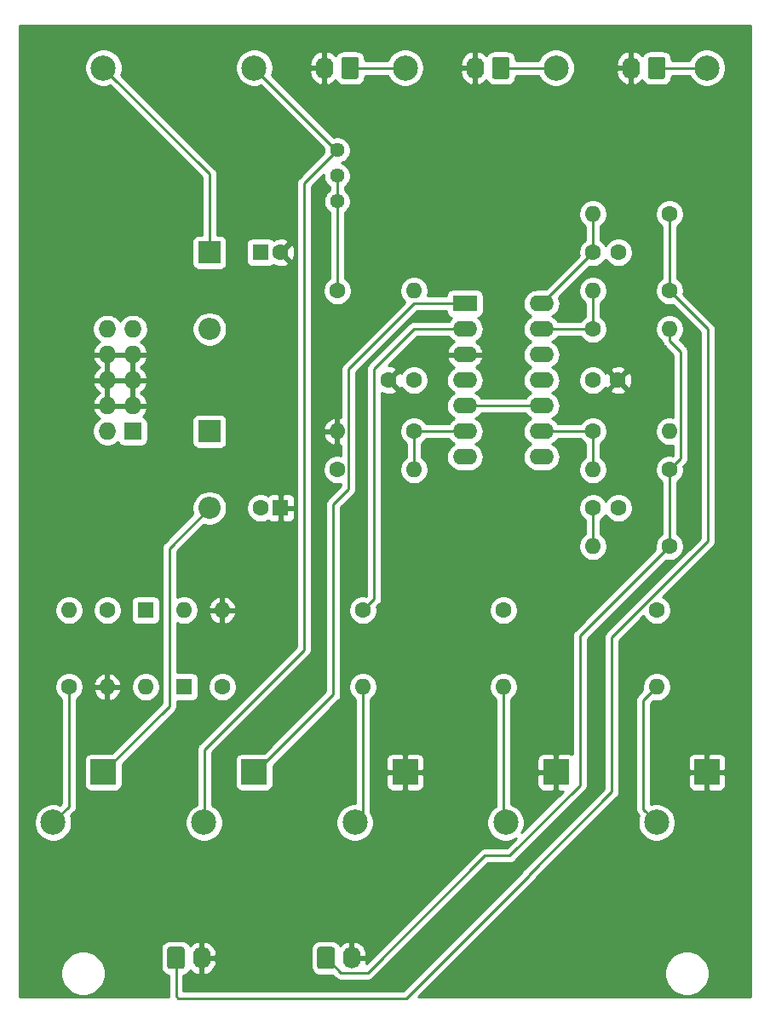
<source format=gbr>
%TF.GenerationSoftware,KiCad,Pcbnew,5.1.9-73d0e3b20d~88~ubuntu20.04.1*%
%TF.CreationDate,2021-04-01T11:15:01-04:00*%
%TF.ProjectId,ao_dc_mixer,616f5f64-635f-46d6-9978-65722e6b6963,rev?*%
%TF.SameCoordinates,Original*%
%TF.FileFunction,Copper,L1,Top*%
%TF.FilePolarity,Positive*%
%FSLAX46Y46*%
G04 Gerber Fmt 4.6, Leading zero omitted, Abs format (unit mm)*
G04 Created by KiCad (PCBNEW 5.1.9-73d0e3b20d~88~ubuntu20.04.1) date 2021-04-01 11:15:01*
%MOMM*%
%LPD*%
G01*
G04 APERTURE LIST*
%TA.AperFunction,ComponentPad*%
%ADD10C,2.500000*%
%TD*%
%TA.AperFunction,ComponentPad*%
%ADD11R,2.500000X2.500000*%
%TD*%
%TA.AperFunction,ComponentPad*%
%ADD12O,1.740000X2.200000*%
%TD*%
%TA.AperFunction,ComponentPad*%
%ADD13C,1.440000*%
%TD*%
%TA.AperFunction,ComponentPad*%
%ADD14O,2.400000X1.600000*%
%TD*%
%TA.AperFunction,ComponentPad*%
%ADD15R,2.400000X1.600000*%
%TD*%
%TA.AperFunction,ComponentPad*%
%ADD16O,1.600000X1.600000*%
%TD*%
%TA.AperFunction,ComponentPad*%
%ADD17C,1.600000*%
%TD*%
%TA.AperFunction,ComponentPad*%
%ADD18O,1.727200X1.727200*%
%TD*%
%TA.AperFunction,ComponentPad*%
%ADD19R,1.727200X1.727200*%
%TD*%
%TA.AperFunction,ComponentPad*%
%ADD20R,1.600000X1.600000*%
%TD*%
%TA.AperFunction,ComponentPad*%
%ADD21O,2.200000X2.200000*%
%TD*%
%TA.AperFunction,ComponentPad*%
%ADD22R,2.200000X2.200000*%
%TD*%
%TA.AperFunction,Conductor*%
%ADD23C,0.250000*%
%TD*%
%TA.AperFunction,Conductor*%
%ADD24C,0.254000*%
%TD*%
%TA.AperFunction,Conductor*%
%ADD25C,0.100000*%
%TD*%
G04 APERTURE END LIST*
D10*
%TO.P,RV4,3*%
%TO.N,+12V*%
X102000000Y-65000000D03*
%TO.P,RV4,2*%
%TO.N,Net-(R7-Pad1)*%
X97000000Y-140000000D03*
D11*
%TO.P,RV4,1*%
%TO.N,-12V*%
X102000000Y-135000000D03*
%TD*%
D12*
%TO.P,J6,2*%
%TO.N,GND*%
X126670000Y-153450000D03*
%TO.P,J6,1*%
%TO.N,/OUT*%
%TA.AperFunction,ComponentPad*%
G36*
G01*
X123260000Y-154300001D02*
X123260000Y-152599999D01*
G75*
G02*
X123509999Y-152350000I249999J0D01*
G01*
X124750001Y-152350000D01*
G75*
G02*
X125000000Y-152599999I0J-249999D01*
G01*
X125000000Y-154300001D01*
G75*
G02*
X124750001Y-154550000I-249999J0D01*
G01*
X123509999Y-154550000D01*
G75*
G02*
X123260000Y-154300001I0J249999D01*
G01*
G37*
%TD.AperFunction*%
%TD*%
%TO.P,J5,2*%
%TO.N,GND*%
X111760000Y-153450000D03*
%TO.P,J5,1*%
%TO.N,/~OUT*%
%TA.AperFunction,ComponentPad*%
G36*
G01*
X108350000Y-154300001D02*
X108350000Y-152599999D01*
G75*
G02*
X108599999Y-152350000I249999J0D01*
G01*
X109840001Y-152350000D01*
G75*
G02*
X110090000Y-152599999I0J-249999D01*
G01*
X110090000Y-154300001D01*
G75*
G02*
X109840001Y-154550000I-249999J0D01*
G01*
X108599999Y-154550000D01*
G75*
G02*
X108350000Y-154300001I0J249999D01*
G01*
G37*
%TD.AperFunction*%
%TD*%
%TO.P,J3,1*%
%TO.N,/IN3*%
%TA.AperFunction,ComponentPad*%
G36*
G01*
X127390000Y-64170999D02*
X127390000Y-65871001D01*
G75*
G02*
X127140001Y-66121000I-249999J0D01*
G01*
X125899999Y-66121000D01*
G75*
G02*
X125650000Y-65871001I0J249999D01*
G01*
X125650000Y-64170999D01*
G75*
G02*
X125899999Y-63921000I249999J0D01*
G01*
X127140001Y-63921000D01*
G75*
G02*
X127390000Y-64170999I0J-249999D01*
G01*
G37*
%TD.AperFunction*%
%TO.P,J3,2*%
%TO.N,GND*%
X123980000Y-65021000D03*
%TD*%
%TO.P,J2,1*%
%TO.N,/IN2*%
%TA.AperFunction,ComponentPad*%
G36*
G01*
X142376000Y-64170999D02*
X142376000Y-65871001D01*
G75*
G02*
X142126001Y-66121000I-249999J0D01*
G01*
X140885999Y-66121000D01*
G75*
G02*
X140636000Y-65871001I0J249999D01*
G01*
X140636000Y-64170999D01*
G75*
G02*
X140885999Y-63921000I249999J0D01*
G01*
X142126001Y-63921000D01*
G75*
G02*
X142376000Y-64170999I0J-249999D01*
G01*
G37*
%TD.AperFunction*%
%TO.P,J2,2*%
%TO.N,GND*%
X138966000Y-65021000D03*
%TD*%
%TO.P,J1,1*%
%TO.N,/IN1*%
%TA.AperFunction,ComponentPad*%
G36*
G01*
X157870000Y-64170999D02*
X157870000Y-65871001D01*
G75*
G02*
X157620001Y-66121000I-249999J0D01*
G01*
X156379999Y-66121000D01*
G75*
G02*
X156130000Y-65871001I0J249999D01*
G01*
X156130000Y-64170999D01*
G75*
G02*
X156379999Y-63921000I249999J0D01*
G01*
X157620001Y-63921000D01*
G75*
G02*
X157870000Y-64170999I0J-249999D01*
G01*
G37*
%TD.AperFunction*%
%TO.P,J1,2*%
%TO.N,GND*%
X154460000Y-65021000D03*
%TD*%
D13*
%TO.P,RV5,3*%
%TO.N,Net-(R6-Pad1)*%
X125250000Y-78260000D03*
%TO.P,RV5,2*%
X125250000Y-75720000D03*
%TO.P,RV5,1*%
%TO.N,Net-(RV5-Pad1)*%
X125250000Y-73180000D03*
%TD*%
D14*
%TO.P,U3,14*%
%TO.N,Net-(C7-Pad2)*%
X145570000Y-88420000D03*
%TO.P,U3,7*%
%TO.N,Net-(R12-Pad1)*%
X137950000Y-103660000D03*
%TO.P,U3,13*%
%TO.N,Net-(C7-Pad1)*%
X145570000Y-90960000D03*
%TO.P,U3,6*%
%TO.N,Net-(R11-Pad1)*%
X137950000Y-101120000D03*
%TO.P,U3,12*%
%TO.N,Net-(R12-Pad1)*%
X145570000Y-93500000D03*
%TO.P,U3,5*%
%TO.N,/V_BIAS*%
X137950000Y-98580000D03*
%TO.P,U3,11*%
%TO.N,-12V*%
X145570000Y-96040000D03*
%TO.P,U3,4*%
%TO.N,+12V*%
X137950000Y-96040000D03*
%TO.P,U3,10*%
%TO.N,/V_BIAS*%
X145570000Y-98580000D03*
%TO.P,U3,3*%
%TO.N,GND*%
X137950000Y-93500000D03*
%TO.P,U3,9*%
%TO.N,Net-(C4-Pad1)*%
X145570000Y-101120000D03*
%TO.P,U3,2*%
%TO.N,Net-(R1-Pad1)*%
X137950000Y-90960000D03*
%TO.P,U3,8*%
%TO.N,Net-(C4-Pad2)*%
X145570000Y-103660000D03*
D15*
%TO.P,U3,1*%
%TO.N,Net-(R10-Pad2)*%
X137950000Y-88420000D03*
%TD*%
D10*
%TO.P,RV6,3*%
%TO.N,Net-(RV5-Pad1)*%
X117000000Y-65000000D03*
%TO.P,RV6,2*%
X112000000Y-140000000D03*
D11*
%TO.P,RV6,1*%
%TO.N,Net-(R10-Pad2)*%
X117000000Y-135000000D03*
%TD*%
D10*
%TO.P,RV3,3*%
%TO.N,/IN3*%
X132000000Y-65000000D03*
%TO.P,RV3,2*%
%TO.N,Net-(R3-Pad2)*%
X127000000Y-140000000D03*
D11*
%TO.P,RV3,1*%
%TO.N,GND*%
X132000000Y-135000000D03*
%TD*%
D10*
%TO.P,RV2,3*%
%TO.N,/IN2*%
X147000000Y-65000000D03*
%TO.P,RV2,2*%
%TO.N,Net-(R2-Pad2)*%
X142000000Y-140000000D03*
D11*
%TO.P,RV2,1*%
%TO.N,GND*%
X147000000Y-135000000D03*
%TD*%
D10*
%TO.P,RV1,3*%
%TO.N,/IN1*%
X162000000Y-65000000D03*
%TO.P,RV1,2*%
%TO.N,Net-(R1-Pad2)*%
X157000000Y-140000000D03*
D11*
%TO.P,RV1,1*%
%TO.N,GND*%
X162000000Y-135000000D03*
%TD*%
D16*
%TO.P,R17,2*%
%TO.N,Net-(C7-Pad2)*%
X150650000Y-79530000D03*
D17*
%TO.P,R17,1*%
%TO.N,/~OUT*%
X158270000Y-79530000D03*
%TD*%
D16*
%TO.P,R16,2*%
%TO.N,Net-(C7-Pad1)*%
X150650000Y-87150000D03*
D17*
%TO.P,R16,1*%
%TO.N,/~OUT*%
X158270000Y-87150000D03*
%TD*%
D16*
%TO.P,R15,2*%
%TO.N,/OUT*%
X158270000Y-90960000D03*
D17*
%TO.P,R15,1*%
%TO.N,Net-(C7-Pad1)*%
X150650000Y-90960000D03*
%TD*%
D16*
%TO.P,R14,2*%
%TO.N,Net-(C4-Pad2)*%
X150650000Y-112550000D03*
D17*
%TO.P,R14,1*%
%TO.N,/OUT*%
X158270000Y-112550000D03*
%TD*%
D16*
%TO.P,R13,2*%
%TO.N,Net-(C4-Pad1)*%
X150650000Y-104930000D03*
D17*
%TO.P,R13,1*%
%TO.N,/OUT*%
X158270000Y-104930000D03*
%TD*%
D16*
%TO.P,R12,2*%
%TO.N,Net-(R11-Pad1)*%
X132870000Y-104930000D03*
D17*
%TO.P,R12,1*%
%TO.N,Net-(R12-Pad1)*%
X125250000Y-104930000D03*
%TD*%
D16*
%TO.P,R11,2*%
%TO.N,GND*%
X125250000Y-101120000D03*
D17*
%TO.P,R11,1*%
%TO.N,Net-(R11-Pad1)*%
X132870000Y-101120000D03*
%TD*%
D16*
%TO.P,R10,2*%
%TO.N,Net-(R10-Pad2)*%
X158270000Y-101120000D03*
D17*
%TO.P,R10,1*%
%TO.N,Net-(C4-Pad1)*%
X150650000Y-101120000D03*
%TD*%
D16*
%TO.P,R9,2*%
%TO.N,GND*%
X113820000Y-118900000D03*
D17*
%TO.P,R9,1*%
%TO.N,/V_BIAS*%
X113820000Y-126520000D03*
%TD*%
D16*
%TO.P,R8,2*%
%TO.N,GND*%
X102390000Y-126520000D03*
D17*
%TO.P,R8,1*%
%TO.N,Net-(D3-Pad1)*%
X102390000Y-118900000D03*
%TD*%
D16*
%TO.P,R7,2*%
%TO.N,Net-(D3-Pad1)*%
X98580000Y-118900000D03*
D17*
%TO.P,R7,1*%
%TO.N,Net-(R7-Pad1)*%
X98580000Y-126520000D03*
%TD*%
D16*
%TO.P,R6,2*%
%TO.N,Net-(R1-Pad1)*%
X132870000Y-87150000D03*
D17*
%TO.P,R6,1*%
%TO.N,Net-(R6-Pad1)*%
X125250000Y-87150000D03*
%TD*%
D16*
%TO.P,R3,2*%
%TO.N,Net-(R3-Pad2)*%
X127790000Y-126520000D03*
D17*
%TO.P,R3,1*%
%TO.N,Net-(R1-Pad1)*%
X127790000Y-118900000D03*
%TD*%
D16*
%TO.P,R2,2*%
%TO.N,Net-(R2-Pad2)*%
X141760000Y-126520000D03*
D17*
%TO.P,R2,1*%
%TO.N,Net-(R1-Pad1)*%
X141760000Y-118900000D03*
%TD*%
D16*
%TO.P,R1,2*%
%TO.N,Net-(R1-Pad2)*%
X157000000Y-126520000D03*
D17*
%TO.P,R1,1*%
%TO.N,Net-(R1-Pad1)*%
X157000000Y-118900000D03*
%TD*%
D18*
%TO.P,J4,10*%
%TO.N,Net-(D1-Pad2)*%
X102390000Y-90960000D03*
%TO.P,J4,9*%
X104930000Y-90960000D03*
%TO.P,J4,8*%
%TO.N,GND*%
X102390000Y-93500000D03*
%TO.P,J4,7*%
X104930000Y-93500000D03*
%TO.P,J4,6*%
X102390000Y-96040000D03*
%TO.P,J4,5*%
X104930000Y-96040000D03*
%TO.P,J4,4*%
X102390000Y-98580000D03*
%TO.P,J4,3*%
X104930000Y-98580000D03*
%TO.P,J4,2*%
%TO.N,Net-(D2-Pad1)*%
X102390000Y-101120000D03*
D19*
%TO.P,J4,1*%
X104930000Y-101120000D03*
%TD*%
D16*
%TO.P,D4,2*%
%TO.N,Net-(D3-Pad1)*%
X110010000Y-118900000D03*
D20*
%TO.P,D4,1*%
%TO.N,/V_BIAS*%
X110010000Y-126520000D03*
%TD*%
D16*
%TO.P,D3,2*%
%TO.N,/V_BIAS*%
X106200000Y-126520000D03*
D20*
%TO.P,D3,1*%
%TO.N,Net-(D3-Pad1)*%
X106200000Y-118900000D03*
%TD*%
D21*
%TO.P,D2,2*%
%TO.N,-12V*%
X112550000Y-108740000D03*
D22*
%TO.P,D2,1*%
%TO.N,Net-(D2-Pad1)*%
X112550000Y-101120000D03*
%TD*%
D21*
%TO.P,D1,2*%
%TO.N,Net-(D1-Pad2)*%
X112550000Y-90960000D03*
D22*
%TO.P,D1,1*%
%TO.N,+12V*%
X112550000Y-83340000D03*
%TD*%
D17*
%TO.P,C7,2*%
%TO.N,Net-(C7-Pad2)*%
X150690000Y-83340000D03*
%TO.P,C7,1*%
%TO.N,Net-(C7-Pad1)*%
X153190000Y-83340000D03*
%TD*%
%TO.P,C6,2*%
%TO.N,-12V*%
X150650000Y-96040000D03*
%TO.P,C6,1*%
%TO.N,GND*%
X153150000Y-96040000D03*
%TD*%
%TO.P,C5,2*%
%TO.N,GND*%
X130370000Y-96040000D03*
%TO.P,C5,1*%
%TO.N,+12V*%
X132870000Y-96040000D03*
%TD*%
%TO.P,C4,2*%
%TO.N,Net-(C4-Pad2)*%
X150690000Y-108740000D03*
%TO.P,C4,1*%
%TO.N,Net-(C4-Pad1)*%
X153190000Y-108740000D03*
%TD*%
%TO.P,C3,2*%
%TO.N,-12V*%
X117630000Y-108740000D03*
D20*
%TO.P,C3,1*%
%TO.N,GND*%
X119630000Y-108740000D03*
%TD*%
D17*
%TO.P,C2,2*%
%TO.N,GND*%
X119630000Y-83340000D03*
D20*
%TO.P,C2,1*%
%TO.N,+12V*%
X117630000Y-83340000D03*
%TD*%
D23*
%TO.N,+12V*%
X112550000Y-75550000D02*
X102000000Y-65000000D01*
X112550000Y-83340000D02*
X112550000Y-75550000D01*
%TO.N,-12V*%
X108545001Y-128454999D02*
X102000000Y-135000000D01*
X108545001Y-112744999D02*
X108545001Y-128454999D01*
X112550000Y-108740000D02*
X108545001Y-112744999D01*
%TO.N,Net-(C4-Pad2)*%
X150650000Y-112550000D02*
X150650000Y-111424700D01*
X150690000Y-108740000D02*
X150690000Y-111384700D01*
X150690000Y-111384700D02*
X150650000Y-111424700D01*
%TO.N,Net-(C4-Pad1)*%
X150650000Y-101120000D02*
X147095300Y-101120000D01*
X145570000Y-101120000D02*
X147095300Y-101120000D01*
X150650000Y-101120000D02*
X150650000Y-104930000D01*
%TO.N,Net-(C7-Pad2)*%
X150690000Y-83340000D02*
X150690000Y-80695300D01*
X150690000Y-80695300D02*
X150650000Y-80655300D01*
X150650000Y-79530000D02*
X150650000Y-80655300D01*
X145610000Y-88420000D02*
X150690000Y-83340000D01*
X145570000Y-88420000D02*
X145610000Y-88420000D01*
%TO.N,Net-(C7-Pad1)*%
X150650000Y-90960000D02*
X147095300Y-90960000D01*
X145570000Y-90960000D02*
X147095300Y-90960000D01*
X150650000Y-90960000D02*
X150650000Y-87150000D01*
%TO.N,/IN1*%
X161979000Y-65021000D02*
X162000000Y-65000000D01*
X157000000Y-65021000D02*
X161979000Y-65021000D01*
%TO.N,/IN2*%
X146565000Y-65000000D02*
X147000000Y-65000000D01*
X146544000Y-65021000D02*
X146565000Y-65000000D01*
X141506000Y-65021000D02*
X146544000Y-65021000D01*
%TO.N,/IN3*%
X131579000Y-65000000D02*
X132000000Y-65000000D01*
X131558000Y-65021000D02*
X131579000Y-65000000D01*
X126520000Y-65021000D02*
X131558000Y-65021000D01*
%TO.N,/~OUT*%
X158270000Y-87150000D02*
X158270000Y-79530000D01*
X152555000Y-136935410D02*
X152555000Y-121574001D01*
X144301410Y-145189000D02*
X152555000Y-136935410D01*
X132080000Y-157480000D02*
X144301410Y-145258590D01*
X162080000Y-90960000D02*
X158270000Y-87150000D01*
X162080000Y-112049001D02*
X162080000Y-90960000D01*
X152555000Y-121574001D02*
X162080000Y-112049001D01*
X109440000Y-157480000D02*
X132080000Y-157480000D01*
X109220000Y-157260000D02*
X109440000Y-157480000D01*
X144301410Y-145258590D02*
X144301410Y-145189000D01*
X109220000Y-153450000D02*
X109220000Y-157260000D01*
%TO.N,/OUT*%
X158270000Y-104930000D02*
X159395300Y-103804700D01*
X159395300Y-103804700D02*
X159395300Y-93210600D01*
X159395300Y-93210600D02*
X158270000Y-92085300D01*
X158270000Y-104930000D02*
X158270000Y-112550000D01*
X158270000Y-90960000D02*
X158270000Y-92085300D01*
X125620000Y-154940000D02*
X124130000Y-153450000D01*
X128270000Y-154940000D02*
X125620000Y-154940000D01*
X139926000Y-143284000D02*
X128270000Y-154940000D01*
X142395000Y-143284000D02*
X139926000Y-143284000D01*
X149380000Y-136299000D02*
X142395000Y-143284000D01*
X149380000Y-121440000D02*
X149380000Y-136299000D01*
X158270000Y-112550000D02*
X149380000Y-121440000D01*
%TO.N,Net-(R1-Pad2)*%
X155660991Y-127859009D02*
X155660991Y-138660991D01*
X155660991Y-138660991D02*
X157000000Y-140000000D01*
X157000000Y-126520000D02*
X155660991Y-127859009D01*
%TO.N,Net-(R2-Pad2)*%
X141760000Y-126520000D02*
X141760000Y-139760000D01*
X141760000Y-139760000D02*
X142000000Y-140000000D01*
%TO.N,Net-(R3-Pad2)*%
X127790000Y-126520000D02*
X127790000Y-139210000D01*
X127790000Y-139210000D02*
X127000000Y-140000000D01*
%TO.N,/V_BIAS*%
X145570000Y-98580000D02*
X137950000Y-98580000D01*
%TO.N,Net-(RV5-Pad1)*%
X125215000Y-73215000D02*
X125250000Y-73180000D01*
X125215000Y-73215000D02*
X117000000Y-65000000D01*
X121948000Y-76482000D02*
X125215000Y-73215000D01*
X121948000Y-122837000D02*
X121948000Y-76482000D01*
X112042000Y-132743000D02*
X121948000Y-122837000D01*
X112042000Y-139958000D02*
X112042000Y-132743000D01*
X112000000Y-140000000D02*
X112042000Y-139958000D01*
%TO.N,Net-(R6-Pad1)*%
X125250000Y-87150000D02*
X125250000Y-78260000D01*
X125250000Y-75720000D02*
X125250000Y-78260000D01*
%TO.N,Net-(R11-Pad1)*%
X132870000Y-101120000D02*
X132870000Y-103804700D01*
X132870000Y-104930000D02*
X132870000Y-103804700D01*
X132870000Y-101120000D02*
X136424700Y-101120000D01*
X137950000Y-101120000D02*
X136424700Y-101120000D01*
%TO.N,Net-(R7-Pad1)*%
X98580000Y-126520000D02*
X98580000Y-138420000D01*
X98580000Y-138420000D02*
X97000000Y-140000000D01*
%TO.N,Net-(R1-Pad1)*%
X132870000Y-90960000D02*
X136424700Y-90960000D01*
X137950000Y-90960000D02*
X136424700Y-90960000D01*
X128933000Y-94897000D02*
X132870000Y-90960000D01*
X128933000Y-117757000D02*
X128933000Y-94897000D01*
X127790000Y-118900000D02*
X128933000Y-117757000D01*
%TO.N,Net-(R10-Pad2)*%
X132910000Y-88420000D02*
X137950000Y-88420000D01*
X126375400Y-94954600D02*
X132910000Y-88420000D01*
X126375400Y-106852600D02*
X126375400Y-94954600D01*
X124869000Y-108359000D02*
X126375400Y-106852600D01*
X117151000Y-135000000D02*
X124869000Y-127282000D01*
X124869000Y-127282000D02*
X124869000Y-108359000D01*
X117000000Y-135000000D02*
X117151000Y-135000000D01*
%TD*%
D24*
%TO.N,GND*%
X166315001Y-157315000D02*
X133319801Y-157315000D01*
X135854929Y-154779872D01*
X157765000Y-154779872D01*
X157765000Y-155220128D01*
X157850890Y-155651925D01*
X158019369Y-156058669D01*
X158263962Y-156424729D01*
X158575271Y-156736038D01*
X158941331Y-156980631D01*
X159348075Y-157149110D01*
X159779872Y-157235000D01*
X160220128Y-157235000D01*
X160651925Y-157149110D01*
X161058669Y-156980631D01*
X161424729Y-156736038D01*
X161736038Y-156424729D01*
X161980631Y-156058669D01*
X162149110Y-155651925D01*
X162235000Y-155220128D01*
X162235000Y-154779872D01*
X162149110Y-154348075D01*
X161980631Y-153941331D01*
X161736038Y-153575271D01*
X161424729Y-153263962D01*
X161058669Y-153019369D01*
X160651925Y-152850890D01*
X160220128Y-152765000D01*
X159779872Y-152765000D01*
X159348075Y-152850890D01*
X158941331Y-153019369D01*
X158575271Y-153263962D01*
X158263962Y-153575271D01*
X158019369Y-153941331D01*
X157850890Y-154348075D01*
X157765000Y-154779872D01*
X135854929Y-154779872D01*
X144812414Y-145822388D01*
X144841411Y-145798591D01*
X144936384Y-145682866D01*
X144998438Y-145566773D01*
X153066004Y-137499208D01*
X153095001Y-137475411D01*
X153121332Y-137443327D01*
X153189974Y-137359687D01*
X153260546Y-137227657D01*
X153260546Y-137227656D01*
X153304003Y-137084396D01*
X153315000Y-136972743D01*
X153315000Y-136972733D01*
X153318676Y-136935410D01*
X153315000Y-136898087D01*
X153315000Y-127859009D01*
X154897315Y-127859009D01*
X154900991Y-127896331D01*
X154900992Y-138623659D01*
X154897315Y-138660991D01*
X154911989Y-138809976D01*
X154955445Y-138953237D01*
X155026017Y-139085267D01*
X155094738Y-139169003D01*
X155120991Y-139200992D01*
X155149989Y-139224790D01*
X155242481Y-139317282D01*
X155187439Y-139450166D01*
X155115000Y-139814344D01*
X155115000Y-140185656D01*
X155187439Y-140549834D01*
X155329534Y-140892882D01*
X155535825Y-141201618D01*
X155798382Y-141464175D01*
X156107118Y-141670466D01*
X156450166Y-141812561D01*
X156814344Y-141885000D01*
X157185656Y-141885000D01*
X157549834Y-141812561D01*
X157892882Y-141670466D01*
X158201618Y-141464175D01*
X158464175Y-141201618D01*
X158670466Y-140892882D01*
X158812561Y-140549834D01*
X158885000Y-140185656D01*
X158885000Y-139814344D01*
X158812561Y-139450166D01*
X158670466Y-139107118D01*
X158464175Y-138798382D01*
X158201618Y-138535825D01*
X157892882Y-138329534D01*
X157549834Y-138187439D01*
X157185656Y-138115000D01*
X156814344Y-138115000D01*
X156450166Y-138187439D01*
X156420991Y-138199524D01*
X156420991Y-136250000D01*
X160111928Y-136250000D01*
X160124188Y-136374482D01*
X160160498Y-136494180D01*
X160219463Y-136604494D01*
X160298815Y-136701185D01*
X160395506Y-136780537D01*
X160505820Y-136839502D01*
X160625518Y-136875812D01*
X160750000Y-136888072D01*
X161714250Y-136885000D01*
X161873000Y-136726250D01*
X161873000Y-135127000D01*
X162127000Y-135127000D01*
X162127000Y-136726250D01*
X162285750Y-136885000D01*
X163250000Y-136888072D01*
X163374482Y-136875812D01*
X163494180Y-136839502D01*
X163604494Y-136780537D01*
X163701185Y-136701185D01*
X163780537Y-136604494D01*
X163839502Y-136494180D01*
X163875812Y-136374482D01*
X163888072Y-136250000D01*
X163885000Y-135285750D01*
X163726250Y-135127000D01*
X162127000Y-135127000D01*
X161873000Y-135127000D01*
X160273750Y-135127000D01*
X160115000Y-135285750D01*
X160111928Y-136250000D01*
X156420991Y-136250000D01*
X156420991Y-133750000D01*
X160111928Y-133750000D01*
X160115000Y-134714250D01*
X160273750Y-134873000D01*
X161873000Y-134873000D01*
X161873000Y-133273750D01*
X162127000Y-133273750D01*
X162127000Y-134873000D01*
X163726250Y-134873000D01*
X163885000Y-134714250D01*
X163888072Y-133750000D01*
X163875812Y-133625518D01*
X163839502Y-133505820D01*
X163780537Y-133395506D01*
X163701185Y-133298815D01*
X163604494Y-133219463D01*
X163494180Y-133160498D01*
X163374482Y-133124188D01*
X163250000Y-133111928D01*
X162285750Y-133115000D01*
X162127000Y-133273750D01*
X161873000Y-133273750D01*
X161714250Y-133115000D01*
X160750000Y-133111928D01*
X160625518Y-133124188D01*
X160505820Y-133160498D01*
X160395506Y-133219463D01*
X160298815Y-133298815D01*
X160219463Y-133395506D01*
X160160498Y-133505820D01*
X160124188Y-133625518D01*
X160111928Y-133750000D01*
X156420991Y-133750000D01*
X156420991Y-128173810D01*
X156676114Y-127918688D01*
X156858665Y-127955000D01*
X157141335Y-127955000D01*
X157418574Y-127899853D01*
X157679727Y-127791680D01*
X157914759Y-127634637D01*
X158114637Y-127434759D01*
X158271680Y-127199727D01*
X158379853Y-126938574D01*
X158435000Y-126661335D01*
X158435000Y-126378665D01*
X158379853Y-126101426D01*
X158271680Y-125840273D01*
X158114637Y-125605241D01*
X157914759Y-125405363D01*
X157679727Y-125248320D01*
X157418574Y-125140147D01*
X157141335Y-125085000D01*
X156858665Y-125085000D01*
X156581426Y-125140147D01*
X156320273Y-125248320D01*
X156085241Y-125405363D01*
X155885363Y-125605241D01*
X155728320Y-125840273D01*
X155620147Y-126101426D01*
X155565000Y-126378665D01*
X155565000Y-126661335D01*
X155601312Y-126843886D01*
X155149994Y-127295205D01*
X155120990Y-127319008D01*
X155065862Y-127386183D01*
X155026017Y-127434733D01*
X154956826Y-127564180D01*
X154955445Y-127566763D01*
X154911988Y-127710024D01*
X154900991Y-127821677D01*
X154900991Y-127821687D01*
X154897315Y-127859009D01*
X153315000Y-127859009D01*
X153315000Y-121888802D01*
X155697787Y-119506015D01*
X155728320Y-119579727D01*
X155885363Y-119814759D01*
X156085241Y-120014637D01*
X156320273Y-120171680D01*
X156581426Y-120279853D01*
X156858665Y-120335000D01*
X157141335Y-120335000D01*
X157418574Y-120279853D01*
X157679727Y-120171680D01*
X157914759Y-120014637D01*
X158114637Y-119814759D01*
X158271680Y-119579727D01*
X158379853Y-119318574D01*
X158435000Y-119041335D01*
X158435000Y-118758665D01*
X158379853Y-118481426D01*
X158271680Y-118220273D01*
X158114637Y-117985241D01*
X157914759Y-117785363D01*
X157679727Y-117628320D01*
X157606015Y-117597788D01*
X162591004Y-112612799D01*
X162620001Y-112589002D01*
X162714974Y-112473277D01*
X162785546Y-112341248D01*
X162829003Y-112197987D01*
X162840000Y-112086334D01*
X162840000Y-112086325D01*
X162843676Y-112049002D01*
X162840000Y-112011679D01*
X162840000Y-90997325D01*
X162843676Y-90960000D01*
X162840000Y-90922675D01*
X162840000Y-90922667D01*
X162829003Y-90811014D01*
X162785546Y-90667753D01*
X162714974Y-90535724D01*
X162620001Y-90419999D01*
X162591003Y-90396201D01*
X159668688Y-87473887D01*
X159705000Y-87291335D01*
X159705000Y-87008665D01*
X159649853Y-86731426D01*
X159541680Y-86470273D01*
X159384637Y-86235241D01*
X159184759Y-86035363D01*
X159030000Y-85931957D01*
X159030000Y-80748043D01*
X159184759Y-80644637D01*
X159384637Y-80444759D01*
X159541680Y-80209727D01*
X159649853Y-79948574D01*
X159705000Y-79671335D01*
X159705000Y-79388665D01*
X159649853Y-79111426D01*
X159541680Y-78850273D01*
X159384637Y-78615241D01*
X159184759Y-78415363D01*
X158949727Y-78258320D01*
X158688574Y-78150147D01*
X158411335Y-78095000D01*
X158128665Y-78095000D01*
X157851426Y-78150147D01*
X157590273Y-78258320D01*
X157355241Y-78415363D01*
X157155363Y-78615241D01*
X156998320Y-78850273D01*
X156890147Y-79111426D01*
X156835000Y-79388665D01*
X156835000Y-79671335D01*
X156890147Y-79948574D01*
X156998320Y-80209727D01*
X157155363Y-80444759D01*
X157355241Y-80644637D01*
X157510001Y-80748044D01*
X157510000Y-85931956D01*
X157355241Y-86035363D01*
X157155363Y-86235241D01*
X156998320Y-86470273D01*
X156890147Y-86731426D01*
X156835000Y-87008665D01*
X156835000Y-87291335D01*
X156890147Y-87568574D01*
X156998320Y-87829727D01*
X157155363Y-88064759D01*
X157355241Y-88264637D01*
X157590273Y-88421680D01*
X157851426Y-88529853D01*
X158128665Y-88585000D01*
X158411335Y-88585000D01*
X158593887Y-88548688D01*
X161320001Y-91274803D01*
X161320000Y-111734199D01*
X152043998Y-121010202D01*
X152015000Y-121034000D01*
X151991202Y-121062998D01*
X151991201Y-121062999D01*
X151920026Y-121149725D01*
X151849454Y-121281755D01*
X151805998Y-121425016D01*
X151791324Y-121574001D01*
X151795001Y-121611334D01*
X151795000Y-136620608D01*
X143790412Y-144625197D01*
X143761409Y-144648999D01*
X143666436Y-144764724D01*
X143604383Y-144880815D01*
X131765199Y-156720000D01*
X109980000Y-156720000D01*
X109980000Y-155174283D01*
X110013255Y-155171008D01*
X110179851Y-155120472D01*
X110333387Y-155038405D01*
X110467962Y-154927962D01*
X110578405Y-154793387D01*
X110636507Y-154684686D01*
X110789506Y-154840536D01*
X111034563Y-155007571D01*
X111307498Y-155123588D01*
X111399969Y-155141302D01*
X111633000Y-155020246D01*
X111633000Y-153577000D01*
X111887000Y-153577000D01*
X111887000Y-155020246D01*
X112120031Y-155141302D01*
X112212502Y-155123588D01*
X112485437Y-155007571D01*
X112730494Y-154840536D01*
X112938256Y-154628903D01*
X113100738Y-154380804D01*
X113211696Y-154105773D01*
X113266866Y-153814380D01*
X113110586Y-153577000D01*
X111887000Y-153577000D01*
X111633000Y-153577000D01*
X111613000Y-153577000D01*
X111613000Y-153323000D01*
X111633000Y-153323000D01*
X111633000Y-151879754D01*
X111887000Y-151879754D01*
X111887000Y-153323000D01*
X113110586Y-153323000D01*
X113266866Y-153085620D01*
X113211696Y-152794227D01*
X113133338Y-152599999D01*
X122621928Y-152599999D01*
X122621928Y-154300001D01*
X122638992Y-154473255D01*
X122689528Y-154639851D01*
X122771595Y-154793387D01*
X122882038Y-154927962D01*
X123016613Y-155038405D01*
X123170149Y-155120472D01*
X123336745Y-155171008D01*
X123509999Y-155188072D01*
X124750001Y-155188072D01*
X124789391Y-155184192D01*
X125056201Y-155451003D01*
X125079999Y-155480001D01*
X125195724Y-155574974D01*
X125327753Y-155645546D01*
X125471014Y-155689003D01*
X125582667Y-155700000D01*
X125582676Y-155700000D01*
X125619999Y-155703676D01*
X125657322Y-155700000D01*
X128232678Y-155700000D01*
X128270000Y-155703676D01*
X128307322Y-155700000D01*
X128307333Y-155700000D01*
X128418986Y-155689003D01*
X128562247Y-155645546D01*
X128694276Y-155574974D01*
X128810001Y-155480001D01*
X128833804Y-155450997D01*
X140240802Y-144044000D01*
X142357678Y-144044000D01*
X142395000Y-144047676D01*
X142432322Y-144044000D01*
X142432333Y-144044000D01*
X142543986Y-144033003D01*
X142687247Y-143989546D01*
X142819276Y-143918974D01*
X142935001Y-143824001D01*
X142958804Y-143794997D01*
X149891003Y-136862799D01*
X149920001Y-136839001D01*
X150014974Y-136723276D01*
X150085546Y-136591247D01*
X150129003Y-136447986D01*
X150140000Y-136336333D01*
X150140000Y-136336325D01*
X150143676Y-136299000D01*
X150140000Y-136261675D01*
X150140000Y-121754801D01*
X157946114Y-113948688D01*
X158128665Y-113985000D01*
X158411335Y-113985000D01*
X158688574Y-113929853D01*
X158949727Y-113821680D01*
X159184759Y-113664637D01*
X159384637Y-113464759D01*
X159541680Y-113229727D01*
X159649853Y-112968574D01*
X159705000Y-112691335D01*
X159705000Y-112408665D01*
X159649853Y-112131426D01*
X159541680Y-111870273D01*
X159384637Y-111635241D01*
X159184759Y-111435363D01*
X159030000Y-111331957D01*
X159030000Y-106148043D01*
X159184759Y-106044637D01*
X159384637Y-105844759D01*
X159541680Y-105609727D01*
X159649853Y-105348574D01*
X159705000Y-105071335D01*
X159705000Y-104788665D01*
X159668688Y-104606114D01*
X159906304Y-104368498D01*
X159935301Y-104344701D01*
X160030274Y-104228976D01*
X160100846Y-104096947D01*
X160144303Y-103953686D01*
X160155300Y-103842033D01*
X160155300Y-103842032D01*
X160158977Y-103804700D01*
X160155300Y-103767367D01*
X160155300Y-93247933D01*
X160158977Y-93210600D01*
X160144303Y-93061614D01*
X160100846Y-92918353D01*
X160030274Y-92786324D01*
X159959099Y-92699597D01*
X159935301Y-92670599D01*
X159906303Y-92646801D01*
X159259449Y-91999947D01*
X159384637Y-91874759D01*
X159541680Y-91639727D01*
X159649853Y-91378574D01*
X159705000Y-91101335D01*
X159705000Y-90818665D01*
X159649853Y-90541426D01*
X159541680Y-90280273D01*
X159384637Y-90045241D01*
X159184759Y-89845363D01*
X158949727Y-89688320D01*
X158688574Y-89580147D01*
X158411335Y-89525000D01*
X158128665Y-89525000D01*
X157851426Y-89580147D01*
X157590273Y-89688320D01*
X157355241Y-89845363D01*
X157155363Y-90045241D01*
X156998320Y-90280273D01*
X156890147Y-90541426D01*
X156835000Y-90818665D01*
X156835000Y-91101335D01*
X156890147Y-91378574D01*
X156998320Y-91639727D01*
X157155363Y-91874759D01*
X157355241Y-92074637D01*
X157515843Y-92181948D01*
X157520998Y-92234285D01*
X157564454Y-92377546D01*
X157635026Y-92509576D01*
X157706201Y-92596302D01*
X157730000Y-92625301D01*
X157758998Y-92649099D01*
X158635301Y-93525403D01*
X158635300Y-99729550D01*
X158411335Y-99685000D01*
X158128665Y-99685000D01*
X157851426Y-99740147D01*
X157590273Y-99848320D01*
X157355241Y-100005363D01*
X157155363Y-100205241D01*
X156998320Y-100440273D01*
X156890147Y-100701426D01*
X156835000Y-100978665D01*
X156835000Y-101261335D01*
X156890147Y-101538574D01*
X156998320Y-101799727D01*
X157155363Y-102034759D01*
X157355241Y-102234637D01*
X157590273Y-102391680D01*
X157851426Y-102499853D01*
X158128665Y-102555000D01*
X158411335Y-102555000D01*
X158635300Y-102510450D01*
X158635300Y-103489898D01*
X158593886Y-103531312D01*
X158411335Y-103495000D01*
X158128665Y-103495000D01*
X157851426Y-103550147D01*
X157590273Y-103658320D01*
X157355241Y-103815363D01*
X157155363Y-104015241D01*
X156998320Y-104250273D01*
X156890147Y-104511426D01*
X156835000Y-104788665D01*
X156835000Y-105071335D01*
X156890147Y-105348574D01*
X156998320Y-105609727D01*
X157155363Y-105844759D01*
X157355241Y-106044637D01*
X157510000Y-106148044D01*
X157510001Y-111331956D01*
X157355241Y-111435363D01*
X157155363Y-111635241D01*
X156998320Y-111870273D01*
X156890147Y-112131426D01*
X156835000Y-112408665D01*
X156835000Y-112691335D01*
X156871312Y-112873886D01*
X148869003Y-120876196D01*
X148839999Y-120899999D01*
X148807970Y-120939027D01*
X148745026Y-121015724D01*
X148719757Y-121062999D01*
X148674454Y-121147754D01*
X148630997Y-121291015D01*
X148620000Y-121402668D01*
X148620000Y-121402678D01*
X148616324Y-121440000D01*
X148620000Y-121477322D01*
X148620001Y-133232189D01*
X148604494Y-133219463D01*
X148494180Y-133160498D01*
X148374482Y-133124188D01*
X148250000Y-133111928D01*
X147285750Y-133115000D01*
X147127000Y-133273750D01*
X147127000Y-134873000D01*
X147147000Y-134873000D01*
X147147000Y-135127000D01*
X147127000Y-135127000D01*
X147127000Y-136726250D01*
X147285750Y-136885000D01*
X147717822Y-136886377D01*
X143588206Y-141015993D01*
X143670466Y-140892882D01*
X143812561Y-140549834D01*
X143885000Y-140185656D01*
X143885000Y-139814344D01*
X143812561Y-139450166D01*
X143670466Y-139107118D01*
X143464175Y-138798382D01*
X143201618Y-138535825D01*
X142892882Y-138329534D01*
X142549834Y-138187439D01*
X142520000Y-138181505D01*
X142520000Y-136250000D01*
X145111928Y-136250000D01*
X145124188Y-136374482D01*
X145160498Y-136494180D01*
X145219463Y-136604494D01*
X145298815Y-136701185D01*
X145395506Y-136780537D01*
X145505820Y-136839502D01*
X145625518Y-136875812D01*
X145750000Y-136888072D01*
X146714250Y-136885000D01*
X146873000Y-136726250D01*
X146873000Y-135127000D01*
X145273750Y-135127000D01*
X145115000Y-135285750D01*
X145111928Y-136250000D01*
X142520000Y-136250000D01*
X142520000Y-133750000D01*
X145111928Y-133750000D01*
X145115000Y-134714250D01*
X145273750Y-134873000D01*
X146873000Y-134873000D01*
X146873000Y-133273750D01*
X146714250Y-133115000D01*
X145750000Y-133111928D01*
X145625518Y-133124188D01*
X145505820Y-133160498D01*
X145395506Y-133219463D01*
X145298815Y-133298815D01*
X145219463Y-133395506D01*
X145160498Y-133505820D01*
X145124188Y-133625518D01*
X145111928Y-133750000D01*
X142520000Y-133750000D01*
X142520000Y-127738043D01*
X142674759Y-127634637D01*
X142874637Y-127434759D01*
X143031680Y-127199727D01*
X143139853Y-126938574D01*
X143195000Y-126661335D01*
X143195000Y-126378665D01*
X143139853Y-126101426D01*
X143031680Y-125840273D01*
X142874637Y-125605241D01*
X142674759Y-125405363D01*
X142439727Y-125248320D01*
X142178574Y-125140147D01*
X141901335Y-125085000D01*
X141618665Y-125085000D01*
X141341426Y-125140147D01*
X141080273Y-125248320D01*
X140845241Y-125405363D01*
X140645363Y-125605241D01*
X140488320Y-125840273D01*
X140380147Y-126101426D01*
X140325000Y-126378665D01*
X140325000Y-126661335D01*
X140380147Y-126938574D01*
X140488320Y-127199727D01*
X140645363Y-127434759D01*
X140845241Y-127634637D01*
X141000000Y-127738043D01*
X141000001Y-138401107D01*
X140798382Y-138535825D01*
X140535825Y-138798382D01*
X140329534Y-139107118D01*
X140187439Y-139450166D01*
X140115000Y-139814344D01*
X140115000Y-140185656D01*
X140187439Y-140549834D01*
X140329534Y-140892882D01*
X140535825Y-141201618D01*
X140798382Y-141464175D01*
X141107118Y-141670466D01*
X141450166Y-141812561D01*
X141814344Y-141885000D01*
X142185656Y-141885000D01*
X142549834Y-141812561D01*
X142892882Y-141670466D01*
X143015993Y-141588206D01*
X142080199Y-142524000D01*
X139963322Y-142524000D01*
X139925999Y-142520324D01*
X139888676Y-142524000D01*
X139888667Y-142524000D01*
X139777014Y-142534997D01*
X139633753Y-142578454D01*
X139501724Y-142649026D01*
X139385999Y-142743999D01*
X139362201Y-142772997D01*
X128143246Y-153991953D01*
X128176866Y-153814380D01*
X128020586Y-153577000D01*
X126797000Y-153577000D01*
X126797000Y-153597000D01*
X126543000Y-153597000D01*
X126543000Y-153577000D01*
X126523000Y-153577000D01*
X126523000Y-153323000D01*
X126543000Y-153323000D01*
X126543000Y-151879754D01*
X126797000Y-151879754D01*
X126797000Y-153323000D01*
X128020586Y-153323000D01*
X128176866Y-153085620D01*
X128121696Y-152794227D01*
X128010738Y-152519196D01*
X127848256Y-152271097D01*
X127640494Y-152059464D01*
X127395437Y-151892429D01*
X127122502Y-151776412D01*
X127030031Y-151758698D01*
X126797000Y-151879754D01*
X126543000Y-151879754D01*
X126309969Y-151758698D01*
X126217498Y-151776412D01*
X125944563Y-151892429D01*
X125699506Y-152059464D01*
X125546507Y-152215314D01*
X125488405Y-152106613D01*
X125377962Y-151972038D01*
X125243387Y-151861595D01*
X125089851Y-151779528D01*
X124923255Y-151728992D01*
X124750001Y-151711928D01*
X123509999Y-151711928D01*
X123336745Y-151728992D01*
X123170149Y-151779528D01*
X123016613Y-151861595D01*
X122882038Y-151972038D01*
X122771595Y-152106613D01*
X122689528Y-152260149D01*
X122638992Y-152426745D01*
X122621928Y-152599999D01*
X113133338Y-152599999D01*
X113100738Y-152519196D01*
X112938256Y-152271097D01*
X112730494Y-152059464D01*
X112485437Y-151892429D01*
X112212502Y-151776412D01*
X112120031Y-151758698D01*
X111887000Y-151879754D01*
X111633000Y-151879754D01*
X111399969Y-151758698D01*
X111307498Y-151776412D01*
X111034563Y-151892429D01*
X110789506Y-152059464D01*
X110636507Y-152215314D01*
X110578405Y-152106613D01*
X110467962Y-151972038D01*
X110333387Y-151861595D01*
X110179851Y-151779528D01*
X110013255Y-151728992D01*
X109840001Y-151711928D01*
X108599999Y-151711928D01*
X108426745Y-151728992D01*
X108260149Y-151779528D01*
X108106613Y-151861595D01*
X107972038Y-151972038D01*
X107861595Y-152106613D01*
X107779528Y-152260149D01*
X107728992Y-152426745D01*
X107711928Y-152599999D01*
X107711928Y-154300001D01*
X107728992Y-154473255D01*
X107779528Y-154639851D01*
X107861595Y-154793387D01*
X107972038Y-154927962D01*
X108106613Y-155038405D01*
X108260149Y-155120472D01*
X108426745Y-155171008D01*
X108460000Y-155174283D01*
X108460001Y-157222668D01*
X108456324Y-157260000D01*
X108461741Y-157315000D01*
X93685000Y-157315000D01*
X93685000Y-154779872D01*
X97765000Y-154779872D01*
X97765000Y-155220128D01*
X97850890Y-155651925D01*
X98019369Y-156058669D01*
X98263962Y-156424729D01*
X98575271Y-156736038D01*
X98941331Y-156980631D01*
X99348075Y-157149110D01*
X99779872Y-157235000D01*
X100220128Y-157235000D01*
X100651925Y-157149110D01*
X101058669Y-156980631D01*
X101424729Y-156736038D01*
X101736038Y-156424729D01*
X101980631Y-156058669D01*
X102149110Y-155651925D01*
X102235000Y-155220128D01*
X102235000Y-154779872D01*
X102149110Y-154348075D01*
X101980631Y-153941331D01*
X101736038Y-153575271D01*
X101424729Y-153263962D01*
X101058669Y-153019369D01*
X100651925Y-152850890D01*
X100220128Y-152765000D01*
X99779872Y-152765000D01*
X99348075Y-152850890D01*
X98941331Y-153019369D01*
X98575271Y-153263962D01*
X98263962Y-153575271D01*
X98019369Y-153941331D01*
X97850890Y-154348075D01*
X97765000Y-154779872D01*
X93685000Y-154779872D01*
X93685000Y-139814344D01*
X95115000Y-139814344D01*
X95115000Y-140185656D01*
X95187439Y-140549834D01*
X95329534Y-140892882D01*
X95535825Y-141201618D01*
X95798382Y-141464175D01*
X96107118Y-141670466D01*
X96450166Y-141812561D01*
X96814344Y-141885000D01*
X97185656Y-141885000D01*
X97549834Y-141812561D01*
X97892882Y-141670466D01*
X98201618Y-141464175D01*
X98464175Y-141201618D01*
X98670466Y-140892882D01*
X98812561Y-140549834D01*
X98885000Y-140185656D01*
X98885000Y-139814344D01*
X110115000Y-139814344D01*
X110115000Y-140185656D01*
X110187439Y-140549834D01*
X110329534Y-140892882D01*
X110535825Y-141201618D01*
X110798382Y-141464175D01*
X111107118Y-141670466D01*
X111450166Y-141812561D01*
X111814344Y-141885000D01*
X112185656Y-141885000D01*
X112549834Y-141812561D01*
X112892882Y-141670466D01*
X113201618Y-141464175D01*
X113464175Y-141201618D01*
X113670466Y-140892882D01*
X113812561Y-140549834D01*
X113885000Y-140185656D01*
X113885000Y-139814344D01*
X125115000Y-139814344D01*
X125115000Y-140185656D01*
X125187439Y-140549834D01*
X125329534Y-140892882D01*
X125535825Y-141201618D01*
X125798382Y-141464175D01*
X126107118Y-141670466D01*
X126450166Y-141812561D01*
X126814344Y-141885000D01*
X127185656Y-141885000D01*
X127549834Y-141812561D01*
X127892882Y-141670466D01*
X128201618Y-141464175D01*
X128464175Y-141201618D01*
X128670466Y-140892882D01*
X128812561Y-140549834D01*
X128885000Y-140185656D01*
X128885000Y-139814344D01*
X128812561Y-139450166D01*
X128670466Y-139107118D01*
X128550000Y-138926828D01*
X128550000Y-136250000D01*
X130111928Y-136250000D01*
X130124188Y-136374482D01*
X130160498Y-136494180D01*
X130219463Y-136604494D01*
X130298815Y-136701185D01*
X130395506Y-136780537D01*
X130505820Y-136839502D01*
X130625518Y-136875812D01*
X130750000Y-136888072D01*
X131714250Y-136885000D01*
X131873000Y-136726250D01*
X131873000Y-135127000D01*
X132127000Y-135127000D01*
X132127000Y-136726250D01*
X132285750Y-136885000D01*
X133250000Y-136888072D01*
X133374482Y-136875812D01*
X133494180Y-136839502D01*
X133604494Y-136780537D01*
X133701185Y-136701185D01*
X133780537Y-136604494D01*
X133839502Y-136494180D01*
X133875812Y-136374482D01*
X133888072Y-136250000D01*
X133885000Y-135285750D01*
X133726250Y-135127000D01*
X132127000Y-135127000D01*
X131873000Y-135127000D01*
X130273750Y-135127000D01*
X130115000Y-135285750D01*
X130111928Y-136250000D01*
X128550000Y-136250000D01*
X128550000Y-133750000D01*
X130111928Y-133750000D01*
X130115000Y-134714250D01*
X130273750Y-134873000D01*
X131873000Y-134873000D01*
X131873000Y-133273750D01*
X132127000Y-133273750D01*
X132127000Y-134873000D01*
X133726250Y-134873000D01*
X133885000Y-134714250D01*
X133888072Y-133750000D01*
X133875812Y-133625518D01*
X133839502Y-133505820D01*
X133780537Y-133395506D01*
X133701185Y-133298815D01*
X133604494Y-133219463D01*
X133494180Y-133160498D01*
X133374482Y-133124188D01*
X133250000Y-133111928D01*
X132285750Y-133115000D01*
X132127000Y-133273750D01*
X131873000Y-133273750D01*
X131714250Y-133115000D01*
X130750000Y-133111928D01*
X130625518Y-133124188D01*
X130505820Y-133160498D01*
X130395506Y-133219463D01*
X130298815Y-133298815D01*
X130219463Y-133395506D01*
X130160498Y-133505820D01*
X130124188Y-133625518D01*
X130111928Y-133750000D01*
X128550000Y-133750000D01*
X128550000Y-127738043D01*
X128704759Y-127634637D01*
X128904637Y-127434759D01*
X129061680Y-127199727D01*
X129169853Y-126938574D01*
X129225000Y-126661335D01*
X129225000Y-126378665D01*
X129169853Y-126101426D01*
X129061680Y-125840273D01*
X128904637Y-125605241D01*
X128704759Y-125405363D01*
X128469727Y-125248320D01*
X128208574Y-125140147D01*
X127931335Y-125085000D01*
X127648665Y-125085000D01*
X127371426Y-125140147D01*
X127110273Y-125248320D01*
X126875241Y-125405363D01*
X126675363Y-125605241D01*
X126518320Y-125840273D01*
X126410147Y-126101426D01*
X126355000Y-126378665D01*
X126355000Y-126661335D01*
X126410147Y-126938574D01*
X126518320Y-127199727D01*
X126675363Y-127434759D01*
X126875241Y-127634637D01*
X127030000Y-127738043D01*
X127030001Y-138115000D01*
X126814344Y-138115000D01*
X126450166Y-138187439D01*
X126107118Y-138329534D01*
X125798382Y-138535825D01*
X125535825Y-138798382D01*
X125329534Y-139107118D01*
X125187439Y-139450166D01*
X125115000Y-139814344D01*
X113885000Y-139814344D01*
X113812561Y-139450166D01*
X113670466Y-139107118D01*
X113464175Y-138798382D01*
X113201618Y-138535825D01*
X112892882Y-138329534D01*
X112802000Y-138291889D01*
X112802000Y-133750000D01*
X115111928Y-133750000D01*
X115111928Y-136250000D01*
X115124188Y-136374482D01*
X115160498Y-136494180D01*
X115219463Y-136604494D01*
X115298815Y-136701185D01*
X115395506Y-136780537D01*
X115505820Y-136839502D01*
X115625518Y-136875812D01*
X115750000Y-136888072D01*
X118250000Y-136888072D01*
X118374482Y-136875812D01*
X118494180Y-136839502D01*
X118604494Y-136780537D01*
X118701185Y-136701185D01*
X118780537Y-136604494D01*
X118839502Y-136494180D01*
X118875812Y-136374482D01*
X118888072Y-136250000D01*
X118888072Y-134337729D01*
X125380004Y-127845798D01*
X125409001Y-127822001D01*
X125503974Y-127706276D01*
X125574546Y-127574247D01*
X125618003Y-127430986D01*
X125629000Y-127319333D01*
X125629000Y-127319324D01*
X125632676Y-127282001D01*
X125629000Y-127244678D01*
X125629000Y-108673801D01*
X126886404Y-107416398D01*
X126915401Y-107392601D01*
X127010374Y-107276876D01*
X127080946Y-107144847D01*
X127124403Y-107001586D01*
X127135400Y-106889933D01*
X127135400Y-106889924D01*
X127139076Y-106852601D01*
X127135400Y-106815278D01*
X127135400Y-95269401D01*
X133224802Y-89180000D01*
X136111928Y-89180000D01*
X136111928Y-89220000D01*
X136124188Y-89344482D01*
X136160498Y-89464180D01*
X136219463Y-89574494D01*
X136298815Y-89671185D01*
X136395506Y-89750537D01*
X136505820Y-89809502D01*
X136625518Y-89845812D01*
X136643482Y-89847581D01*
X136530392Y-89940392D01*
X136351068Y-90158899D01*
X136329099Y-90200000D01*
X132907325Y-90200000D01*
X132870000Y-90196324D01*
X132832675Y-90200000D01*
X132832667Y-90200000D01*
X132721014Y-90210997D01*
X132577753Y-90254454D01*
X132445724Y-90325026D01*
X132329999Y-90419999D01*
X132306201Y-90448997D01*
X128421998Y-94333201D01*
X128393000Y-94356999D01*
X128369202Y-94385997D01*
X128369201Y-94385998D01*
X128298026Y-94472724D01*
X128227454Y-94604754D01*
X128198887Y-94698932D01*
X128183998Y-94748014D01*
X128175483Y-94834464D01*
X128169324Y-94897000D01*
X128173001Y-94934333D01*
X128173000Y-117442198D01*
X128113886Y-117501312D01*
X127931335Y-117465000D01*
X127648665Y-117465000D01*
X127371426Y-117520147D01*
X127110273Y-117628320D01*
X126875241Y-117785363D01*
X126675363Y-117985241D01*
X126518320Y-118220273D01*
X126410147Y-118481426D01*
X126355000Y-118758665D01*
X126355000Y-119041335D01*
X126410147Y-119318574D01*
X126518320Y-119579727D01*
X126675363Y-119814759D01*
X126875241Y-120014637D01*
X127110273Y-120171680D01*
X127371426Y-120279853D01*
X127648665Y-120335000D01*
X127931335Y-120335000D01*
X128208574Y-120279853D01*
X128469727Y-120171680D01*
X128704759Y-120014637D01*
X128904637Y-119814759D01*
X129061680Y-119579727D01*
X129169853Y-119318574D01*
X129225000Y-119041335D01*
X129225000Y-118758665D01*
X140325000Y-118758665D01*
X140325000Y-119041335D01*
X140380147Y-119318574D01*
X140488320Y-119579727D01*
X140645363Y-119814759D01*
X140845241Y-120014637D01*
X141080273Y-120171680D01*
X141341426Y-120279853D01*
X141618665Y-120335000D01*
X141901335Y-120335000D01*
X142178574Y-120279853D01*
X142439727Y-120171680D01*
X142674759Y-120014637D01*
X142874637Y-119814759D01*
X143031680Y-119579727D01*
X143139853Y-119318574D01*
X143195000Y-119041335D01*
X143195000Y-118758665D01*
X143139853Y-118481426D01*
X143031680Y-118220273D01*
X142874637Y-117985241D01*
X142674759Y-117785363D01*
X142439727Y-117628320D01*
X142178574Y-117520147D01*
X141901335Y-117465000D01*
X141618665Y-117465000D01*
X141341426Y-117520147D01*
X141080273Y-117628320D01*
X140845241Y-117785363D01*
X140645363Y-117985241D01*
X140488320Y-118220273D01*
X140380147Y-118481426D01*
X140325000Y-118758665D01*
X129225000Y-118758665D01*
X129188688Y-118576114D01*
X129444004Y-118320798D01*
X129473001Y-118297001D01*
X129535970Y-118220273D01*
X129567974Y-118181277D01*
X129638546Y-118049247D01*
X129639874Y-118044869D01*
X129682003Y-117905986D01*
X129693000Y-117794333D01*
X129693000Y-117794324D01*
X129696676Y-117757001D01*
X129693000Y-117719678D01*
X129693000Y-112408665D01*
X149215000Y-112408665D01*
X149215000Y-112691335D01*
X149270147Y-112968574D01*
X149378320Y-113229727D01*
X149535363Y-113464759D01*
X149735241Y-113664637D01*
X149970273Y-113821680D01*
X150231426Y-113929853D01*
X150508665Y-113985000D01*
X150791335Y-113985000D01*
X151068574Y-113929853D01*
X151329727Y-113821680D01*
X151564759Y-113664637D01*
X151764637Y-113464759D01*
X151921680Y-113229727D01*
X152029853Y-112968574D01*
X152085000Y-112691335D01*
X152085000Y-112408665D01*
X152029853Y-112131426D01*
X151921680Y-111870273D01*
X151764637Y-111635241D01*
X151564759Y-111435363D01*
X151451193Y-111359481D01*
X151450000Y-111347367D01*
X151450000Y-109958043D01*
X151604759Y-109854637D01*
X151804637Y-109654759D01*
X151940000Y-109452173D01*
X152075363Y-109654759D01*
X152275241Y-109854637D01*
X152510273Y-110011680D01*
X152771426Y-110119853D01*
X153048665Y-110175000D01*
X153331335Y-110175000D01*
X153608574Y-110119853D01*
X153869727Y-110011680D01*
X154104759Y-109854637D01*
X154304637Y-109654759D01*
X154461680Y-109419727D01*
X154569853Y-109158574D01*
X154625000Y-108881335D01*
X154625000Y-108598665D01*
X154569853Y-108321426D01*
X154461680Y-108060273D01*
X154304637Y-107825241D01*
X154104759Y-107625363D01*
X153869727Y-107468320D01*
X153608574Y-107360147D01*
X153331335Y-107305000D01*
X153048665Y-107305000D01*
X152771426Y-107360147D01*
X152510273Y-107468320D01*
X152275241Y-107625363D01*
X152075363Y-107825241D01*
X151940000Y-108027827D01*
X151804637Y-107825241D01*
X151604759Y-107625363D01*
X151369727Y-107468320D01*
X151108574Y-107360147D01*
X150831335Y-107305000D01*
X150548665Y-107305000D01*
X150271426Y-107360147D01*
X150010273Y-107468320D01*
X149775241Y-107625363D01*
X149575363Y-107825241D01*
X149418320Y-108060273D01*
X149310147Y-108321426D01*
X149255000Y-108598665D01*
X149255000Y-108881335D01*
X149310147Y-109158574D01*
X149418320Y-109419727D01*
X149575363Y-109654759D01*
X149775241Y-109854637D01*
X149930000Y-109958044D01*
X149930001Y-111180101D01*
X149900998Y-111275715D01*
X149895843Y-111328052D01*
X149735241Y-111435363D01*
X149535363Y-111635241D01*
X149378320Y-111870273D01*
X149270147Y-112131426D01*
X149215000Y-112408665D01*
X129693000Y-112408665D01*
X129693000Y-100978665D01*
X131435000Y-100978665D01*
X131435000Y-101261335D01*
X131490147Y-101538574D01*
X131598320Y-101799727D01*
X131755363Y-102034759D01*
X131955241Y-102234637D01*
X132110000Y-102338044D01*
X132110001Y-103711956D01*
X131955241Y-103815363D01*
X131755363Y-104015241D01*
X131598320Y-104250273D01*
X131490147Y-104511426D01*
X131435000Y-104788665D01*
X131435000Y-105071335D01*
X131490147Y-105348574D01*
X131598320Y-105609727D01*
X131755363Y-105844759D01*
X131955241Y-106044637D01*
X132190273Y-106201680D01*
X132451426Y-106309853D01*
X132728665Y-106365000D01*
X133011335Y-106365000D01*
X133288574Y-106309853D01*
X133549727Y-106201680D01*
X133784759Y-106044637D01*
X133984637Y-105844759D01*
X134141680Y-105609727D01*
X134249853Y-105348574D01*
X134305000Y-105071335D01*
X134305000Y-104788665D01*
X134249853Y-104511426D01*
X134141680Y-104250273D01*
X133984637Y-104015241D01*
X133784759Y-103815363D01*
X133630000Y-103711957D01*
X133630000Y-102338043D01*
X133784759Y-102234637D01*
X133984637Y-102034759D01*
X134088043Y-101880000D01*
X136329099Y-101880000D01*
X136351068Y-101921101D01*
X136530392Y-102139608D01*
X136748899Y-102318932D01*
X136881858Y-102390000D01*
X136748899Y-102461068D01*
X136530392Y-102640392D01*
X136351068Y-102858899D01*
X136217818Y-103108192D01*
X136135764Y-103378691D01*
X136108057Y-103660000D01*
X136135764Y-103941309D01*
X136217818Y-104211808D01*
X136351068Y-104461101D01*
X136530392Y-104679608D01*
X136748899Y-104858932D01*
X136998192Y-104992182D01*
X137268691Y-105074236D01*
X137479508Y-105095000D01*
X138420492Y-105095000D01*
X138631309Y-105074236D01*
X138901808Y-104992182D01*
X139151101Y-104858932D01*
X139369608Y-104679608D01*
X139548932Y-104461101D01*
X139682182Y-104211808D01*
X139764236Y-103941309D01*
X139791943Y-103660000D01*
X139764236Y-103378691D01*
X139682182Y-103108192D01*
X139548932Y-102858899D01*
X139369608Y-102640392D01*
X139151101Y-102461068D01*
X139018142Y-102390000D01*
X139151101Y-102318932D01*
X139369608Y-102139608D01*
X139548932Y-101921101D01*
X139682182Y-101671808D01*
X139764236Y-101401309D01*
X139791943Y-101120000D01*
X139764236Y-100838691D01*
X139682182Y-100568192D01*
X139548932Y-100318899D01*
X139369608Y-100100392D01*
X139151101Y-99921068D01*
X139018142Y-99850000D01*
X139151101Y-99778932D01*
X139369608Y-99599608D01*
X139548932Y-99381101D01*
X139570901Y-99340000D01*
X143949099Y-99340000D01*
X143971068Y-99381101D01*
X144150392Y-99599608D01*
X144368899Y-99778932D01*
X144501858Y-99850000D01*
X144368899Y-99921068D01*
X144150392Y-100100392D01*
X143971068Y-100318899D01*
X143837818Y-100568192D01*
X143755764Y-100838691D01*
X143728057Y-101120000D01*
X143755764Y-101401309D01*
X143837818Y-101671808D01*
X143971068Y-101921101D01*
X144150392Y-102139608D01*
X144368899Y-102318932D01*
X144501858Y-102390000D01*
X144368899Y-102461068D01*
X144150392Y-102640392D01*
X143971068Y-102858899D01*
X143837818Y-103108192D01*
X143755764Y-103378691D01*
X143728057Y-103660000D01*
X143755764Y-103941309D01*
X143837818Y-104211808D01*
X143971068Y-104461101D01*
X144150392Y-104679608D01*
X144368899Y-104858932D01*
X144618192Y-104992182D01*
X144888691Y-105074236D01*
X145099508Y-105095000D01*
X146040492Y-105095000D01*
X146251309Y-105074236D01*
X146521808Y-104992182D01*
X146771101Y-104858932D01*
X146989608Y-104679608D01*
X147168932Y-104461101D01*
X147302182Y-104211808D01*
X147384236Y-103941309D01*
X147411943Y-103660000D01*
X147384236Y-103378691D01*
X147302182Y-103108192D01*
X147168932Y-102858899D01*
X146989608Y-102640392D01*
X146771101Y-102461068D01*
X146638142Y-102390000D01*
X146771101Y-102318932D01*
X146989608Y-102139608D01*
X147168932Y-101921101D01*
X147190901Y-101880000D01*
X149431957Y-101880000D01*
X149535363Y-102034759D01*
X149735241Y-102234637D01*
X149890000Y-102338044D01*
X149890001Y-103711956D01*
X149735241Y-103815363D01*
X149535363Y-104015241D01*
X149378320Y-104250273D01*
X149270147Y-104511426D01*
X149215000Y-104788665D01*
X149215000Y-105071335D01*
X149270147Y-105348574D01*
X149378320Y-105609727D01*
X149535363Y-105844759D01*
X149735241Y-106044637D01*
X149970273Y-106201680D01*
X150231426Y-106309853D01*
X150508665Y-106365000D01*
X150791335Y-106365000D01*
X151068574Y-106309853D01*
X151329727Y-106201680D01*
X151564759Y-106044637D01*
X151764637Y-105844759D01*
X151921680Y-105609727D01*
X152029853Y-105348574D01*
X152085000Y-105071335D01*
X152085000Y-104788665D01*
X152029853Y-104511426D01*
X151921680Y-104250273D01*
X151764637Y-104015241D01*
X151564759Y-103815363D01*
X151410000Y-103711957D01*
X151410000Y-102338043D01*
X151564759Y-102234637D01*
X151764637Y-102034759D01*
X151921680Y-101799727D01*
X152029853Y-101538574D01*
X152085000Y-101261335D01*
X152085000Y-100978665D01*
X152029853Y-100701426D01*
X151921680Y-100440273D01*
X151764637Y-100205241D01*
X151564759Y-100005363D01*
X151329727Y-99848320D01*
X151068574Y-99740147D01*
X150791335Y-99685000D01*
X150508665Y-99685000D01*
X150231426Y-99740147D01*
X149970273Y-99848320D01*
X149735241Y-100005363D01*
X149535363Y-100205241D01*
X149431957Y-100360000D01*
X147190901Y-100360000D01*
X147168932Y-100318899D01*
X146989608Y-100100392D01*
X146771101Y-99921068D01*
X146638142Y-99850000D01*
X146771101Y-99778932D01*
X146989608Y-99599608D01*
X147168932Y-99381101D01*
X147302182Y-99131808D01*
X147384236Y-98861309D01*
X147411943Y-98580000D01*
X147384236Y-98298691D01*
X147302182Y-98028192D01*
X147168932Y-97778899D01*
X146989608Y-97560392D01*
X146771101Y-97381068D01*
X146638142Y-97310000D01*
X146771101Y-97238932D01*
X146989608Y-97059608D01*
X147168932Y-96841101D01*
X147302182Y-96591808D01*
X147384236Y-96321309D01*
X147411943Y-96040000D01*
X147398023Y-95898665D01*
X149215000Y-95898665D01*
X149215000Y-96181335D01*
X149270147Y-96458574D01*
X149378320Y-96719727D01*
X149535363Y-96954759D01*
X149735241Y-97154637D01*
X149970273Y-97311680D01*
X150231426Y-97419853D01*
X150508665Y-97475000D01*
X150791335Y-97475000D01*
X151068574Y-97419853D01*
X151329727Y-97311680D01*
X151564759Y-97154637D01*
X151686694Y-97032702D01*
X152336903Y-97032702D01*
X152408486Y-97276671D01*
X152663996Y-97397571D01*
X152938184Y-97466300D01*
X153220512Y-97480217D01*
X153500130Y-97438787D01*
X153766292Y-97343603D01*
X153891514Y-97276671D01*
X153963097Y-97032702D01*
X153150000Y-96219605D01*
X152336903Y-97032702D01*
X151686694Y-97032702D01*
X151764637Y-96954759D01*
X151898692Y-96754131D01*
X151913329Y-96781514D01*
X152157298Y-96853097D01*
X152970395Y-96040000D01*
X153329605Y-96040000D01*
X154142702Y-96853097D01*
X154386671Y-96781514D01*
X154507571Y-96526004D01*
X154576300Y-96251816D01*
X154590217Y-95969488D01*
X154548787Y-95689870D01*
X154453603Y-95423708D01*
X154386671Y-95298486D01*
X154142702Y-95226903D01*
X153329605Y-96040000D01*
X152970395Y-96040000D01*
X152157298Y-95226903D01*
X151913329Y-95298486D01*
X151899676Y-95327341D01*
X151764637Y-95125241D01*
X151686694Y-95047298D01*
X152336903Y-95047298D01*
X153150000Y-95860395D01*
X153963097Y-95047298D01*
X153891514Y-94803329D01*
X153636004Y-94682429D01*
X153361816Y-94613700D01*
X153079488Y-94599783D01*
X152799870Y-94641213D01*
X152533708Y-94736397D01*
X152408486Y-94803329D01*
X152336903Y-95047298D01*
X151686694Y-95047298D01*
X151564759Y-94925363D01*
X151329727Y-94768320D01*
X151068574Y-94660147D01*
X150791335Y-94605000D01*
X150508665Y-94605000D01*
X150231426Y-94660147D01*
X149970273Y-94768320D01*
X149735241Y-94925363D01*
X149535363Y-95125241D01*
X149378320Y-95360273D01*
X149270147Y-95621426D01*
X149215000Y-95898665D01*
X147398023Y-95898665D01*
X147384236Y-95758691D01*
X147302182Y-95488192D01*
X147168932Y-95238899D01*
X146989608Y-95020392D01*
X146771101Y-94841068D01*
X146638142Y-94770000D01*
X146771101Y-94698932D01*
X146989608Y-94519608D01*
X147168932Y-94301101D01*
X147302182Y-94051808D01*
X147384236Y-93781309D01*
X147411943Y-93500000D01*
X147384236Y-93218691D01*
X147302182Y-92948192D01*
X147168932Y-92698899D01*
X146989608Y-92480392D01*
X146771101Y-92301068D01*
X146638142Y-92230000D01*
X146771101Y-92158932D01*
X146989608Y-91979608D01*
X147168932Y-91761101D01*
X147190901Y-91720000D01*
X149431957Y-91720000D01*
X149535363Y-91874759D01*
X149735241Y-92074637D01*
X149970273Y-92231680D01*
X150231426Y-92339853D01*
X150508665Y-92395000D01*
X150791335Y-92395000D01*
X151068574Y-92339853D01*
X151329727Y-92231680D01*
X151564759Y-92074637D01*
X151764637Y-91874759D01*
X151921680Y-91639727D01*
X152029853Y-91378574D01*
X152085000Y-91101335D01*
X152085000Y-90818665D01*
X152029853Y-90541426D01*
X151921680Y-90280273D01*
X151764637Y-90045241D01*
X151564759Y-89845363D01*
X151410000Y-89741957D01*
X151410000Y-88368043D01*
X151564759Y-88264637D01*
X151764637Y-88064759D01*
X151921680Y-87829727D01*
X152029853Y-87568574D01*
X152085000Y-87291335D01*
X152085000Y-87008665D01*
X152029853Y-86731426D01*
X151921680Y-86470273D01*
X151764637Y-86235241D01*
X151564759Y-86035363D01*
X151329727Y-85878320D01*
X151068574Y-85770147D01*
X150791335Y-85715000D01*
X150508665Y-85715000D01*
X150231426Y-85770147D01*
X149970273Y-85878320D01*
X149735241Y-86035363D01*
X149535363Y-86235241D01*
X149378320Y-86470273D01*
X149270147Y-86731426D01*
X149215000Y-87008665D01*
X149215000Y-87291335D01*
X149270147Y-87568574D01*
X149378320Y-87829727D01*
X149535363Y-88064759D01*
X149735241Y-88264637D01*
X149890001Y-88368044D01*
X149890000Y-89741956D01*
X149735241Y-89845363D01*
X149535363Y-90045241D01*
X149431957Y-90200000D01*
X147190901Y-90200000D01*
X147168932Y-90158899D01*
X146989608Y-89940392D01*
X146771101Y-89761068D01*
X146638142Y-89690000D01*
X146771101Y-89618932D01*
X146989608Y-89439608D01*
X147168932Y-89221101D01*
X147302182Y-88971808D01*
X147384236Y-88701309D01*
X147411943Y-88420000D01*
X147384236Y-88138691D01*
X147302182Y-87868192D01*
X147279341Y-87825460D01*
X150366114Y-84738688D01*
X150548665Y-84775000D01*
X150831335Y-84775000D01*
X151108574Y-84719853D01*
X151369727Y-84611680D01*
X151604759Y-84454637D01*
X151804637Y-84254759D01*
X151940000Y-84052173D01*
X152075363Y-84254759D01*
X152275241Y-84454637D01*
X152510273Y-84611680D01*
X152771426Y-84719853D01*
X153048665Y-84775000D01*
X153331335Y-84775000D01*
X153608574Y-84719853D01*
X153869727Y-84611680D01*
X154104759Y-84454637D01*
X154304637Y-84254759D01*
X154461680Y-84019727D01*
X154569853Y-83758574D01*
X154625000Y-83481335D01*
X154625000Y-83198665D01*
X154569853Y-82921426D01*
X154461680Y-82660273D01*
X154304637Y-82425241D01*
X154104759Y-82225363D01*
X153869727Y-82068320D01*
X153608574Y-81960147D01*
X153331335Y-81905000D01*
X153048665Y-81905000D01*
X152771426Y-81960147D01*
X152510273Y-82068320D01*
X152275241Y-82225363D01*
X152075363Y-82425241D01*
X151940000Y-82627827D01*
X151804637Y-82425241D01*
X151604759Y-82225363D01*
X151450000Y-82121957D01*
X151450000Y-80732633D01*
X151451193Y-80720519D01*
X151564759Y-80644637D01*
X151764637Y-80444759D01*
X151921680Y-80209727D01*
X152029853Y-79948574D01*
X152085000Y-79671335D01*
X152085000Y-79388665D01*
X152029853Y-79111426D01*
X151921680Y-78850273D01*
X151764637Y-78615241D01*
X151564759Y-78415363D01*
X151329727Y-78258320D01*
X151068574Y-78150147D01*
X150791335Y-78095000D01*
X150508665Y-78095000D01*
X150231426Y-78150147D01*
X149970273Y-78258320D01*
X149735241Y-78415363D01*
X149535363Y-78615241D01*
X149378320Y-78850273D01*
X149270147Y-79111426D01*
X149215000Y-79388665D01*
X149215000Y-79671335D01*
X149270147Y-79948574D01*
X149378320Y-80209727D01*
X149535363Y-80444759D01*
X149735241Y-80644637D01*
X149895843Y-80751948D01*
X149900998Y-80804285D01*
X149930001Y-80899899D01*
X149930000Y-82121956D01*
X149775241Y-82225363D01*
X149575363Y-82425241D01*
X149418320Y-82660273D01*
X149310147Y-82921426D01*
X149255000Y-83198665D01*
X149255000Y-83481335D01*
X149291312Y-83663886D01*
X145970199Y-86985000D01*
X145099508Y-86985000D01*
X144888691Y-87005764D01*
X144618192Y-87087818D01*
X144368899Y-87221068D01*
X144150392Y-87400392D01*
X143971068Y-87618899D01*
X143837818Y-87868192D01*
X143755764Y-88138691D01*
X143728057Y-88420000D01*
X143755764Y-88701309D01*
X143837818Y-88971808D01*
X143971068Y-89221101D01*
X144150392Y-89439608D01*
X144368899Y-89618932D01*
X144501858Y-89690000D01*
X144368899Y-89761068D01*
X144150392Y-89940392D01*
X143971068Y-90158899D01*
X143837818Y-90408192D01*
X143755764Y-90678691D01*
X143728057Y-90960000D01*
X143755764Y-91241309D01*
X143837818Y-91511808D01*
X143971068Y-91761101D01*
X144150392Y-91979608D01*
X144368899Y-92158932D01*
X144501858Y-92230000D01*
X144368899Y-92301068D01*
X144150392Y-92480392D01*
X143971068Y-92698899D01*
X143837818Y-92948192D01*
X143755764Y-93218691D01*
X143728057Y-93500000D01*
X143755764Y-93781309D01*
X143837818Y-94051808D01*
X143971068Y-94301101D01*
X144150392Y-94519608D01*
X144368899Y-94698932D01*
X144501858Y-94770000D01*
X144368899Y-94841068D01*
X144150392Y-95020392D01*
X143971068Y-95238899D01*
X143837818Y-95488192D01*
X143755764Y-95758691D01*
X143728057Y-96040000D01*
X143755764Y-96321309D01*
X143837818Y-96591808D01*
X143971068Y-96841101D01*
X144150392Y-97059608D01*
X144368899Y-97238932D01*
X144501858Y-97310000D01*
X144368899Y-97381068D01*
X144150392Y-97560392D01*
X143971068Y-97778899D01*
X143949099Y-97820000D01*
X139570901Y-97820000D01*
X139548932Y-97778899D01*
X139369608Y-97560392D01*
X139151101Y-97381068D01*
X139018142Y-97310000D01*
X139151101Y-97238932D01*
X139369608Y-97059608D01*
X139548932Y-96841101D01*
X139682182Y-96591808D01*
X139764236Y-96321309D01*
X139791943Y-96040000D01*
X139764236Y-95758691D01*
X139682182Y-95488192D01*
X139548932Y-95238899D01*
X139369608Y-95020392D01*
X139151101Y-94841068D01*
X139023259Y-94772735D01*
X139252839Y-94622601D01*
X139454500Y-94424895D01*
X139613715Y-94191646D01*
X139724367Y-93931818D01*
X139741904Y-93849039D01*
X139619915Y-93627000D01*
X138077000Y-93627000D01*
X138077000Y-93647000D01*
X137823000Y-93647000D01*
X137823000Y-93627000D01*
X136280085Y-93627000D01*
X136158096Y-93849039D01*
X136175633Y-93931818D01*
X136286285Y-94191646D01*
X136445500Y-94424895D01*
X136647161Y-94622601D01*
X136876741Y-94772735D01*
X136748899Y-94841068D01*
X136530392Y-95020392D01*
X136351068Y-95238899D01*
X136217818Y-95488192D01*
X136135764Y-95758691D01*
X136108057Y-96040000D01*
X136135764Y-96321309D01*
X136217818Y-96591808D01*
X136351068Y-96841101D01*
X136530392Y-97059608D01*
X136748899Y-97238932D01*
X136881858Y-97310000D01*
X136748899Y-97381068D01*
X136530392Y-97560392D01*
X136351068Y-97778899D01*
X136217818Y-98028192D01*
X136135764Y-98298691D01*
X136108057Y-98580000D01*
X136135764Y-98861309D01*
X136217818Y-99131808D01*
X136351068Y-99381101D01*
X136530392Y-99599608D01*
X136748899Y-99778932D01*
X136881858Y-99850000D01*
X136748899Y-99921068D01*
X136530392Y-100100392D01*
X136351068Y-100318899D01*
X136329099Y-100360000D01*
X134088043Y-100360000D01*
X133984637Y-100205241D01*
X133784759Y-100005363D01*
X133549727Y-99848320D01*
X133288574Y-99740147D01*
X133011335Y-99685000D01*
X132728665Y-99685000D01*
X132451426Y-99740147D01*
X132190273Y-99848320D01*
X131955241Y-100005363D01*
X131755363Y-100205241D01*
X131598320Y-100440273D01*
X131490147Y-100701426D01*
X131435000Y-100978665D01*
X129693000Y-100978665D01*
X129693000Y-97307197D01*
X129883996Y-97397571D01*
X130158184Y-97466300D01*
X130440512Y-97480217D01*
X130720130Y-97438787D01*
X130986292Y-97343603D01*
X131111514Y-97276671D01*
X131183097Y-97032702D01*
X130370000Y-96219605D01*
X130355858Y-96233748D01*
X130176253Y-96054143D01*
X130190395Y-96040000D01*
X130549605Y-96040000D01*
X131362702Y-96853097D01*
X131606671Y-96781514D01*
X131620324Y-96752659D01*
X131755363Y-96954759D01*
X131955241Y-97154637D01*
X132190273Y-97311680D01*
X132451426Y-97419853D01*
X132728665Y-97475000D01*
X133011335Y-97475000D01*
X133288574Y-97419853D01*
X133549727Y-97311680D01*
X133784759Y-97154637D01*
X133984637Y-96954759D01*
X134141680Y-96719727D01*
X134249853Y-96458574D01*
X134305000Y-96181335D01*
X134305000Y-95898665D01*
X134249853Y-95621426D01*
X134141680Y-95360273D01*
X133984637Y-95125241D01*
X133784759Y-94925363D01*
X133549727Y-94768320D01*
X133288574Y-94660147D01*
X133011335Y-94605000D01*
X132728665Y-94605000D01*
X132451426Y-94660147D01*
X132190273Y-94768320D01*
X131955241Y-94925363D01*
X131755363Y-95125241D01*
X131621308Y-95325869D01*
X131606671Y-95298486D01*
X131362702Y-95226903D01*
X130549605Y-96040000D01*
X130190395Y-96040000D01*
X130176253Y-96025858D01*
X130355858Y-95846253D01*
X130370000Y-95860395D01*
X131183097Y-95047298D01*
X131111514Y-94803329D01*
X130856004Y-94682429D01*
X130581816Y-94613700D01*
X130304758Y-94600043D01*
X133184802Y-91720000D01*
X136329099Y-91720000D01*
X136351068Y-91761101D01*
X136530392Y-91979608D01*
X136748899Y-92158932D01*
X136876741Y-92227265D01*
X136647161Y-92377399D01*
X136445500Y-92575105D01*
X136286285Y-92808354D01*
X136175633Y-93068182D01*
X136158096Y-93150961D01*
X136280085Y-93373000D01*
X137823000Y-93373000D01*
X137823000Y-93353000D01*
X138077000Y-93353000D01*
X138077000Y-93373000D01*
X139619915Y-93373000D01*
X139741904Y-93150961D01*
X139724367Y-93068182D01*
X139613715Y-92808354D01*
X139454500Y-92575105D01*
X139252839Y-92377399D01*
X139023259Y-92227265D01*
X139151101Y-92158932D01*
X139369608Y-91979608D01*
X139548932Y-91761101D01*
X139682182Y-91511808D01*
X139764236Y-91241309D01*
X139791943Y-90960000D01*
X139764236Y-90678691D01*
X139682182Y-90408192D01*
X139548932Y-90158899D01*
X139369608Y-89940392D01*
X139256518Y-89847581D01*
X139274482Y-89845812D01*
X139394180Y-89809502D01*
X139504494Y-89750537D01*
X139601185Y-89671185D01*
X139680537Y-89574494D01*
X139739502Y-89464180D01*
X139775812Y-89344482D01*
X139788072Y-89220000D01*
X139788072Y-87620000D01*
X139775812Y-87495518D01*
X139739502Y-87375820D01*
X139680537Y-87265506D01*
X139601185Y-87168815D01*
X139504494Y-87089463D01*
X139394180Y-87030498D01*
X139274482Y-86994188D01*
X139150000Y-86981928D01*
X136750000Y-86981928D01*
X136625518Y-86994188D01*
X136505820Y-87030498D01*
X136395506Y-87089463D01*
X136298815Y-87168815D01*
X136219463Y-87265506D01*
X136160498Y-87375820D01*
X136124188Y-87495518D01*
X136111928Y-87620000D01*
X136111928Y-87660000D01*
X134211983Y-87660000D01*
X134249853Y-87568574D01*
X134305000Y-87291335D01*
X134305000Y-87008665D01*
X134249853Y-86731426D01*
X134141680Y-86470273D01*
X133984637Y-86235241D01*
X133784759Y-86035363D01*
X133549727Y-85878320D01*
X133288574Y-85770147D01*
X133011335Y-85715000D01*
X132728665Y-85715000D01*
X132451426Y-85770147D01*
X132190273Y-85878320D01*
X131955241Y-86035363D01*
X131755363Y-86235241D01*
X131598320Y-86470273D01*
X131490147Y-86731426D01*
X131435000Y-87008665D01*
X131435000Y-87291335D01*
X131490147Y-87568574D01*
X131598320Y-87829727D01*
X131755363Y-88064759D01*
X131955241Y-88264637D01*
X131976414Y-88278784D01*
X125864398Y-94390801D01*
X125835400Y-94414599D01*
X125811602Y-94443597D01*
X125811601Y-94443598D01*
X125740426Y-94530324D01*
X125669854Y-94662354D01*
X125647394Y-94736397D01*
X125626398Y-94805614D01*
X125622906Y-94841068D01*
X125611724Y-94954600D01*
X125615401Y-94991932D01*
X125615401Y-99733950D01*
X125599040Y-99728091D01*
X125377000Y-99849376D01*
X125377000Y-100993000D01*
X125397000Y-100993000D01*
X125397000Y-101247000D01*
X125377000Y-101247000D01*
X125377000Y-102390624D01*
X125599040Y-102511909D01*
X125615400Y-102506050D01*
X125615400Y-103539570D01*
X125391335Y-103495000D01*
X125108665Y-103495000D01*
X124831426Y-103550147D01*
X124570273Y-103658320D01*
X124335241Y-103815363D01*
X124135363Y-104015241D01*
X123978320Y-104250273D01*
X123870147Y-104511426D01*
X123815000Y-104788665D01*
X123815000Y-105071335D01*
X123870147Y-105348574D01*
X123978320Y-105609727D01*
X124135363Y-105844759D01*
X124335241Y-106044637D01*
X124570273Y-106201680D01*
X124831426Y-106309853D01*
X125108665Y-106365000D01*
X125391335Y-106365000D01*
X125615400Y-106320430D01*
X125615400Y-106537798D01*
X124357998Y-107795201D01*
X124329000Y-107818999D01*
X124305202Y-107847997D01*
X124305201Y-107847998D01*
X124234026Y-107934724D01*
X124163454Y-108066754D01*
X124119998Y-108210015D01*
X124105324Y-108359000D01*
X124109001Y-108396333D01*
X124109000Y-126967198D01*
X117964271Y-133111928D01*
X115750000Y-133111928D01*
X115625518Y-133124188D01*
X115505820Y-133160498D01*
X115395506Y-133219463D01*
X115298815Y-133298815D01*
X115219463Y-133395506D01*
X115160498Y-133505820D01*
X115124188Y-133625518D01*
X115111928Y-133750000D01*
X112802000Y-133750000D01*
X112802000Y-133057801D01*
X122459004Y-123400798D01*
X122488001Y-123377001D01*
X122582974Y-123261276D01*
X122653546Y-123129247D01*
X122697003Y-122985986D01*
X122708000Y-122874333D01*
X122708000Y-122874332D01*
X122711677Y-122837000D01*
X122708000Y-122799667D01*
X122708000Y-101469039D01*
X123858096Y-101469039D01*
X123898754Y-101603087D01*
X124018963Y-101857420D01*
X124186481Y-102083414D01*
X124394869Y-102272385D01*
X124636119Y-102417070D01*
X124900960Y-102511909D01*
X125123000Y-102390624D01*
X125123000Y-101247000D01*
X123980085Y-101247000D01*
X123858096Y-101469039D01*
X122708000Y-101469039D01*
X122708000Y-100770961D01*
X123858096Y-100770961D01*
X123980085Y-100993000D01*
X125123000Y-100993000D01*
X125123000Y-99849376D01*
X124900960Y-99728091D01*
X124636119Y-99822930D01*
X124394869Y-99967615D01*
X124186481Y-100156586D01*
X124018963Y-100382580D01*
X123898754Y-100636913D01*
X123858096Y-100770961D01*
X122708000Y-100770961D01*
X122708000Y-76796801D01*
X123895000Y-75609801D01*
X123895000Y-75853456D01*
X123947072Y-76115239D01*
X124049215Y-76361833D01*
X124197503Y-76583762D01*
X124386238Y-76772497D01*
X124490000Y-76841829D01*
X124490001Y-77138171D01*
X124386238Y-77207503D01*
X124197503Y-77396238D01*
X124049215Y-77618167D01*
X123947072Y-77864761D01*
X123895000Y-78126544D01*
X123895000Y-78393456D01*
X123947072Y-78655239D01*
X124049215Y-78901833D01*
X124197503Y-79123762D01*
X124386238Y-79312497D01*
X124490001Y-79381829D01*
X124490000Y-85931956D01*
X124335241Y-86035363D01*
X124135363Y-86235241D01*
X123978320Y-86470273D01*
X123870147Y-86731426D01*
X123815000Y-87008665D01*
X123815000Y-87291335D01*
X123870147Y-87568574D01*
X123978320Y-87829727D01*
X124135363Y-88064759D01*
X124335241Y-88264637D01*
X124570273Y-88421680D01*
X124831426Y-88529853D01*
X125108665Y-88585000D01*
X125391335Y-88585000D01*
X125668574Y-88529853D01*
X125929727Y-88421680D01*
X126164759Y-88264637D01*
X126364637Y-88064759D01*
X126521680Y-87829727D01*
X126629853Y-87568574D01*
X126685000Y-87291335D01*
X126685000Y-87008665D01*
X126629853Y-86731426D01*
X126521680Y-86470273D01*
X126364637Y-86235241D01*
X126164759Y-86035363D01*
X126010000Y-85931957D01*
X126010000Y-79381828D01*
X126113762Y-79312497D01*
X126302497Y-79123762D01*
X126450785Y-78901833D01*
X126552928Y-78655239D01*
X126605000Y-78393456D01*
X126605000Y-78126544D01*
X126552928Y-77864761D01*
X126450785Y-77618167D01*
X126302497Y-77396238D01*
X126113762Y-77207503D01*
X126010000Y-77138172D01*
X126010000Y-76841828D01*
X126113762Y-76772497D01*
X126302497Y-76583762D01*
X126450785Y-76361833D01*
X126552928Y-76115239D01*
X126605000Y-75853456D01*
X126605000Y-75586544D01*
X126552928Y-75324761D01*
X126450785Y-75078167D01*
X126302497Y-74856238D01*
X126113762Y-74667503D01*
X125891833Y-74519215D01*
X125724734Y-74450000D01*
X125891833Y-74380785D01*
X126113762Y-74232497D01*
X126302497Y-74043762D01*
X126450785Y-73821833D01*
X126552928Y-73575239D01*
X126605000Y-73313456D01*
X126605000Y-73046544D01*
X126552928Y-72784761D01*
X126450785Y-72538167D01*
X126302497Y-72316238D01*
X126113762Y-72127503D01*
X125891833Y-71979215D01*
X125645239Y-71877072D01*
X125383456Y-71825000D01*
X125116544Y-71825000D01*
X124935763Y-71860960D01*
X118757519Y-65682718D01*
X118812561Y-65549834D01*
X118845272Y-65385380D01*
X122473134Y-65385380D01*
X122528304Y-65676773D01*
X122639262Y-65951804D01*
X122801744Y-66199903D01*
X123009506Y-66411536D01*
X123254563Y-66578571D01*
X123527498Y-66694588D01*
X123619969Y-66712302D01*
X123853000Y-66591246D01*
X123853000Y-65148000D01*
X122629414Y-65148000D01*
X122473134Y-65385380D01*
X118845272Y-65385380D01*
X118885000Y-65185656D01*
X118885000Y-64814344D01*
X118853627Y-64656620D01*
X122473134Y-64656620D01*
X122629414Y-64894000D01*
X123853000Y-64894000D01*
X123853000Y-63450754D01*
X124107000Y-63450754D01*
X124107000Y-64894000D01*
X124127000Y-64894000D01*
X124127000Y-65148000D01*
X124107000Y-65148000D01*
X124107000Y-66591246D01*
X124340031Y-66712302D01*
X124432502Y-66694588D01*
X124705437Y-66578571D01*
X124950494Y-66411536D01*
X125103493Y-66255686D01*
X125161595Y-66364387D01*
X125272038Y-66498962D01*
X125406613Y-66609405D01*
X125560149Y-66691472D01*
X125726745Y-66742008D01*
X125899999Y-66759072D01*
X127140001Y-66759072D01*
X127313255Y-66742008D01*
X127479851Y-66691472D01*
X127633387Y-66609405D01*
X127767962Y-66498962D01*
X127878405Y-66364387D01*
X127960472Y-66210851D01*
X128011008Y-66044255D01*
X128028072Y-65871001D01*
X128028072Y-65781000D01*
X130283191Y-65781000D01*
X130329534Y-65892882D01*
X130535825Y-66201618D01*
X130798382Y-66464175D01*
X131107118Y-66670466D01*
X131450166Y-66812561D01*
X131814344Y-66885000D01*
X132185656Y-66885000D01*
X132549834Y-66812561D01*
X132892882Y-66670466D01*
X133201618Y-66464175D01*
X133464175Y-66201618D01*
X133670466Y-65892882D01*
X133812561Y-65549834D01*
X133845272Y-65385380D01*
X137459134Y-65385380D01*
X137514304Y-65676773D01*
X137625262Y-65951804D01*
X137787744Y-66199903D01*
X137995506Y-66411536D01*
X138240563Y-66578571D01*
X138513498Y-66694588D01*
X138605969Y-66712302D01*
X138839000Y-66591246D01*
X138839000Y-65148000D01*
X137615414Y-65148000D01*
X137459134Y-65385380D01*
X133845272Y-65385380D01*
X133885000Y-65185656D01*
X133885000Y-64814344D01*
X133853627Y-64656620D01*
X137459134Y-64656620D01*
X137615414Y-64894000D01*
X138839000Y-64894000D01*
X138839000Y-63450754D01*
X139093000Y-63450754D01*
X139093000Y-64894000D01*
X139113000Y-64894000D01*
X139113000Y-65148000D01*
X139093000Y-65148000D01*
X139093000Y-66591246D01*
X139326031Y-66712302D01*
X139418502Y-66694588D01*
X139691437Y-66578571D01*
X139936494Y-66411536D01*
X140089493Y-66255686D01*
X140147595Y-66364387D01*
X140258038Y-66498962D01*
X140392613Y-66609405D01*
X140546149Y-66691472D01*
X140712745Y-66742008D01*
X140885999Y-66759072D01*
X142126001Y-66759072D01*
X142299255Y-66742008D01*
X142465851Y-66691472D01*
X142619387Y-66609405D01*
X142753962Y-66498962D01*
X142864405Y-66364387D01*
X142946472Y-66210851D01*
X142997008Y-66044255D01*
X143014072Y-65871001D01*
X143014072Y-65781000D01*
X145283191Y-65781000D01*
X145329534Y-65892882D01*
X145535825Y-66201618D01*
X145798382Y-66464175D01*
X146107118Y-66670466D01*
X146450166Y-66812561D01*
X146814344Y-66885000D01*
X147185656Y-66885000D01*
X147549834Y-66812561D01*
X147892882Y-66670466D01*
X148201618Y-66464175D01*
X148464175Y-66201618D01*
X148670466Y-65892882D01*
X148812561Y-65549834D01*
X148845272Y-65385380D01*
X152953134Y-65385380D01*
X153008304Y-65676773D01*
X153119262Y-65951804D01*
X153281744Y-66199903D01*
X153489506Y-66411536D01*
X153734563Y-66578571D01*
X154007498Y-66694588D01*
X154099969Y-66712302D01*
X154333000Y-66591246D01*
X154333000Y-65148000D01*
X153109414Y-65148000D01*
X152953134Y-65385380D01*
X148845272Y-65385380D01*
X148885000Y-65185656D01*
X148885000Y-64814344D01*
X148853627Y-64656620D01*
X152953134Y-64656620D01*
X153109414Y-64894000D01*
X154333000Y-64894000D01*
X154333000Y-63450754D01*
X154587000Y-63450754D01*
X154587000Y-64894000D01*
X154607000Y-64894000D01*
X154607000Y-65148000D01*
X154587000Y-65148000D01*
X154587000Y-66591246D01*
X154820031Y-66712302D01*
X154912502Y-66694588D01*
X155185437Y-66578571D01*
X155430494Y-66411536D01*
X155583493Y-66255686D01*
X155641595Y-66364387D01*
X155752038Y-66498962D01*
X155886613Y-66609405D01*
X156040149Y-66691472D01*
X156206745Y-66742008D01*
X156379999Y-66759072D01*
X157620001Y-66759072D01*
X157793255Y-66742008D01*
X157959851Y-66691472D01*
X158113387Y-66609405D01*
X158247962Y-66498962D01*
X158358405Y-66364387D01*
X158440472Y-66210851D01*
X158491008Y-66044255D01*
X158508072Y-65871001D01*
X158508072Y-65781000D01*
X160283191Y-65781000D01*
X160329534Y-65892882D01*
X160535825Y-66201618D01*
X160798382Y-66464175D01*
X161107118Y-66670466D01*
X161450166Y-66812561D01*
X161814344Y-66885000D01*
X162185656Y-66885000D01*
X162549834Y-66812561D01*
X162892882Y-66670466D01*
X163201618Y-66464175D01*
X163464175Y-66201618D01*
X163670466Y-65892882D01*
X163812561Y-65549834D01*
X163885000Y-65185656D01*
X163885000Y-64814344D01*
X163812561Y-64450166D01*
X163670466Y-64107118D01*
X163464175Y-63798382D01*
X163201618Y-63535825D01*
X162892882Y-63329534D01*
X162549834Y-63187439D01*
X162185656Y-63115000D01*
X161814344Y-63115000D01*
X161450166Y-63187439D01*
X161107118Y-63329534D01*
X160798382Y-63535825D01*
X160535825Y-63798382D01*
X160329534Y-64107118D01*
X160265794Y-64261000D01*
X158508072Y-64261000D01*
X158508072Y-64170999D01*
X158491008Y-63997745D01*
X158440472Y-63831149D01*
X158358405Y-63677613D01*
X158247962Y-63543038D01*
X158113387Y-63432595D01*
X157959851Y-63350528D01*
X157793255Y-63299992D01*
X157620001Y-63282928D01*
X156379999Y-63282928D01*
X156206745Y-63299992D01*
X156040149Y-63350528D01*
X155886613Y-63432595D01*
X155752038Y-63543038D01*
X155641595Y-63677613D01*
X155583493Y-63786314D01*
X155430494Y-63630464D01*
X155185437Y-63463429D01*
X154912502Y-63347412D01*
X154820031Y-63329698D01*
X154587000Y-63450754D01*
X154333000Y-63450754D01*
X154099969Y-63329698D01*
X154007498Y-63347412D01*
X153734563Y-63463429D01*
X153489506Y-63630464D01*
X153281744Y-63842097D01*
X153119262Y-64090196D01*
X153008304Y-64365227D01*
X152953134Y-64656620D01*
X148853627Y-64656620D01*
X148812561Y-64450166D01*
X148670466Y-64107118D01*
X148464175Y-63798382D01*
X148201618Y-63535825D01*
X147892882Y-63329534D01*
X147549834Y-63187439D01*
X147185656Y-63115000D01*
X146814344Y-63115000D01*
X146450166Y-63187439D01*
X146107118Y-63329534D01*
X145798382Y-63535825D01*
X145535825Y-63798382D01*
X145329534Y-64107118D01*
X145265794Y-64261000D01*
X143014072Y-64261000D01*
X143014072Y-64170999D01*
X142997008Y-63997745D01*
X142946472Y-63831149D01*
X142864405Y-63677613D01*
X142753962Y-63543038D01*
X142619387Y-63432595D01*
X142465851Y-63350528D01*
X142299255Y-63299992D01*
X142126001Y-63282928D01*
X140885999Y-63282928D01*
X140712745Y-63299992D01*
X140546149Y-63350528D01*
X140392613Y-63432595D01*
X140258038Y-63543038D01*
X140147595Y-63677613D01*
X140089493Y-63786314D01*
X139936494Y-63630464D01*
X139691437Y-63463429D01*
X139418502Y-63347412D01*
X139326031Y-63329698D01*
X139093000Y-63450754D01*
X138839000Y-63450754D01*
X138605969Y-63329698D01*
X138513498Y-63347412D01*
X138240563Y-63463429D01*
X137995506Y-63630464D01*
X137787744Y-63842097D01*
X137625262Y-64090196D01*
X137514304Y-64365227D01*
X137459134Y-64656620D01*
X133853627Y-64656620D01*
X133812561Y-64450166D01*
X133670466Y-64107118D01*
X133464175Y-63798382D01*
X133201618Y-63535825D01*
X132892882Y-63329534D01*
X132549834Y-63187439D01*
X132185656Y-63115000D01*
X131814344Y-63115000D01*
X131450166Y-63187439D01*
X131107118Y-63329534D01*
X130798382Y-63535825D01*
X130535825Y-63798382D01*
X130329534Y-64107118D01*
X130265794Y-64261000D01*
X128028072Y-64261000D01*
X128028072Y-64170999D01*
X128011008Y-63997745D01*
X127960472Y-63831149D01*
X127878405Y-63677613D01*
X127767962Y-63543038D01*
X127633387Y-63432595D01*
X127479851Y-63350528D01*
X127313255Y-63299992D01*
X127140001Y-63282928D01*
X125899999Y-63282928D01*
X125726745Y-63299992D01*
X125560149Y-63350528D01*
X125406613Y-63432595D01*
X125272038Y-63543038D01*
X125161595Y-63677613D01*
X125103493Y-63786314D01*
X124950494Y-63630464D01*
X124705437Y-63463429D01*
X124432502Y-63347412D01*
X124340031Y-63329698D01*
X124107000Y-63450754D01*
X123853000Y-63450754D01*
X123619969Y-63329698D01*
X123527498Y-63347412D01*
X123254563Y-63463429D01*
X123009506Y-63630464D01*
X122801744Y-63842097D01*
X122639262Y-64090196D01*
X122528304Y-64365227D01*
X122473134Y-64656620D01*
X118853627Y-64656620D01*
X118812561Y-64450166D01*
X118670466Y-64107118D01*
X118464175Y-63798382D01*
X118201618Y-63535825D01*
X117892882Y-63329534D01*
X117549834Y-63187439D01*
X117185656Y-63115000D01*
X116814344Y-63115000D01*
X116450166Y-63187439D01*
X116107118Y-63329534D01*
X115798382Y-63535825D01*
X115535825Y-63798382D01*
X115329534Y-64107118D01*
X115187439Y-64450166D01*
X115115000Y-64814344D01*
X115115000Y-65185656D01*
X115187439Y-65549834D01*
X115329534Y-65892882D01*
X115535825Y-66201618D01*
X115798382Y-66464175D01*
X116107118Y-66670466D01*
X116450166Y-66812561D01*
X116814344Y-66885000D01*
X117185656Y-66885000D01*
X117549834Y-66812561D01*
X117682718Y-66757519D01*
X123907732Y-72982535D01*
X123895000Y-73046544D01*
X123895000Y-73313456D01*
X123919346Y-73435852D01*
X121436998Y-75918201D01*
X121408000Y-75941999D01*
X121384202Y-75970997D01*
X121384201Y-75970998D01*
X121313026Y-76057724D01*
X121242454Y-76189754D01*
X121198998Y-76333015D01*
X121184324Y-76482000D01*
X121188001Y-76519333D01*
X121188000Y-122522198D01*
X111530998Y-132179201D01*
X111502000Y-132202999D01*
X111478202Y-132231997D01*
X111478201Y-132231998D01*
X111407026Y-132318724D01*
X111336454Y-132450754D01*
X111292998Y-132594015D01*
X111278324Y-132743000D01*
X111282001Y-132780332D01*
X111282000Y-138257095D01*
X111107118Y-138329534D01*
X110798382Y-138535825D01*
X110535825Y-138798382D01*
X110329534Y-139107118D01*
X110187439Y-139450166D01*
X110115000Y-139814344D01*
X98885000Y-139814344D01*
X98812561Y-139450166D01*
X98757519Y-139317283D01*
X99091008Y-138983795D01*
X99120001Y-138960001D01*
X99143795Y-138931008D01*
X99143799Y-138931004D01*
X99214973Y-138844277D01*
X99233307Y-138809977D01*
X99285546Y-138712247D01*
X99329003Y-138568986D01*
X99340000Y-138457333D01*
X99340000Y-138457324D01*
X99343676Y-138420001D01*
X99340000Y-138382678D01*
X99340000Y-133750000D01*
X100111928Y-133750000D01*
X100111928Y-136250000D01*
X100124188Y-136374482D01*
X100160498Y-136494180D01*
X100219463Y-136604494D01*
X100298815Y-136701185D01*
X100395506Y-136780537D01*
X100505820Y-136839502D01*
X100625518Y-136875812D01*
X100750000Y-136888072D01*
X103250000Y-136888072D01*
X103374482Y-136875812D01*
X103494180Y-136839502D01*
X103604494Y-136780537D01*
X103701185Y-136701185D01*
X103780537Y-136604494D01*
X103839502Y-136494180D01*
X103875812Y-136374482D01*
X103888072Y-136250000D01*
X103888072Y-134186729D01*
X109056004Y-129018798D01*
X109085002Y-128995000D01*
X109179975Y-128879275D01*
X109250547Y-128747246D01*
X109294004Y-128603985D01*
X109305001Y-128492332D01*
X109305001Y-128492323D01*
X109308677Y-128455000D01*
X109305001Y-128417677D01*
X109305001Y-127958072D01*
X110810000Y-127958072D01*
X110934482Y-127945812D01*
X111054180Y-127909502D01*
X111164494Y-127850537D01*
X111261185Y-127771185D01*
X111340537Y-127674494D01*
X111399502Y-127564180D01*
X111435812Y-127444482D01*
X111448072Y-127320000D01*
X111448072Y-126378665D01*
X112385000Y-126378665D01*
X112385000Y-126661335D01*
X112440147Y-126938574D01*
X112548320Y-127199727D01*
X112705363Y-127434759D01*
X112905241Y-127634637D01*
X113140273Y-127791680D01*
X113401426Y-127899853D01*
X113678665Y-127955000D01*
X113961335Y-127955000D01*
X114238574Y-127899853D01*
X114499727Y-127791680D01*
X114734759Y-127634637D01*
X114934637Y-127434759D01*
X115091680Y-127199727D01*
X115199853Y-126938574D01*
X115255000Y-126661335D01*
X115255000Y-126378665D01*
X115199853Y-126101426D01*
X115091680Y-125840273D01*
X114934637Y-125605241D01*
X114734759Y-125405363D01*
X114499727Y-125248320D01*
X114238574Y-125140147D01*
X113961335Y-125085000D01*
X113678665Y-125085000D01*
X113401426Y-125140147D01*
X113140273Y-125248320D01*
X112905241Y-125405363D01*
X112705363Y-125605241D01*
X112548320Y-125840273D01*
X112440147Y-126101426D01*
X112385000Y-126378665D01*
X111448072Y-126378665D01*
X111448072Y-125720000D01*
X111435812Y-125595518D01*
X111399502Y-125475820D01*
X111340537Y-125365506D01*
X111261185Y-125268815D01*
X111164494Y-125189463D01*
X111054180Y-125130498D01*
X110934482Y-125094188D01*
X110810000Y-125081928D01*
X109305001Y-125081928D01*
X109305001Y-120154794D01*
X109330273Y-120171680D01*
X109591426Y-120279853D01*
X109868665Y-120335000D01*
X110151335Y-120335000D01*
X110428574Y-120279853D01*
X110689727Y-120171680D01*
X110924759Y-120014637D01*
X111124637Y-119814759D01*
X111281680Y-119579727D01*
X111389853Y-119318574D01*
X111403684Y-119249040D01*
X112428091Y-119249040D01*
X112522930Y-119513881D01*
X112667615Y-119755131D01*
X112856586Y-119963519D01*
X113082580Y-120131037D01*
X113336913Y-120251246D01*
X113470961Y-120291904D01*
X113693000Y-120169915D01*
X113693000Y-119027000D01*
X113947000Y-119027000D01*
X113947000Y-120169915D01*
X114169039Y-120291904D01*
X114303087Y-120251246D01*
X114557420Y-120131037D01*
X114783414Y-119963519D01*
X114972385Y-119755131D01*
X115117070Y-119513881D01*
X115211909Y-119249040D01*
X115090624Y-119027000D01*
X113947000Y-119027000D01*
X113693000Y-119027000D01*
X112549376Y-119027000D01*
X112428091Y-119249040D01*
X111403684Y-119249040D01*
X111445000Y-119041335D01*
X111445000Y-118758665D01*
X111403685Y-118550960D01*
X112428091Y-118550960D01*
X112549376Y-118773000D01*
X113693000Y-118773000D01*
X113693000Y-117630085D01*
X113947000Y-117630085D01*
X113947000Y-118773000D01*
X115090624Y-118773000D01*
X115211909Y-118550960D01*
X115117070Y-118286119D01*
X114972385Y-118044869D01*
X114783414Y-117836481D01*
X114557420Y-117668963D01*
X114303087Y-117548754D01*
X114169039Y-117508096D01*
X113947000Y-117630085D01*
X113693000Y-117630085D01*
X113470961Y-117508096D01*
X113336913Y-117548754D01*
X113082580Y-117668963D01*
X112856586Y-117836481D01*
X112667615Y-118044869D01*
X112522930Y-118286119D01*
X112428091Y-118550960D01*
X111403685Y-118550960D01*
X111389853Y-118481426D01*
X111281680Y-118220273D01*
X111124637Y-117985241D01*
X110924759Y-117785363D01*
X110689727Y-117628320D01*
X110428574Y-117520147D01*
X110151335Y-117465000D01*
X109868665Y-117465000D01*
X109591426Y-117520147D01*
X109330273Y-117628320D01*
X109305001Y-117645206D01*
X109305001Y-113059800D01*
X111982088Y-110382714D01*
X112043919Y-110408325D01*
X112379117Y-110475000D01*
X112720883Y-110475000D01*
X113056081Y-110408325D01*
X113371831Y-110277537D01*
X113655998Y-110087663D01*
X113897663Y-109845998D01*
X114087537Y-109561831D01*
X114218325Y-109246081D01*
X114285000Y-108910883D01*
X114285000Y-108598665D01*
X116195000Y-108598665D01*
X116195000Y-108881335D01*
X116250147Y-109158574D01*
X116358320Y-109419727D01*
X116515363Y-109654759D01*
X116715241Y-109854637D01*
X116950273Y-110011680D01*
X117211426Y-110119853D01*
X117488665Y-110175000D01*
X117771335Y-110175000D01*
X118048574Y-110119853D01*
X118309727Y-110011680D01*
X118365210Y-109974607D01*
X118378815Y-109991185D01*
X118475506Y-110070537D01*
X118585820Y-110129502D01*
X118705518Y-110165812D01*
X118830000Y-110178072D01*
X119344250Y-110175000D01*
X119503000Y-110016250D01*
X119503000Y-108867000D01*
X119757000Y-108867000D01*
X119757000Y-110016250D01*
X119915750Y-110175000D01*
X120430000Y-110178072D01*
X120554482Y-110165812D01*
X120674180Y-110129502D01*
X120784494Y-110070537D01*
X120881185Y-109991185D01*
X120960537Y-109894494D01*
X121019502Y-109784180D01*
X121055812Y-109664482D01*
X121068072Y-109540000D01*
X121065000Y-109025750D01*
X120906250Y-108867000D01*
X119757000Y-108867000D01*
X119503000Y-108867000D01*
X119483000Y-108867000D01*
X119483000Y-108613000D01*
X119503000Y-108613000D01*
X119503000Y-107463750D01*
X119757000Y-107463750D01*
X119757000Y-108613000D01*
X120906250Y-108613000D01*
X121065000Y-108454250D01*
X121068072Y-107940000D01*
X121055812Y-107815518D01*
X121019502Y-107695820D01*
X120960537Y-107585506D01*
X120881185Y-107488815D01*
X120784494Y-107409463D01*
X120674180Y-107350498D01*
X120554482Y-107314188D01*
X120430000Y-107301928D01*
X119915750Y-107305000D01*
X119757000Y-107463750D01*
X119503000Y-107463750D01*
X119344250Y-107305000D01*
X118830000Y-107301928D01*
X118705518Y-107314188D01*
X118585820Y-107350498D01*
X118475506Y-107409463D01*
X118378815Y-107488815D01*
X118365210Y-107505393D01*
X118309727Y-107468320D01*
X118048574Y-107360147D01*
X117771335Y-107305000D01*
X117488665Y-107305000D01*
X117211426Y-107360147D01*
X116950273Y-107468320D01*
X116715241Y-107625363D01*
X116515363Y-107825241D01*
X116358320Y-108060273D01*
X116250147Y-108321426D01*
X116195000Y-108598665D01*
X114285000Y-108598665D01*
X114285000Y-108569117D01*
X114218325Y-108233919D01*
X114087537Y-107918169D01*
X113897663Y-107634002D01*
X113655998Y-107392337D01*
X113371831Y-107202463D01*
X113056081Y-107071675D01*
X112720883Y-107005000D01*
X112379117Y-107005000D01*
X112043919Y-107071675D01*
X111728169Y-107202463D01*
X111444002Y-107392337D01*
X111202337Y-107634002D01*
X111012463Y-107918169D01*
X110881675Y-108233919D01*
X110815000Y-108569117D01*
X110815000Y-108910883D01*
X110881675Y-109246081D01*
X110907286Y-109307912D01*
X108034004Y-112181195D01*
X108005000Y-112204998D01*
X107961705Y-112257754D01*
X107910027Y-112320723D01*
X107867110Y-112401014D01*
X107839455Y-112452753D01*
X107795998Y-112596014D01*
X107785001Y-112707667D01*
X107785001Y-112707677D01*
X107781325Y-112744999D01*
X107785001Y-112782321D01*
X107785002Y-128140196D01*
X102813271Y-133111928D01*
X100750000Y-133111928D01*
X100625518Y-133124188D01*
X100505820Y-133160498D01*
X100395506Y-133219463D01*
X100298815Y-133298815D01*
X100219463Y-133395506D01*
X100160498Y-133505820D01*
X100124188Y-133625518D01*
X100111928Y-133750000D01*
X99340000Y-133750000D01*
X99340000Y-127738043D01*
X99494759Y-127634637D01*
X99694637Y-127434759D01*
X99851680Y-127199727D01*
X99959853Y-126938574D01*
X99973684Y-126869040D01*
X100998091Y-126869040D01*
X101092930Y-127133881D01*
X101237615Y-127375131D01*
X101426586Y-127583519D01*
X101652580Y-127751037D01*
X101906913Y-127871246D01*
X102040961Y-127911904D01*
X102263000Y-127789915D01*
X102263000Y-126647000D01*
X102517000Y-126647000D01*
X102517000Y-127789915D01*
X102739039Y-127911904D01*
X102873087Y-127871246D01*
X103127420Y-127751037D01*
X103353414Y-127583519D01*
X103542385Y-127375131D01*
X103687070Y-127133881D01*
X103781909Y-126869040D01*
X103660624Y-126647000D01*
X102517000Y-126647000D01*
X102263000Y-126647000D01*
X101119376Y-126647000D01*
X100998091Y-126869040D01*
X99973684Y-126869040D01*
X100015000Y-126661335D01*
X100015000Y-126378665D01*
X99973685Y-126170960D01*
X100998091Y-126170960D01*
X101119376Y-126393000D01*
X102263000Y-126393000D01*
X102263000Y-125250085D01*
X102517000Y-125250085D01*
X102517000Y-126393000D01*
X103660624Y-126393000D01*
X103668454Y-126378665D01*
X104765000Y-126378665D01*
X104765000Y-126661335D01*
X104820147Y-126938574D01*
X104928320Y-127199727D01*
X105085363Y-127434759D01*
X105285241Y-127634637D01*
X105520273Y-127791680D01*
X105781426Y-127899853D01*
X106058665Y-127955000D01*
X106341335Y-127955000D01*
X106618574Y-127899853D01*
X106879727Y-127791680D01*
X107114759Y-127634637D01*
X107314637Y-127434759D01*
X107471680Y-127199727D01*
X107579853Y-126938574D01*
X107635000Y-126661335D01*
X107635000Y-126378665D01*
X107579853Y-126101426D01*
X107471680Y-125840273D01*
X107314637Y-125605241D01*
X107114759Y-125405363D01*
X106879727Y-125248320D01*
X106618574Y-125140147D01*
X106341335Y-125085000D01*
X106058665Y-125085000D01*
X105781426Y-125140147D01*
X105520273Y-125248320D01*
X105285241Y-125405363D01*
X105085363Y-125605241D01*
X104928320Y-125840273D01*
X104820147Y-126101426D01*
X104765000Y-126378665D01*
X103668454Y-126378665D01*
X103781909Y-126170960D01*
X103687070Y-125906119D01*
X103542385Y-125664869D01*
X103353414Y-125456481D01*
X103127420Y-125288963D01*
X102873087Y-125168754D01*
X102739039Y-125128096D01*
X102517000Y-125250085D01*
X102263000Y-125250085D01*
X102040961Y-125128096D01*
X101906913Y-125168754D01*
X101652580Y-125288963D01*
X101426586Y-125456481D01*
X101237615Y-125664869D01*
X101092930Y-125906119D01*
X100998091Y-126170960D01*
X99973685Y-126170960D01*
X99959853Y-126101426D01*
X99851680Y-125840273D01*
X99694637Y-125605241D01*
X99494759Y-125405363D01*
X99259727Y-125248320D01*
X98998574Y-125140147D01*
X98721335Y-125085000D01*
X98438665Y-125085000D01*
X98161426Y-125140147D01*
X97900273Y-125248320D01*
X97665241Y-125405363D01*
X97465363Y-125605241D01*
X97308320Y-125840273D01*
X97200147Y-126101426D01*
X97145000Y-126378665D01*
X97145000Y-126661335D01*
X97200147Y-126938574D01*
X97308320Y-127199727D01*
X97465363Y-127434759D01*
X97665241Y-127634637D01*
X97820000Y-127738043D01*
X97820001Y-138105196D01*
X97682717Y-138242481D01*
X97549834Y-138187439D01*
X97185656Y-138115000D01*
X96814344Y-138115000D01*
X96450166Y-138187439D01*
X96107118Y-138329534D01*
X95798382Y-138535825D01*
X95535825Y-138798382D01*
X95329534Y-139107118D01*
X95187439Y-139450166D01*
X95115000Y-139814344D01*
X93685000Y-139814344D01*
X93685000Y-118758665D01*
X97145000Y-118758665D01*
X97145000Y-119041335D01*
X97200147Y-119318574D01*
X97308320Y-119579727D01*
X97465363Y-119814759D01*
X97665241Y-120014637D01*
X97900273Y-120171680D01*
X98161426Y-120279853D01*
X98438665Y-120335000D01*
X98721335Y-120335000D01*
X98998574Y-120279853D01*
X99259727Y-120171680D01*
X99494759Y-120014637D01*
X99694637Y-119814759D01*
X99851680Y-119579727D01*
X99959853Y-119318574D01*
X100015000Y-119041335D01*
X100015000Y-118758665D01*
X100955000Y-118758665D01*
X100955000Y-119041335D01*
X101010147Y-119318574D01*
X101118320Y-119579727D01*
X101275363Y-119814759D01*
X101475241Y-120014637D01*
X101710273Y-120171680D01*
X101971426Y-120279853D01*
X102248665Y-120335000D01*
X102531335Y-120335000D01*
X102808574Y-120279853D01*
X103069727Y-120171680D01*
X103304759Y-120014637D01*
X103504637Y-119814759D01*
X103661680Y-119579727D01*
X103769853Y-119318574D01*
X103825000Y-119041335D01*
X103825000Y-118758665D01*
X103769853Y-118481426D01*
X103661680Y-118220273D01*
X103581317Y-118100000D01*
X104761928Y-118100000D01*
X104761928Y-119700000D01*
X104774188Y-119824482D01*
X104810498Y-119944180D01*
X104869463Y-120054494D01*
X104948815Y-120151185D01*
X105045506Y-120230537D01*
X105155820Y-120289502D01*
X105275518Y-120325812D01*
X105400000Y-120338072D01*
X107000000Y-120338072D01*
X107124482Y-120325812D01*
X107244180Y-120289502D01*
X107354494Y-120230537D01*
X107451185Y-120151185D01*
X107530537Y-120054494D01*
X107589502Y-119944180D01*
X107625812Y-119824482D01*
X107638072Y-119700000D01*
X107638072Y-118100000D01*
X107625812Y-117975518D01*
X107589502Y-117855820D01*
X107530537Y-117745506D01*
X107451185Y-117648815D01*
X107354494Y-117569463D01*
X107244180Y-117510498D01*
X107124482Y-117474188D01*
X107000000Y-117461928D01*
X105400000Y-117461928D01*
X105275518Y-117474188D01*
X105155820Y-117510498D01*
X105045506Y-117569463D01*
X104948815Y-117648815D01*
X104869463Y-117745506D01*
X104810498Y-117855820D01*
X104774188Y-117975518D01*
X104761928Y-118100000D01*
X103581317Y-118100000D01*
X103504637Y-117985241D01*
X103304759Y-117785363D01*
X103069727Y-117628320D01*
X102808574Y-117520147D01*
X102531335Y-117465000D01*
X102248665Y-117465000D01*
X101971426Y-117520147D01*
X101710273Y-117628320D01*
X101475241Y-117785363D01*
X101275363Y-117985241D01*
X101118320Y-118220273D01*
X101010147Y-118481426D01*
X100955000Y-118758665D01*
X100015000Y-118758665D01*
X99959853Y-118481426D01*
X99851680Y-118220273D01*
X99694637Y-117985241D01*
X99494759Y-117785363D01*
X99259727Y-117628320D01*
X98998574Y-117520147D01*
X98721335Y-117465000D01*
X98438665Y-117465000D01*
X98161426Y-117520147D01*
X97900273Y-117628320D01*
X97665241Y-117785363D01*
X97465363Y-117985241D01*
X97308320Y-118220273D01*
X97200147Y-118481426D01*
X97145000Y-118758665D01*
X93685000Y-118758665D01*
X93685000Y-100972401D01*
X100891400Y-100972401D01*
X100891400Y-101267599D01*
X100948990Y-101557125D01*
X101061958Y-101829853D01*
X101225961Y-102075302D01*
X101434698Y-102284039D01*
X101680147Y-102448042D01*
X101952875Y-102561010D01*
X102242401Y-102618600D01*
X102537599Y-102618600D01*
X102827125Y-102561010D01*
X103099853Y-102448042D01*
X103345302Y-102284039D01*
X103459364Y-102169977D01*
X103476898Y-102227780D01*
X103535863Y-102338094D01*
X103615215Y-102434785D01*
X103711906Y-102514137D01*
X103822220Y-102573102D01*
X103941918Y-102609412D01*
X104066400Y-102621672D01*
X105793600Y-102621672D01*
X105918082Y-102609412D01*
X106037780Y-102573102D01*
X106148094Y-102514137D01*
X106244785Y-102434785D01*
X106324137Y-102338094D01*
X106383102Y-102227780D01*
X106419412Y-102108082D01*
X106431672Y-101983600D01*
X106431672Y-100256400D01*
X106419412Y-100131918D01*
X106385463Y-100020000D01*
X110811928Y-100020000D01*
X110811928Y-102220000D01*
X110824188Y-102344482D01*
X110860498Y-102464180D01*
X110919463Y-102574494D01*
X110998815Y-102671185D01*
X111095506Y-102750537D01*
X111205820Y-102809502D01*
X111325518Y-102845812D01*
X111450000Y-102858072D01*
X113650000Y-102858072D01*
X113774482Y-102845812D01*
X113894180Y-102809502D01*
X114004494Y-102750537D01*
X114101185Y-102671185D01*
X114180537Y-102574494D01*
X114239502Y-102464180D01*
X114275812Y-102344482D01*
X114288072Y-102220000D01*
X114288072Y-100020000D01*
X114275812Y-99895518D01*
X114239502Y-99775820D01*
X114180537Y-99665506D01*
X114101185Y-99568815D01*
X114004494Y-99489463D01*
X113894180Y-99430498D01*
X113774482Y-99394188D01*
X113650000Y-99381928D01*
X111450000Y-99381928D01*
X111325518Y-99394188D01*
X111205820Y-99430498D01*
X111095506Y-99489463D01*
X110998815Y-99568815D01*
X110919463Y-99665506D01*
X110860498Y-99775820D01*
X110824188Y-99895518D01*
X110811928Y-100020000D01*
X106385463Y-100020000D01*
X106383102Y-100012220D01*
X106324137Y-99901906D01*
X106244785Y-99805215D01*
X106148094Y-99725863D01*
X106037780Y-99666898D01*
X105973426Y-99647376D01*
X106036854Y-99590293D01*
X106212684Y-99354944D01*
X106339222Y-99089814D01*
X106384958Y-98939026D01*
X106263817Y-98707000D01*
X105057000Y-98707000D01*
X105057000Y-98727000D01*
X104803000Y-98727000D01*
X104803000Y-98707000D01*
X102517000Y-98707000D01*
X102517000Y-98727000D01*
X102263000Y-98727000D01*
X102263000Y-98707000D01*
X101056183Y-98707000D01*
X100935042Y-98939026D01*
X100980778Y-99089814D01*
X101107316Y-99354944D01*
X101283146Y-99590293D01*
X101501512Y-99786817D01*
X101600103Y-99845441D01*
X101434698Y-99955961D01*
X101225961Y-100164698D01*
X101061958Y-100410147D01*
X100948990Y-100682875D01*
X100891400Y-100972401D01*
X93685000Y-100972401D01*
X93685000Y-96399026D01*
X100935042Y-96399026D01*
X100980778Y-96549814D01*
X101107316Y-96814944D01*
X101283146Y-97050293D01*
X101501512Y-97246817D01*
X101607770Y-97310000D01*
X101501512Y-97373183D01*
X101283146Y-97569707D01*
X101107316Y-97805056D01*
X100980778Y-98070186D01*
X100935042Y-98220974D01*
X101056183Y-98453000D01*
X102263000Y-98453000D01*
X102263000Y-96167000D01*
X102517000Y-96167000D01*
X102517000Y-98453000D01*
X104803000Y-98453000D01*
X104803000Y-96167000D01*
X105057000Y-96167000D01*
X105057000Y-98453000D01*
X106263817Y-98453000D01*
X106384958Y-98220974D01*
X106339222Y-98070186D01*
X106212684Y-97805056D01*
X106036854Y-97569707D01*
X105818488Y-97373183D01*
X105712230Y-97310000D01*
X105818488Y-97246817D01*
X106036854Y-97050293D01*
X106212684Y-96814944D01*
X106339222Y-96549814D01*
X106384958Y-96399026D01*
X106263817Y-96167000D01*
X105057000Y-96167000D01*
X104803000Y-96167000D01*
X102517000Y-96167000D01*
X102263000Y-96167000D01*
X101056183Y-96167000D01*
X100935042Y-96399026D01*
X93685000Y-96399026D01*
X93685000Y-93859026D01*
X100935042Y-93859026D01*
X100980778Y-94009814D01*
X101107316Y-94274944D01*
X101283146Y-94510293D01*
X101501512Y-94706817D01*
X101607770Y-94770000D01*
X101501512Y-94833183D01*
X101283146Y-95029707D01*
X101107316Y-95265056D01*
X100980778Y-95530186D01*
X100935042Y-95680974D01*
X101056183Y-95913000D01*
X102263000Y-95913000D01*
X102263000Y-93627000D01*
X102517000Y-93627000D01*
X102517000Y-95913000D01*
X104803000Y-95913000D01*
X104803000Y-93627000D01*
X105057000Y-93627000D01*
X105057000Y-95913000D01*
X106263817Y-95913000D01*
X106384958Y-95680974D01*
X106339222Y-95530186D01*
X106212684Y-95265056D01*
X106036854Y-95029707D01*
X105818488Y-94833183D01*
X105712230Y-94770000D01*
X105818488Y-94706817D01*
X106036854Y-94510293D01*
X106212684Y-94274944D01*
X106339222Y-94009814D01*
X106384958Y-93859026D01*
X106263817Y-93627000D01*
X105057000Y-93627000D01*
X104803000Y-93627000D01*
X102517000Y-93627000D01*
X102263000Y-93627000D01*
X101056183Y-93627000D01*
X100935042Y-93859026D01*
X93685000Y-93859026D01*
X93685000Y-90812401D01*
X100891400Y-90812401D01*
X100891400Y-91107599D01*
X100948990Y-91397125D01*
X101061958Y-91669853D01*
X101225961Y-91915302D01*
X101434698Y-92124039D01*
X101600103Y-92234559D01*
X101501512Y-92293183D01*
X101283146Y-92489707D01*
X101107316Y-92725056D01*
X100980778Y-92990186D01*
X100935042Y-93140974D01*
X101056183Y-93373000D01*
X102263000Y-93373000D01*
X102263000Y-93353000D01*
X102517000Y-93353000D01*
X102517000Y-93373000D01*
X104803000Y-93373000D01*
X104803000Y-93353000D01*
X105057000Y-93353000D01*
X105057000Y-93373000D01*
X106263817Y-93373000D01*
X106384958Y-93140974D01*
X106339222Y-92990186D01*
X106212684Y-92725056D01*
X106036854Y-92489707D01*
X105818488Y-92293183D01*
X105719897Y-92234559D01*
X105885302Y-92124039D01*
X106094039Y-91915302D01*
X106258042Y-91669853D01*
X106371010Y-91397125D01*
X106428600Y-91107599D01*
X106428600Y-90812401D01*
X106423969Y-90789117D01*
X110815000Y-90789117D01*
X110815000Y-91130883D01*
X110881675Y-91466081D01*
X111012463Y-91781831D01*
X111202337Y-92065998D01*
X111444002Y-92307663D01*
X111728169Y-92497537D01*
X112043919Y-92628325D01*
X112379117Y-92695000D01*
X112720883Y-92695000D01*
X113056081Y-92628325D01*
X113371831Y-92497537D01*
X113655998Y-92307663D01*
X113897663Y-92065998D01*
X114087537Y-91781831D01*
X114218325Y-91466081D01*
X114285000Y-91130883D01*
X114285000Y-90789117D01*
X114218325Y-90453919D01*
X114087537Y-90138169D01*
X113897663Y-89854002D01*
X113655998Y-89612337D01*
X113371831Y-89422463D01*
X113056081Y-89291675D01*
X112720883Y-89225000D01*
X112379117Y-89225000D01*
X112043919Y-89291675D01*
X111728169Y-89422463D01*
X111444002Y-89612337D01*
X111202337Y-89854002D01*
X111012463Y-90138169D01*
X110881675Y-90453919D01*
X110815000Y-90789117D01*
X106423969Y-90789117D01*
X106371010Y-90522875D01*
X106258042Y-90250147D01*
X106094039Y-90004698D01*
X105885302Y-89795961D01*
X105639853Y-89631958D01*
X105367125Y-89518990D01*
X105077599Y-89461400D01*
X104782401Y-89461400D01*
X104492875Y-89518990D01*
X104220147Y-89631958D01*
X103974698Y-89795961D01*
X103765961Y-90004698D01*
X103660000Y-90163281D01*
X103554039Y-90004698D01*
X103345302Y-89795961D01*
X103099853Y-89631958D01*
X102827125Y-89518990D01*
X102537599Y-89461400D01*
X102242401Y-89461400D01*
X101952875Y-89518990D01*
X101680147Y-89631958D01*
X101434698Y-89795961D01*
X101225961Y-90004698D01*
X101061958Y-90250147D01*
X100948990Y-90522875D01*
X100891400Y-90812401D01*
X93685000Y-90812401D01*
X93685000Y-64814344D01*
X100115000Y-64814344D01*
X100115000Y-65185656D01*
X100187439Y-65549834D01*
X100329534Y-65892882D01*
X100535825Y-66201618D01*
X100798382Y-66464175D01*
X101107118Y-66670466D01*
X101450166Y-66812561D01*
X101814344Y-66885000D01*
X102185656Y-66885000D01*
X102549834Y-66812561D01*
X102682718Y-66757519D01*
X111790001Y-75864803D01*
X111790000Y-81601928D01*
X111450000Y-81601928D01*
X111325518Y-81614188D01*
X111205820Y-81650498D01*
X111095506Y-81709463D01*
X110998815Y-81788815D01*
X110919463Y-81885506D01*
X110860498Y-81995820D01*
X110824188Y-82115518D01*
X110811928Y-82240000D01*
X110811928Y-84440000D01*
X110824188Y-84564482D01*
X110860498Y-84684180D01*
X110919463Y-84794494D01*
X110998815Y-84891185D01*
X111095506Y-84970537D01*
X111205820Y-85029502D01*
X111325518Y-85065812D01*
X111450000Y-85078072D01*
X113650000Y-85078072D01*
X113774482Y-85065812D01*
X113894180Y-85029502D01*
X114004494Y-84970537D01*
X114101185Y-84891185D01*
X114180537Y-84794494D01*
X114239502Y-84684180D01*
X114275812Y-84564482D01*
X114288072Y-84440000D01*
X114288072Y-82540000D01*
X116191928Y-82540000D01*
X116191928Y-84140000D01*
X116204188Y-84264482D01*
X116240498Y-84384180D01*
X116299463Y-84494494D01*
X116378815Y-84591185D01*
X116475506Y-84670537D01*
X116585820Y-84729502D01*
X116705518Y-84765812D01*
X116830000Y-84778072D01*
X118430000Y-84778072D01*
X118554482Y-84765812D01*
X118674180Y-84729502D01*
X118784494Y-84670537D01*
X118881185Y-84591185D01*
X118891807Y-84578242D01*
X119143996Y-84697571D01*
X119418184Y-84766300D01*
X119700512Y-84780217D01*
X119980130Y-84738787D01*
X120246292Y-84643603D01*
X120371514Y-84576671D01*
X120443097Y-84332702D01*
X119630000Y-83519605D01*
X119615858Y-83533748D01*
X119436253Y-83354143D01*
X119450395Y-83340000D01*
X119809605Y-83340000D01*
X120622702Y-84153097D01*
X120866671Y-84081514D01*
X120987571Y-83826004D01*
X121056300Y-83551816D01*
X121070217Y-83269488D01*
X121028787Y-82989870D01*
X120933603Y-82723708D01*
X120866671Y-82598486D01*
X120622702Y-82526903D01*
X119809605Y-83340000D01*
X119450395Y-83340000D01*
X119436253Y-83325858D01*
X119615858Y-83146253D01*
X119630000Y-83160395D01*
X120443097Y-82347298D01*
X120371514Y-82103329D01*
X120116004Y-81982429D01*
X119841816Y-81913700D01*
X119559488Y-81899783D01*
X119279870Y-81941213D01*
X119013708Y-82036397D01*
X118891691Y-82101616D01*
X118881185Y-82088815D01*
X118784494Y-82009463D01*
X118674180Y-81950498D01*
X118554482Y-81914188D01*
X118430000Y-81901928D01*
X116830000Y-81901928D01*
X116705518Y-81914188D01*
X116585820Y-81950498D01*
X116475506Y-82009463D01*
X116378815Y-82088815D01*
X116299463Y-82185506D01*
X116240498Y-82295820D01*
X116204188Y-82415518D01*
X116191928Y-82540000D01*
X114288072Y-82540000D01*
X114288072Y-82240000D01*
X114275812Y-82115518D01*
X114239502Y-81995820D01*
X114180537Y-81885506D01*
X114101185Y-81788815D01*
X114004494Y-81709463D01*
X113894180Y-81650498D01*
X113774482Y-81614188D01*
X113650000Y-81601928D01*
X113310000Y-81601928D01*
X113310000Y-75587322D01*
X113313676Y-75549999D01*
X113310000Y-75512676D01*
X113310000Y-75512667D01*
X113299003Y-75401014D01*
X113255546Y-75257753D01*
X113213985Y-75179999D01*
X113184974Y-75125723D01*
X113113799Y-75038997D01*
X113090001Y-75009999D01*
X113061003Y-74986201D01*
X103757519Y-65682718D01*
X103812561Y-65549834D01*
X103885000Y-65185656D01*
X103885000Y-64814344D01*
X103812561Y-64450166D01*
X103670466Y-64107118D01*
X103464175Y-63798382D01*
X103201618Y-63535825D01*
X102892882Y-63329534D01*
X102549834Y-63187439D01*
X102185656Y-63115000D01*
X101814344Y-63115000D01*
X101450166Y-63187439D01*
X101107118Y-63329534D01*
X100798382Y-63535825D01*
X100535825Y-63798382D01*
X100329534Y-64107118D01*
X100187439Y-64450166D01*
X100115000Y-64814344D01*
X93685000Y-64814344D01*
X93685000Y-60765000D01*
X166315000Y-60765000D01*
X166315001Y-157315000D01*
%TA.AperFunction,Conductor*%
D25*
G36*
X166315001Y-157315000D02*
G01*
X133319801Y-157315000D01*
X135854929Y-154779872D01*
X157765000Y-154779872D01*
X157765000Y-155220128D01*
X157850890Y-155651925D01*
X158019369Y-156058669D01*
X158263962Y-156424729D01*
X158575271Y-156736038D01*
X158941331Y-156980631D01*
X159348075Y-157149110D01*
X159779872Y-157235000D01*
X160220128Y-157235000D01*
X160651925Y-157149110D01*
X161058669Y-156980631D01*
X161424729Y-156736038D01*
X161736038Y-156424729D01*
X161980631Y-156058669D01*
X162149110Y-155651925D01*
X162235000Y-155220128D01*
X162235000Y-154779872D01*
X162149110Y-154348075D01*
X161980631Y-153941331D01*
X161736038Y-153575271D01*
X161424729Y-153263962D01*
X161058669Y-153019369D01*
X160651925Y-152850890D01*
X160220128Y-152765000D01*
X159779872Y-152765000D01*
X159348075Y-152850890D01*
X158941331Y-153019369D01*
X158575271Y-153263962D01*
X158263962Y-153575271D01*
X158019369Y-153941331D01*
X157850890Y-154348075D01*
X157765000Y-154779872D01*
X135854929Y-154779872D01*
X144812414Y-145822388D01*
X144841411Y-145798591D01*
X144936384Y-145682866D01*
X144998438Y-145566773D01*
X153066004Y-137499208D01*
X153095001Y-137475411D01*
X153121332Y-137443327D01*
X153189974Y-137359687D01*
X153260546Y-137227657D01*
X153260546Y-137227656D01*
X153304003Y-137084396D01*
X153315000Y-136972743D01*
X153315000Y-136972733D01*
X153318676Y-136935410D01*
X153315000Y-136898087D01*
X153315000Y-127859009D01*
X154897315Y-127859009D01*
X154900991Y-127896331D01*
X154900992Y-138623659D01*
X154897315Y-138660991D01*
X154911989Y-138809976D01*
X154955445Y-138953237D01*
X155026017Y-139085267D01*
X155094738Y-139169003D01*
X155120991Y-139200992D01*
X155149989Y-139224790D01*
X155242481Y-139317282D01*
X155187439Y-139450166D01*
X155115000Y-139814344D01*
X155115000Y-140185656D01*
X155187439Y-140549834D01*
X155329534Y-140892882D01*
X155535825Y-141201618D01*
X155798382Y-141464175D01*
X156107118Y-141670466D01*
X156450166Y-141812561D01*
X156814344Y-141885000D01*
X157185656Y-141885000D01*
X157549834Y-141812561D01*
X157892882Y-141670466D01*
X158201618Y-141464175D01*
X158464175Y-141201618D01*
X158670466Y-140892882D01*
X158812561Y-140549834D01*
X158885000Y-140185656D01*
X158885000Y-139814344D01*
X158812561Y-139450166D01*
X158670466Y-139107118D01*
X158464175Y-138798382D01*
X158201618Y-138535825D01*
X157892882Y-138329534D01*
X157549834Y-138187439D01*
X157185656Y-138115000D01*
X156814344Y-138115000D01*
X156450166Y-138187439D01*
X156420991Y-138199524D01*
X156420991Y-136250000D01*
X160111928Y-136250000D01*
X160124188Y-136374482D01*
X160160498Y-136494180D01*
X160219463Y-136604494D01*
X160298815Y-136701185D01*
X160395506Y-136780537D01*
X160505820Y-136839502D01*
X160625518Y-136875812D01*
X160750000Y-136888072D01*
X161714250Y-136885000D01*
X161873000Y-136726250D01*
X161873000Y-135127000D01*
X162127000Y-135127000D01*
X162127000Y-136726250D01*
X162285750Y-136885000D01*
X163250000Y-136888072D01*
X163374482Y-136875812D01*
X163494180Y-136839502D01*
X163604494Y-136780537D01*
X163701185Y-136701185D01*
X163780537Y-136604494D01*
X163839502Y-136494180D01*
X163875812Y-136374482D01*
X163888072Y-136250000D01*
X163885000Y-135285750D01*
X163726250Y-135127000D01*
X162127000Y-135127000D01*
X161873000Y-135127000D01*
X160273750Y-135127000D01*
X160115000Y-135285750D01*
X160111928Y-136250000D01*
X156420991Y-136250000D01*
X156420991Y-133750000D01*
X160111928Y-133750000D01*
X160115000Y-134714250D01*
X160273750Y-134873000D01*
X161873000Y-134873000D01*
X161873000Y-133273750D01*
X162127000Y-133273750D01*
X162127000Y-134873000D01*
X163726250Y-134873000D01*
X163885000Y-134714250D01*
X163888072Y-133750000D01*
X163875812Y-133625518D01*
X163839502Y-133505820D01*
X163780537Y-133395506D01*
X163701185Y-133298815D01*
X163604494Y-133219463D01*
X163494180Y-133160498D01*
X163374482Y-133124188D01*
X163250000Y-133111928D01*
X162285750Y-133115000D01*
X162127000Y-133273750D01*
X161873000Y-133273750D01*
X161714250Y-133115000D01*
X160750000Y-133111928D01*
X160625518Y-133124188D01*
X160505820Y-133160498D01*
X160395506Y-133219463D01*
X160298815Y-133298815D01*
X160219463Y-133395506D01*
X160160498Y-133505820D01*
X160124188Y-133625518D01*
X160111928Y-133750000D01*
X156420991Y-133750000D01*
X156420991Y-128173810D01*
X156676114Y-127918688D01*
X156858665Y-127955000D01*
X157141335Y-127955000D01*
X157418574Y-127899853D01*
X157679727Y-127791680D01*
X157914759Y-127634637D01*
X158114637Y-127434759D01*
X158271680Y-127199727D01*
X158379853Y-126938574D01*
X158435000Y-126661335D01*
X158435000Y-126378665D01*
X158379853Y-126101426D01*
X158271680Y-125840273D01*
X158114637Y-125605241D01*
X157914759Y-125405363D01*
X157679727Y-125248320D01*
X157418574Y-125140147D01*
X157141335Y-125085000D01*
X156858665Y-125085000D01*
X156581426Y-125140147D01*
X156320273Y-125248320D01*
X156085241Y-125405363D01*
X155885363Y-125605241D01*
X155728320Y-125840273D01*
X155620147Y-126101426D01*
X155565000Y-126378665D01*
X155565000Y-126661335D01*
X155601312Y-126843886D01*
X155149994Y-127295205D01*
X155120990Y-127319008D01*
X155065862Y-127386183D01*
X155026017Y-127434733D01*
X154956826Y-127564180D01*
X154955445Y-127566763D01*
X154911988Y-127710024D01*
X154900991Y-127821677D01*
X154900991Y-127821687D01*
X154897315Y-127859009D01*
X153315000Y-127859009D01*
X153315000Y-121888802D01*
X155697787Y-119506015D01*
X155728320Y-119579727D01*
X155885363Y-119814759D01*
X156085241Y-120014637D01*
X156320273Y-120171680D01*
X156581426Y-120279853D01*
X156858665Y-120335000D01*
X157141335Y-120335000D01*
X157418574Y-120279853D01*
X157679727Y-120171680D01*
X157914759Y-120014637D01*
X158114637Y-119814759D01*
X158271680Y-119579727D01*
X158379853Y-119318574D01*
X158435000Y-119041335D01*
X158435000Y-118758665D01*
X158379853Y-118481426D01*
X158271680Y-118220273D01*
X158114637Y-117985241D01*
X157914759Y-117785363D01*
X157679727Y-117628320D01*
X157606015Y-117597788D01*
X162591004Y-112612799D01*
X162620001Y-112589002D01*
X162714974Y-112473277D01*
X162785546Y-112341248D01*
X162829003Y-112197987D01*
X162840000Y-112086334D01*
X162840000Y-112086325D01*
X162843676Y-112049002D01*
X162840000Y-112011679D01*
X162840000Y-90997325D01*
X162843676Y-90960000D01*
X162840000Y-90922675D01*
X162840000Y-90922667D01*
X162829003Y-90811014D01*
X162785546Y-90667753D01*
X162714974Y-90535724D01*
X162620001Y-90419999D01*
X162591003Y-90396201D01*
X159668688Y-87473887D01*
X159705000Y-87291335D01*
X159705000Y-87008665D01*
X159649853Y-86731426D01*
X159541680Y-86470273D01*
X159384637Y-86235241D01*
X159184759Y-86035363D01*
X159030000Y-85931957D01*
X159030000Y-80748043D01*
X159184759Y-80644637D01*
X159384637Y-80444759D01*
X159541680Y-80209727D01*
X159649853Y-79948574D01*
X159705000Y-79671335D01*
X159705000Y-79388665D01*
X159649853Y-79111426D01*
X159541680Y-78850273D01*
X159384637Y-78615241D01*
X159184759Y-78415363D01*
X158949727Y-78258320D01*
X158688574Y-78150147D01*
X158411335Y-78095000D01*
X158128665Y-78095000D01*
X157851426Y-78150147D01*
X157590273Y-78258320D01*
X157355241Y-78415363D01*
X157155363Y-78615241D01*
X156998320Y-78850273D01*
X156890147Y-79111426D01*
X156835000Y-79388665D01*
X156835000Y-79671335D01*
X156890147Y-79948574D01*
X156998320Y-80209727D01*
X157155363Y-80444759D01*
X157355241Y-80644637D01*
X157510001Y-80748044D01*
X157510000Y-85931956D01*
X157355241Y-86035363D01*
X157155363Y-86235241D01*
X156998320Y-86470273D01*
X156890147Y-86731426D01*
X156835000Y-87008665D01*
X156835000Y-87291335D01*
X156890147Y-87568574D01*
X156998320Y-87829727D01*
X157155363Y-88064759D01*
X157355241Y-88264637D01*
X157590273Y-88421680D01*
X157851426Y-88529853D01*
X158128665Y-88585000D01*
X158411335Y-88585000D01*
X158593887Y-88548688D01*
X161320001Y-91274803D01*
X161320000Y-111734199D01*
X152043998Y-121010202D01*
X152015000Y-121034000D01*
X151991202Y-121062998D01*
X151991201Y-121062999D01*
X151920026Y-121149725D01*
X151849454Y-121281755D01*
X151805998Y-121425016D01*
X151791324Y-121574001D01*
X151795001Y-121611334D01*
X151795000Y-136620608D01*
X143790412Y-144625197D01*
X143761409Y-144648999D01*
X143666436Y-144764724D01*
X143604383Y-144880815D01*
X131765199Y-156720000D01*
X109980000Y-156720000D01*
X109980000Y-155174283D01*
X110013255Y-155171008D01*
X110179851Y-155120472D01*
X110333387Y-155038405D01*
X110467962Y-154927962D01*
X110578405Y-154793387D01*
X110636507Y-154684686D01*
X110789506Y-154840536D01*
X111034563Y-155007571D01*
X111307498Y-155123588D01*
X111399969Y-155141302D01*
X111633000Y-155020246D01*
X111633000Y-153577000D01*
X111887000Y-153577000D01*
X111887000Y-155020246D01*
X112120031Y-155141302D01*
X112212502Y-155123588D01*
X112485437Y-155007571D01*
X112730494Y-154840536D01*
X112938256Y-154628903D01*
X113100738Y-154380804D01*
X113211696Y-154105773D01*
X113266866Y-153814380D01*
X113110586Y-153577000D01*
X111887000Y-153577000D01*
X111633000Y-153577000D01*
X111613000Y-153577000D01*
X111613000Y-153323000D01*
X111633000Y-153323000D01*
X111633000Y-151879754D01*
X111887000Y-151879754D01*
X111887000Y-153323000D01*
X113110586Y-153323000D01*
X113266866Y-153085620D01*
X113211696Y-152794227D01*
X113133338Y-152599999D01*
X122621928Y-152599999D01*
X122621928Y-154300001D01*
X122638992Y-154473255D01*
X122689528Y-154639851D01*
X122771595Y-154793387D01*
X122882038Y-154927962D01*
X123016613Y-155038405D01*
X123170149Y-155120472D01*
X123336745Y-155171008D01*
X123509999Y-155188072D01*
X124750001Y-155188072D01*
X124789391Y-155184192D01*
X125056201Y-155451003D01*
X125079999Y-155480001D01*
X125195724Y-155574974D01*
X125327753Y-155645546D01*
X125471014Y-155689003D01*
X125582667Y-155700000D01*
X125582676Y-155700000D01*
X125619999Y-155703676D01*
X125657322Y-155700000D01*
X128232678Y-155700000D01*
X128270000Y-155703676D01*
X128307322Y-155700000D01*
X128307333Y-155700000D01*
X128418986Y-155689003D01*
X128562247Y-155645546D01*
X128694276Y-155574974D01*
X128810001Y-155480001D01*
X128833804Y-155450997D01*
X140240802Y-144044000D01*
X142357678Y-144044000D01*
X142395000Y-144047676D01*
X142432322Y-144044000D01*
X142432333Y-144044000D01*
X142543986Y-144033003D01*
X142687247Y-143989546D01*
X142819276Y-143918974D01*
X142935001Y-143824001D01*
X142958804Y-143794997D01*
X149891003Y-136862799D01*
X149920001Y-136839001D01*
X150014974Y-136723276D01*
X150085546Y-136591247D01*
X150129003Y-136447986D01*
X150140000Y-136336333D01*
X150140000Y-136336325D01*
X150143676Y-136299000D01*
X150140000Y-136261675D01*
X150140000Y-121754801D01*
X157946114Y-113948688D01*
X158128665Y-113985000D01*
X158411335Y-113985000D01*
X158688574Y-113929853D01*
X158949727Y-113821680D01*
X159184759Y-113664637D01*
X159384637Y-113464759D01*
X159541680Y-113229727D01*
X159649853Y-112968574D01*
X159705000Y-112691335D01*
X159705000Y-112408665D01*
X159649853Y-112131426D01*
X159541680Y-111870273D01*
X159384637Y-111635241D01*
X159184759Y-111435363D01*
X159030000Y-111331957D01*
X159030000Y-106148043D01*
X159184759Y-106044637D01*
X159384637Y-105844759D01*
X159541680Y-105609727D01*
X159649853Y-105348574D01*
X159705000Y-105071335D01*
X159705000Y-104788665D01*
X159668688Y-104606114D01*
X159906304Y-104368498D01*
X159935301Y-104344701D01*
X160030274Y-104228976D01*
X160100846Y-104096947D01*
X160144303Y-103953686D01*
X160155300Y-103842033D01*
X160155300Y-103842032D01*
X160158977Y-103804700D01*
X160155300Y-103767367D01*
X160155300Y-93247933D01*
X160158977Y-93210600D01*
X160144303Y-93061614D01*
X160100846Y-92918353D01*
X160030274Y-92786324D01*
X159959099Y-92699597D01*
X159935301Y-92670599D01*
X159906303Y-92646801D01*
X159259449Y-91999947D01*
X159384637Y-91874759D01*
X159541680Y-91639727D01*
X159649853Y-91378574D01*
X159705000Y-91101335D01*
X159705000Y-90818665D01*
X159649853Y-90541426D01*
X159541680Y-90280273D01*
X159384637Y-90045241D01*
X159184759Y-89845363D01*
X158949727Y-89688320D01*
X158688574Y-89580147D01*
X158411335Y-89525000D01*
X158128665Y-89525000D01*
X157851426Y-89580147D01*
X157590273Y-89688320D01*
X157355241Y-89845363D01*
X157155363Y-90045241D01*
X156998320Y-90280273D01*
X156890147Y-90541426D01*
X156835000Y-90818665D01*
X156835000Y-91101335D01*
X156890147Y-91378574D01*
X156998320Y-91639727D01*
X157155363Y-91874759D01*
X157355241Y-92074637D01*
X157515843Y-92181948D01*
X157520998Y-92234285D01*
X157564454Y-92377546D01*
X157635026Y-92509576D01*
X157706201Y-92596302D01*
X157730000Y-92625301D01*
X157758998Y-92649099D01*
X158635301Y-93525403D01*
X158635300Y-99729550D01*
X158411335Y-99685000D01*
X158128665Y-99685000D01*
X157851426Y-99740147D01*
X157590273Y-99848320D01*
X157355241Y-100005363D01*
X157155363Y-100205241D01*
X156998320Y-100440273D01*
X156890147Y-100701426D01*
X156835000Y-100978665D01*
X156835000Y-101261335D01*
X156890147Y-101538574D01*
X156998320Y-101799727D01*
X157155363Y-102034759D01*
X157355241Y-102234637D01*
X157590273Y-102391680D01*
X157851426Y-102499853D01*
X158128665Y-102555000D01*
X158411335Y-102555000D01*
X158635300Y-102510450D01*
X158635300Y-103489898D01*
X158593886Y-103531312D01*
X158411335Y-103495000D01*
X158128665Y-103495000D01*
X157851426Y-103550147D01*
X157590273Y-103658320D01*
X157355241Y-103815363D01*
X157155363Y-104015241D01*
X156998320Y-104250273D01*
X156890147Y-104511426D01*
X156835000Y-104788665D01*
X156835000Y-105071335D01*
X156890147Y-105348574D01*
X156998320Y-105609727D01*
X157155363Y-105844759D01*
X157355241Y-106044637D01*
X157510000Y-106148044D01*
X157510001Y-111331956D01*
X157355241Y-111435363D01*
X157155363Y-111635241D01*
X156998320Y-111870273D01*
X156890147Y-112131426D01*
X156835000Y-112408665D01*
X156835000Y-112691335D01*
X156871312Y-112873886D01*
X148869003Y-120876196D01*
X148839999Y-120899999D01*
X148807970Y-120939027D01*
X148745026Y-121015724D01*
X148719757Y-121062999D01*
X148674454Y-121147754D01*
X148630997Y-121291015D01*
X148620000Y-121402668D01*
X148620000Y-121402678D01*
X148616324Y-121440000D01*
X148620000Y-121477322D01*
X148620001Y-133232189D01*
X148604494Y-133219463D01*
X148494180Y-133160498D01*
X148374482Y-133124188D01*
X148250000Y-133111928D01*
X147285750Y-133115000D01*
X147127000Y-133273750D01*
X147127000Y-134873000D01*
X147147000Y-134873000D01*
X147147000Y-135127000D01*
X147127000Y-135127000D01*
X147127000Y-136726250D01*
X147285750Y-136885000D01*
X147717822Y-136886377D01*
X143588206Y-141015993D01*
X143670466Y-140892882D01*
X143812561Y-140549834D01*
X143885000Y-140185656D01*
X143885000Y-139814344D01*
X143812561Y-139450166D01*
X143670466Y-139107118D01*
X143464175Y-138798382D01*
X143201618Y-138535825D01*
X142892882Y-138329534D01*
X142549834Y-138187439D01*
X142520000Y-138181505D01*
X142520000Y-136250000D01*
X145111928Y-136250000D01*
X145124188Y-136374482D01*
X145160498Y-136494180D01*
X145219463Y-136604494D01*
X145298815Y-136701185D01*
X145395506Y-136780537D01*
X145505820Y-136839502D01*
X145625518Y-136875812D01*
X145750000Y-136888072D01*
X146714250Y-136885000D01*
X146873000Y-136726250D01*
X146873000Y-135127000D01*
X145273750Y-135127000D01*
X145115000Y-135285750D01*
X145111928Y-136250000D01*
X142520000Y-136250000D01*
X142520000Y-133750000D01*
X145111928Y-133750000D01*
X145115000Y-134714250D01*
X145273750Y-134873000D01*
X146873000Y-134873000D01*
X146873000Y-133273750D01*
X146714250Y-133115000D01*
X145750000Y-133111928D01*
X145625518Y-133124188D01*
X145505820Y-133160498D01*
X145395506Y-133219463D01*
X145298815Y-133298815D01*
X145219463Y-133395506D01*
X145160498Y-133505820D01*
X145124188Y-133625518D01*
X145111928Y-133750000D01*
X142520000Y-133750000D01*
X142520000Y-127738043D01*
X142674759Y-127634637D01*
X142874637Y-127434759D01*
X143031680Y-127199727D01*
X143139853Y-126938574D01*
X143195000Y-126661335D01*
X143195000Y-126378665D01*
X143139853Y-126101426D01*
X143031680Y-125840273D01*
X142874637Y-125605241D01*
X142674759Y-125405363D01*
X142439727Y-125248320D01*
X142178574Y-125140147D01*
X141901335Y-125085000D01*
X141618665Y-125085000D01*
X141341426Y-125140147D01*
X141080273Y-125248320D01*
X140845241Y-125405363D01*
X140645363Y-125605241D01*
X140488320Y-125840273D01*
X140380147Y-126101426D01*
X140325000Y-126378665D01*
X140325000Y-126661335D01*
X140380147Y-126938574D01*
X140488320Y-127199727D01*
X140645363Y-127434759D01*
X140845241Y-127634637D01*
X141000000Y-127738043D01*
X141000001Y-138401107D01*
X140798382Y-138535825D01*
X140535825Y-138798382D01*
X140329534Y-139107118D01*
X140187439Y-139450166D01*
X140115000Y-139814344D01*
X140115000Y-140185656D01*
X140187439Y-140549834D01*
X140329534Y-140892882D01*
X140535825Y-141201618D01*
X140798382Y-141464175D01*
X141107118Y-141670466D01*
X141450166Y-141812561D01*
X141814344Y-141885000D01*
X142185656Y-141885000D01*
X142549834Y-141812561D01*
X142892882Y-141670466D01*
X143015993Y-141588206D01*
X142080199Y-142524000D01*
X139963322Y-142524000D01*
X139925999Y-142520324D01*
X139888676Y-142524000D01*
X139888667Y-142524000D01*
X139777014Y-142534997D01*
X139633753Y-142578454D01*
X139501724Y-142649026D01*
X139385999Y-142743999D01*
X139362201Y-142772997D01*
X128143246Y-153991953D01*
X128176866Y-153814380D01*
X128020586Y-153577000D01*
X126797000Y-153577000D01*
X126797000Y-153597000D01*
X126543000Y-153597000D01*
X126543000Y-153577000D01*
X126523000Y-153577000D01*
X126523000Y-153323000D01*
X126543000Y-153323000D01*
X126543000Y-151879754D01*
X126797000Y-151879754D01*
X126797000Y-153323000D01*
X128020586Y-153323000D01*
X128176866Y-153085620D01*
X128121696Y-152794227D01*
X128010738Y-152519196D01*
X127848256Y-152271097D01*
X127640494Y-152059464D01*
X127395437Y-151892429D01*
X127122502Y-151776412D01*
X127030031Y-151758698D01*
X126797000Y-151879754D01*
X126543000Y-151879754D01*
X126309969Y-151758698D01*
X126217498Y-151776412D01*
X125944563Y-151892429D01*
X125699506Y-152059464D01*
X125546507Y-152215314D01*
X125488405Y-152106613D01*
X125377962Y-151972038D01*
X125243387Y-151861595D01*
X125089851Y-151779528D01*
X124923255Y-151728992D01*
X124750001Y-151711928D01*
X123509999Y-151711928D01*
X123336745Y-151728992D01*
X123170149Y-151779528D01*
X123016613Y-151861595D01*
X122882038Y-151972038D01*
X122771595Y-152106613D01*
X122689528Y-152260149D01*
X122638992Y-152426745D01*
X122621928Y-152599999D01*
X113133338Y-152599999D01*
X113100738Y-152519196D01*
X112938256Y-152271097D01*
X112730494Y-152059464D01*
X112485437Y-151892429D01*
X112212502Y-151776412D01*
X112120031Y-151758698D01*
X111887000Y-151879754D01*
X111633000Y-151879754D01*
X111399969Y-151758698D01*
X111307498Y-151776412D01*
X111034563Y-151892429D01*
X110789506Y-152059464D01*
X110636507Y-152215314D01*
X110578405Y-152106613D01*
X110467962Y-151972038D01*
X110333387Y-151861595D01*
X110179851Y-151779528D01*
X110013255Y-151728992D01*
X109840001Y-151711928D01*
X108599999Y-151711928D01*
X108426745Y-151728992D01*
X108260149Y-151779528D01*
X108106613Y-151861595D01*
X107972038Y-151972038D01*
X107861595Y-152106613D01*
X107779528Y-152260149D01*
X107728992Y-152426745D01*
X107711928Y-152599999D01*
X107711928Y-154300001D01*
X107728992Y-154473255D01*
X107779528Y-154639851D01*
X107861595Y-154793387D01*
X107972038Y-154927962D01*
X108106613Y-155038405D01*
X108260149Y-155120472D01*
X108426745Y-155171008D01*
X108460000Y-155174283D01*
X108460001Y-157222668D01*
X108456324Y-157260000D01*
X108461741Y-157315000D01*
X93685000Y-157315000D01*
X93685000Y-154779872D01*
X97765000Y-154779872D01*
X97765000Y-155220128D01*
X97850890Y-155651925D01*
X98019369Y-156058669D01*
X98263962Y-156424729D01*
X98575271Y-156736038D01*
X98941331Y-156980631D01*
X99348075Y-157149110D01*
X99779872Y-157235000D01*
X100220128Y-157235000D01*
X100651925Y-157149110D01*
X101058669Y-156980631D01*
X101424729Y-156736038D01*
X101736038Y-156424729D01*
X101980631Y-156058669D01*
X102149110Y-155651925D01*
X102235000Y-155220128D01*
X102235000Y-154779872D01*
X102149110Y-154348075D01*
X101980631Y-153941331D01*
X101736038Y-153575271D01*
X101424729Y-153263962D01*
X101058669Y-153019369D01*
X100651925Y-152850890D01*
X100220128Y-152765000D01*
X99779872Y-152765000D01*
X99348075Y-152850890D01*
X98941331Y-153019369D01*
X98575271Y-153263962D01*
X98263962Y-153575271D01*
X98019369Y-153941331D01*
X97850890Y-154348075D01*
X97765000Y-154779872D01*
X93685000Y-154779872D01*
X93685000Y-139814344D01*
X95115000Y-139814344D01*
X95115000Y-140185656D01*
X95187439Y-140549834D01*
X95329534Y-140892882D01*
X95535825Y-141201618D01*
X95798382Y-141464175D01*
X96107118Y-141670466D01*
X96450166Y-141812561D01*
X96814344Y-141885000D01*
X97185656Y-141885000D01*
X97549834Y-141812561D01*
X97892882Y-141670466D01*
X98201618Y-141464175D01*
X98464175Y-141201618D01*
X98670466Y-140892882D01*
X98812561Y-140549834D01*
X98885000Y-140185656D01*
X98885000Y-139814344D01*
X110115000Y-139814344D01*
X110115000Y-140185656D01*
X110187439Y-140549834D01*
X110329534Y-140892882D01*
X110535825Y-141201618D01*
X110798382Y-141464175D01*
X111107118Y-141670466D01*
X111450166Y-141812561D01*
X111814344Y-141885000D01*
X112185656Y-141885000D01*
X112549834Y-141812561D01*
X112892882Y-141670466D01*
X113201618Y-141464175D01*
X113464175Y-141201618D01*
X113670466Y-140892882D01*
X113812561Y-140549834D01*
X113885000Y-140185656D01*
X113885000Y-139814344D01*
X125115000Y-139814344D01*
X125115000Y-140185656D01*
X125187439Y-140549834D01*
X125329534Y-140892882D01*
X125535825Y-141201618D01*
X125798382Y-141464175D01*
X126107118Y-141670466D01*
X126450166Y-141812561D01*
X126814344Y-141885000D01*
X127185656Y-141885000D01*
X127549834Y-141812561D01*
X127892882Y-141670466D01*
X128201618Y-141464175D01*
X128464175Y-141201618D01*
X128670466Y-140892882D01*
X128812561Y-140549834D01*
X128885000Y-140185656D01*
X128885000Y-139814344D01*
X128812561Y-139450166D01*
X128670466Y-139107118D01*
X128550000Y-138926828D01*
X128550000Y-136250000D01*
X130111928Y-136250000D01*
X130124188Y-136374482D01*
X130160498Y-136494180D01*
X130219463Y-136604494D01*
X130298815Y-136701185D01*
X130395506Y-136780537D01*
X130505820Y-136839502D01*
X130625518Y-136875812D01*
X130750000Y-136888072D01*
X131714250Y-136885000D01*
X131873000Y-136726250D01*
X131873000Y-135127000D01*
X132127000Y-135127000D01*
X132127000Y-136726250D01*
X132285750Y-136885000D01*
X133250000Y-136888072D01*
X133374482Y-136875812D01*
X133494180Y-136839502D01*
X133604494Y-136780537D01*
X133701185Y-136701185D01*
X133780537Y-136604494D01*
X133839502Y-136494180D01*
X133875812Y-136374482D01*
X133888072Y-136250000D01*
X133885000Y-135285750D01*
X133726250Y-135127000D01*
X132127000Y-135127000D01*
X131873000Y-135127000D01*
X130273750Y-135127000D01*
X130115000Y-135285750D01*
X130111928Y-136250000D01*
X128550000Y-136250000D01*
X128550000Y-133750000D01*
X130111928Y-133750000D01*
X130115000Y-134714250D01*
X130273750Y-134873000D01*
X131873000Y-134873000D01*
X131873000Y-133273750D01*
X132127000Y-133273750D01*
X132127000Y-134873000D01*
X133726250Y-134873000D01*
X133885000Y-134714250D01*
X133888072Y-133750000D01*
X133875812Y-133625518D01*
X133839502Y-133505820D01*
X133780537Y-133395506D01*
X133701185Y-133298815D01*
X133604494Y-133219463D01*
X133494180Y-133160498D01*
X133374482Y-133124188D01*
X133250000Y-133111928D01*
X132285750Y-133115000D01*
X132127000Y-133273750D01*
X131873000Y-133273750D01*
X131714250Y-133115000D01*
X130750000Y-133111928D01*
X130625518Y-133124188D01*
X130505820Y-133160498D01*
X130395506Y-133219463D01*
X130298815Y-133298815D01*
X130219463Y-133395506D01*
X130160498Y-133505820D01*
X130124188Y-133625518D01*
X130111928Y-133750000D01*
X128550000Y-133750000D01*
X128550000Y-127738043D01*
X128704759Y-127634637D01*
X128904637Y-127434759D01*
X129061680Y-127199727D01*
X129169853Y-126938574D01*
X129225000Y-126661335D01*
X129225000Y-126378665D01*
X129169853Y-126101426D01*
X129061680Y-125840273D01*
X128904637Y-125605241D01*
X128704759Y-125405363D01*
X128469727Y-125248320D01*
X128208574Y-125140147D01*
X127931335Y-125085000D01*
X127648665Y-125085000D01*
X127371426Y-125140147D01*
X127110273Y-125248320D01*
X126875241Y-125405363D01*
X126675363Y-125605241D01*
X126518320Y-125840273D01*
X126410147Y-126101426D01*
X126355000Y-126378665D01*
X126355000Y-126661335D01*
X126410147Y-126938574D01*
X126518320Y-127199727D01*
X126675363Y-127434759D01*
X126875241Y-127634637D01*
X127030000Y-127738043D01*
X127030001Y-138115000D01*
X126814344Y-138115000D01*
X126450166Y-138187439D01*
X126107118Y-138329534D01*
X125798382Y-138535825D01*
X125535825Y-138798382D01*
X125329534Y-139107118D01*
X125187439Y-139450166D01*
X125115000Y-139814344D01*
X113885000Y-139814344D01*
X113812561Y-139450166D01*
X113670466Y-139107118D01*
X113464175Y-138798382D01*
X113201618Y-138535825D01*
X112892882Y-138329534D01*
X112802000Y-138291889D01*
X112802000Y-133750000D01*
X115111928Y-133750000D01*
X115111928Y-136250000D01*
X115124188Y-136374482D01*
X115160498Y-136494180D01*
X115219463Y-136604494D01*
X115298815Y-136701185D01*
X115395506Y-136780537D01*
X115505820Y-136839502D01*
X115625518Y-136875812D01*
X115750000Y-136888072D01*
X118250000Y-136888072D01*
X118374482Y-136875812D01*
X118494180Y-136839502D01*
X118604494Y-136780537D01*
X118701185Y-136701185D01*
X118780537Y-136604494D01*
X118839502Y-136494180D01*
X118875812Y-136374482D01*
X118888072Y-136250000D01*
X118888072Y-134337729D01*
X125380004Y-127845798D01*
X125409001Y-127822001D01*
X125503974Y-127706276D01*
X125574546Y-127574247D01*
X125618003Y-127430986D01*
X125629000Y-127319333D01*
X125629000Y-127319324D01*
X125632676Y-127282001D01*
X125629000Y-127244678D01*
X125629000Y-108673801D01*
X126886404Y-107416398D01*
X126915401Y-107392601D01*
X127010374Y-107276876D01*
X127080946Y-107144847D01*
X127124403Y-107001586D01*
X127135400Y-106889933D01*
X127135400Y-106889924D01*
X127139076Y-106852601D01*
X127135400Y-106815278D01*
X127135400Y-95269401D01*
X133224802Y-89180000D01*
X136111928Y-89180000D01*
X136111928Y-89220000D01*
X136124188Y-89344482D01*
X136160498Y-89464180D01*
X136219463Y-89574494D01*
X136298815Y-89671185D01*
X136395506Y-89750537D01*
X136505820Y-89809502D01*
X136625518Y-89845812D01*
X136643482Y-89847581D01*
X136530392Y-89940392D01*
X136351068Y-90158899D01*
X136329099Y-90200000D01*
X132907325Y-90200000D01*
X132870000Y-90196324D01*
X132832675Y-90200000D01*
X132832667Y-90200000D01*
X132721014Y-90210997D01*
X132577753Y-90254454D01*
X132445724Y-90325026D01*
X132329999Y-90419999D01*
X132306201Y-90448997D01*
X128421998Y-94333201D01*
X128393000Y-94356999D01*
X128369202Y-94385997D01*
X128369201Y-94385998D01*
X128298026Y-94472724D01*
X128227454Y-94604754D01*
X128198887Y-94698932D01*
X128183998Y-94748014D01*
X128175483Y-94834464D01*
X128169324Y-94897000D01*
X128173001Y-94934333D01*
X128173000Y-117442198D01*
X128113886Y-117501312D01*
X127931335Y-117465000D01*
X127648665Y-117465000D01*
X127371426Y-117520147D01*
X127110273Y-117628320D01*
X126875241Y-117785363D01*
X126675363Y-117985241D01*
X126518320Y-118220273D01*
X126410147Y-118481426D01*
X126355000Y-118758665D01*
X126355000Y-119041335D01*
X126410147Y-119318574D01*
X126518320Y-119579727D01*
X126675363Y-119814759D01*
X126875241Y-120014637D01*
X127110273Y-120171680D01*
X127371426Y-120279853D01*
X127648665Y-120335000D01*
X127931335Y-120335000D01*
X128208574Y-120279853D01*
X128469727Y-120171680D01*
X128704759Y-120014637D01*
X128904637Y-119814759D01*
X129061680Y-119579727D01*
X129169853Y-119318574D01*
X129225000Y-119041335D01*
X129225000Y-118758665D01*
X140325000Y-118758665D01*
X140325000Y-119041335D01*
X140380147Y-119318574D01*
X140488320Y-119579727D01*
X140645363Y-119814759D01*
X140845241Y-120014637D01*
X141080273Y-120171680D01*
X141341426Y-120279853D01*
X141618665Y-120335000D01*
X141901335Y-120335000D01*
X142178574Y-120279853D01*
X142439727Y-120171680D01*
X142674759Y-120014637D01*
X142874637Y-119814759D01*
X143031680Y-119579727D01*
X143139853Y-119318574D01*
X143195000Y-119041335D01*
X143195000Y-118758665D01*
X143139853Y-118481426D01*
X143031680Y-118220273D01*
X142874637Y-117985241D01*
X142674759Y-117785363D01*
X142439727Y-117628320D01*
X142178574Y-117520147D01*
X141901335Y-117465000D01*
X141618665Y-117465000D01*
X141341426Y-117520147D01*
X141080273Y-117628320D01*
X140845241Y-117785363D01*
X140645363Y-117985241D01*
X140488320Y-118220273D01*
X140380147Y-118481426D01*
X140325000Y-118758665D01*
X129225000Y-118758665D01*
X129188688Y-118576114D01*
X129444004Y-118320798D01*
X129473001Y-118297001D01*
X129535970Y-118220273D01*
X129567974Y-118181277D01*
X129638546Y-118049247D01*
X129639874Y-118044869D01*
X129682003Y-117905986D01*
X129693000Y-117794333D01*
X129693000Y-117794324D01*
X129696676Y-117757001D01*
X129693000Y-117719678D01*
X129693000Y-112408665D01*
X149215000Y-112408665D01*
X149215000Y-112691335D01*
X149270147Y-112968574D01*
X149378320Y-113229727D01*
X149535363Y-113464759D01*
X149735241Y-113664637D01*
X149970273Y-113821680D01*
X150231426Y-113929853D01*
X150508665Y-113985000D01*
X150791335Y-113985000D01*
X151068574Y-113929853D01*
X151329727Y-113821680D01*
X151564759Y-113664637D01*
X151764637Y-113464759D01*
X151921680Y-113229727D01*
X152029853Y-112968574D01*
X152085000Y-112691335D01*
X152085000Y-112408665D01*
X152029853Y-112131426D01*
X151921680Y-111870273D01*
X151764637Y-111635241D01*
X151564759Y-111435363D01*
X151451193Y-111359481D01*
X151450000Y-111347367D01*
X151450000Y-109958043D01*
X151604759Y-109854637D01*
X151804637Y-109654759D01*
X151940000Y-109452173D01*
X152075363Y-109654759D01*
X152275241Y-109854637D01*
X152510273Y-110011680D01*
X152771426Y-110119853D01*
X153048665Y-110175000D01*
X153331335Y-110175000D01*
X153608574Y-110119853D01*
X153869727Y-110011680D01*
X154104759Y-109854637D01*
X154304637Y-109654759D01*
X154461680Y-109419727D01*
X154569853Y-109158574D01*
X154625000Y-108881335D01*
X154625000Y-108598665D01*
X154569853Y-108321426D01*
X154461680Y-108060273D01*
X154304637Y-107825241D01*
X154104759Y-107625363D01*
X153869727Y-107468320D01*
X153608574Y-107360147D01*
X153331335Y-107305000D01*
X153048665Y-107305000D01*
X152771426Y-107360147D01*
X152510273Y-107468320D01*
X152275241Y-107625363D01*
X152075363Y-107825241D01*
X151940000Y-108027827D01*
X151804637Y-107825241D01*
X151604759Y-107625363D01*
X151369727Y-107468320D01*
X151108574Y-107360147D01*
X150831335Y-107305000D01*
X150548665Y-107305000D01*
X150271426Y-107360147D01*
X150010273Y-107468320D01*
X149775241Y-107625363D01*
X149575363Y-107825241D01*
X149418320Y-108060273D01*
X149310147Y-108321426D01*
X149255000Y-108598665D01*
X149255000Y-108881335D01*
X149310147Y-109158574D01*
X149418320Y-109419727D01*
X149575363Y-109654759D01*
X149775241Y-109854637D01*
X149930000Y-109958044D01*
X149930001Y-111180101D01*
X149900998Y-111275715D01*
X149895843Y-111328052D01*
X149735241Y-111435363D01*
X149535363Y-111635241D01*
X149378320Y-111870273D01*
X149270147Y-112131426D01*
X149215000Y-112408665D01*
X129693000Y-112408665D01*
X129693000Y-100978665D01*
X131435000Y-100978665D01*
X131435000Y-101261335D01*
X131490147Y-101538574D01*
X131598320Y-101799727D01*
X131755363Y-102034759D01*
X131955241Y-102234637D01*
X132110000Y-102338044D01*
X132110001Y-103711956D01*
X131955241Y-103815363D01*
X131755363Y-104015241D01*
X131598320Y-104250273D01*
X131490147Y-104511426D01*
X131435000Y-104788665D01*
X131435000Y-105071335D01*
X131490147Y-105348574D01*
X131598320Y-105609727D01*
X131755363Y-105844759D01*
X131955241Y-106044637D01*
X132190273Y-106201680D01*
X132451426Y-106309853D01*
X132728665Y-106365000D01*
X133011335Y-106365000D01*
X133288574Y-106309853D01*
X133549727Y-106201680D01*
X133784759Y-106044637D01*
X133984637Y-105844759D01*
X134141680Y-105609727D01*
X134249853Y-105348574D01*
X134305000Y-105071335D01*
X134305000Y-104788665D01*
X134249853Y-104511426D01*
X134141680Y-104250273D01*
X133984637Y-104015241D01*
X133784759Y-103815363D01*
X133630000Y-103711957D01*
X133630000Y-102338043D01*
X133784759Y-102234637D01*
X133984637Y-102034759D01*
X134088043Y-101880000D01*
X136329099Y-101880000D01*
X136351068Y-101921101D01*
X136530392Y-102139608D01*
X136748899Y-102318932D01*
X136881858Y-102390000D01*
X136748899Y-102461068D01*
X136530392Y-102640392D01*
X136351068Y-102858899D01*
X136217818Y-103108192D01*
X136135764Y-103378691D01*
X136108057Y-103660000D01*
X136135764Y-103941309D01*
X136217818Y-104211808D01*
X136351068Y-104461101D01*
X136530392Y-104679608D01*
X136748899Y-104858932D01*
X136998192Y-104992182D01*
X137268691Y-105074236D01*
X137479508Y-105095000D01*
X138420492Y-105095000D01*
X138631309Y-105074236D01*
X138901808Y-104992182D01*
X139151101Y-104858932D01*
X139369608Y-104679608D01*
X139548932Y-104461101D01*
X139682182Y-104211808D01*
X139764236Y-103941309D01*
X139791943Y-103660000D01*
X139764236Y-103378691D01*
X139682182Y-103108192D01*
X139548932Y-102858899D01*
X139369608Y-102640392D01*
X139151101Y-102461068D01*
X139018142Y-102390000D01*
X139151101Y-102318932D01*
X139369608Y-102139608D01*
X139548932Y-101921101D01*
X139682182Y-101671808D01*
X139764236Y-101401309D01*
X139791943Y-101120000D01*
X139764236Y-100838691D01*
X139682182Y-100568192D01*
X139548932Y-100318899D01*
X139369608Y-100100392D01*
X139151101Y-99921068D01*
X139018142Y-99850000D01*
X139151101Y-99778932D01*
X139369608Y-99599608D01*
X139548932Y-99381101D01*
X139570901Y-99340000D01*
X143949099Y-99340000D01*
X143971068Y-99381101D01*
X144150392Y-99599608D01*
X144368899Y-99778932D01*
X144501858Y-99850000D01*
X144368899Y-99921068D01*
X144150392Y-100100392D01*
X143971068Y-100318899D01*
X143837818Y-100568192D01*
X143755764Y-100838691D01*
X143728057Y-101120000D01*
X143755764Y-101401309D01*
X143837818Y-101671808D01*
X143971068Y-101921101D01*
X144150392Y-102139608D01*
X144368899Y-102318932D01*
X144501858Y-102390000D01*
X144368899Y-102461068D01*
X144150392Y-102640392D01*
X143971068Y-102858899D01*
X143837818Y-103108192D01*
X143755764Y-103378691D01*
X143728057Y-103660000D01*
X143755764Y-103941309D01*
X143837818Y-104211808D01*
X143971068Y-104461101D01*
X144150392Y-104679608D01*
X144368899Y-104858932D01*
X144618192Y-104992182D01*
X144888691Y-105074236D01*
X145099508Y-105095000D01*
X146040492Y-105095000D01*
X146251309Y-105074236D01*
X146521808Y-104992182D01*
X146771101Y-104858932D01*
X146989608Y-104679608D01*
X147168932Y-104461101D01*
X147302182Y-104211808D01*
X147384236Y-103941309D01*
X147411943Y-103660000D01*
X147384236Y-103378691D01*
X147302182Y-103108192D01*
X147168932Y-102858899D01*
X146989608Y-102640392D01*
X146771101Y-102461068D01*
X146638142Y-102390000D01*
X146771101Y-102318932D01*
X146989608Y-102139608D01*
X147168932Y-101921101D01*
X147190901Y-101880000D01*
X149431957Y-101880000D01*
X149535363Y-102034759D01*
X149735241Y-102234637D01*
X149890000Y-102338044D01*
X149890001Y-103711956D01*
X149735241Y-103815363D01*
X149535363Y-104015241D01*
X149378320Y-104250273D01*
X149270147Y-104511426D01*
X149215000Y-104788665D01*
X149215000Y-105071335D01*
X149270147Y-105348574D01*
X149378320Y-105609727D01*
X149535363Y-105844759D01*
X149735241Y-106044637D01*
X149970273Y-106201680D01*
X150231426Y-106309853D01*
X150508665Y-106365000D01*
X150791335Y-106365000D01*
X151068574Y-106309853D01*
X151329727Y-106201680D01*
X151564759Y-106044637D01*
X151764637Y-105844759D01*
X151921680Y-105609727D01*
X152029853Y-105348574D01*
X152085000Y-105071335D01*
X152085000Y-104788665D01*
X152029853Y-104511426D01*
X151921680Y-104250273D01*
X151764637Y-104015241D01*
X151564759Y-103815363D01*
X151410000Y-103711957D01*
X151410000Y-102338043D01*
X151564759Y-102234637D01*
X151764637Y-102034759D01*
X151921680Y-101799727D01*
X152029853Y-101538574D01*
X152085000Y-101261335D01*
X152085000Y-100978665D01*
X152029853Y-100701426D01*
X151921680Y-100440273D01*
X151764637Y-100205241D01*
X151564759Y-100005363D01*
X151329727Y-99848320D01*
X151068574Y-99740147D01*
X150791335Y-99685000D01*
X150508665Y-99685000D01*
X150231426Y-99740147D01*
X149970273Y-99848320D01*
X149735241Y-100005363D01*
X149535363Y-100205241D01*
X149431957Y-100360000D01*
X147190901Y-100360000D01*
X147168932Y-100318899D01*
X146989608Y-100100392D01*
X146771101Y-99921068D01*
X146638142Y-99850000D01*
X146771101Y-99778932D01*
X146989608Y-99599608D01*
X147168932Y-99381101D01*
X147302182Y-99131808D01*
X147384236Y-98861309D01*
X147411943Y-98580000D01*
X147384236Y-98298691D01*
X147302182Y-98028192D01*
X147168932Y-97778899D01*
X146989608Y-97560392D01*
X146771101Y-97381068D01*
X146638142Y-97310000D01*
X146771101Y-97238932D01*
X146989608Y-97059608D01*
X147168932Y-96841101D01*
X147302182Y-96591808D01*
X147384236Y-96321309D01*
X147411943Y-96040000D01*
X147398023Y-95898665D01*
X149215000Y-95898665D01*
X149215000Y-96181335D01*
X149270147Y-96458574D01*
X149378320Y-96719727D01*
X149535363Y-96954759D01*
X149735241Y-97154637D01*
X149970273Y-97311680D01*
X150231426Y-97419853D01*
X150508665Y-97475000D01*
X150791335Y-97475000D01*
X151068574Y-97419853D01*
X151329727Y-97311680D01*
X151564759Y-97154637D01*
X151686694Y-97032702D01*
X152336903Y-97032702D01*
X152408486Y-97276671D01*
X152663996Y-97397571D01*
X152938184Y-97466300D01*
X153220512Y-97480217D01*
X153500130Y-97438787D01*
X153766292Y-97343603D01*
X153891514Y-97276671D01*
X153963097Y-97032702D01*
X153150000Y-96219605D01*
X152336903Y-97032702D01*
X151686694Y-97032702D01*
X151764637Y-96954759D01*
X151898692Y-96754131D01*
X151913329Y-96781514D01*
X152157298Y-96853097D01*
X152970395Y-96040000D01*
X153329605Y-96040000D01*
X154142702Y-96853097D01*
X154386671Y-96781514D01*
X154507571Y-96526004D01*
X154576300Y-96251816D01*
X154590217Y-95969488D01*
X154548787Y-95689870D01*
X154453603Y-95423708D01*
X154386671Y-95298486D01*
X154142702Y-95226903D01*
X153329605Y-96040000D01*
X152970395Y-96040000D01*
X152157298Y-95226903D01*
X151913329Y-95298486D01*
X151899676Y-95327341D01*
X151764637Y-95125241D01*
X151686694Y-95047298D01*
X152336903Y-95047298D01*
X153150000Y-95860395D01*
X153963097Y-95047298D01*
X153891514Y-94803329D01*
X153636004Y-94682429D01*
X153361816Y-94613700D01*
X153079488Y-94599783D01*
X152799870Y-94641213D01*
X152533708Y-94736397D01*
X152408486Y-94803329D01*
X152336903Y-95047298D01*
X151686694Y-95047298D01*
X151564759Y-94925363D01*
X151329727Y-94768320D01*
X151068574Y-94660147D01*
X150791335Y-94605000D01*
X150508665Y-94605000D01*
X150231426Y-94660147D01*
X149970273Y-94768320D01*
X149735241Y-94925363D01*
X149535363Y-95125241D01*
X149378320Y-95360273D01*
X149270147Y-95621426D01*
X149215000Y-95898665D01*
X147398023Y-95898665D01*
X147384236Y-95758691D01*
X147302182Y-95488192D01*
X147168932Y-95238899D01*
X146989608Y-95020392D01*
X146771101Y-94841068D01*
X146638142Y-94770000D01*
X146771101Y-94698932D01*
X146989608Y-94519608D01*
X147168932Y-94301101D01*
X147302182Y-94051808D01*
X147384236Y-93781309D01*
X147411943Y-93500000D01*
X147384236Y-93218691D01*
X147302182Y-92948192D01*
X147168932Y-92698899D01*
X146989608Y-92480392D01*
X146771101Y-92301068D01*
X146638142Y-92230000D01*
X146771101Y-92158932D01*
X146989608Y-91979608D01*
X147168932Y-91761101D01*
X147190901Y-91720000D01*
X149431957Y-91720000D01*
X149535363Y-91874759D01*
X149735241Y-92074637D01*
X149970273Y-92231680D01*
X150231426Y-92339853D01*
X150508665Y-92395000D01*
X150791335Y-92395000D01*
X151068574Y-92339853D01*
X151329727Y-92231680D01*
X151564759Y-92074637D01*
X151764637Y-91874759D01*
X151921680Y-91639727D01*
X152029853Y-91378574D01*
X152085000Y-91101335D01*
X152085000Y-90818665D01*
X152029853Y-90541426D01*
X151921680Y-90280273D01*
X151764637Y-90045241D01*
X151564759Y-89845363D01*
X151410000Y-89741957D01*
X151410000Y-88368043D01*
X151564759Y-88264637D01*
X151764637Y-88064759D01*
X151921680Y-87829727D01*
X152029853Y-87568574D01*
X152085000Y-87291335D01*
X152085000Y-87008665D01*
X152029853Y-86731426D01*
X151921680Y-86470273D01*
X151764637Y-86235241D01*
X151564759Y-86035363D01*
X151329727Y-85878320D01*
X151068574Y-85770147D01*
X150791335Y-85715000D01*
X150508665Y-85715000D01*
X150231426Y-85770147D01*
X149970273Y-85878320D01*
X149735241Y-86035363D01*
X149535363Y-86235241D01*
X149378320Y-86470273D01*
X149270147Y-86731426D01*
X149215000Y-87008665D01*
X149215000Y-87291335D01*
X149270147Y-87568574D01*
X149378320Y-87829727D01*
X149535363Y-88064759D01*
X149735241Y-88264637D01*
X149890001Y-88368044D01*
X149890000Y-89741956D01*
X149735241Y-89845363D01*
X149535363Y-90045241D01*
X149431957Y-90200000D01*
X147190901Y-90200000D01*
X147168932Y-90158899D01*
X146989608Y-89940392D01*
X146771101Y-89761068D01*
X146638142Y-89690000D01*
X146771101Y-89618932D01*
X146989608Y-89439608D01*
X147168932Y-89221101D01*
X147302182Y-88971808D01*
X147384236Y-88701309D01*
X147411943Y-88420000D01*
X147384236Y-88138691D01*
X147302182Y-87868192D01*
X147279341Y-87825460D01*
X150366114Y-84738688D01*
X150548665Y-84775000D01*
X150831335Y-84775000D01*
X151108574Y-84719853D01*
X151369727Y-84611680D01*
X151604759Y-84454637D01*
X151804637Y-84254759D01*
X151940000Y-84052173D01*
X152075363Y-84254759D01*
X152275241Y-84454637D01*
X152510273Y-84611680D01*
X152771426Y-84719853D01*
X153048665Y-84775000D01*
X153331335Y-84775000D01*
X153608574Y-84719853D01*
X153869727Y-84611680D01*
X154104759Y-84454637D01*
X154304637Y-84254759D01*
X154461680Y-84019727D01*
X154569853Y-83758574D01*
X154625000Y-83481335D01*
X154625000Y-83198665D01*
X154569853Y-82921426D01*
X154461680Y-82660273D01*
X154304637Y-82425241D01*
X154104759Y-82225363D01*
X153869727Y-82068320D01*
X153608574Y-81960147D01*
X153331335Y-81905000D01*
X153048665Y-81905000D01*
X152771426Y-81960147D01*
X152510273Y-82068320D01*
X152275241Y-82225363D01*
X152075363Y-82425241D01*
X151940000Y-82627827D01*
X151804637Y-82425241D01*
X151604759Y-82225363D01*
X151450000Y-82121957D01*
X151450000Y-80732633D01*
X151451193Y-80720519D01*
X151564759Y-80644637D01*
X151764637Y-80444759D01*
X151921680Y-80209727D01*
X152029853Y-79948574D01*
X152085000Y-79671335D01*
X152085000Y-79388665D01*
X152029853Y-79111426D01*
X151921680Y-78850273D01*
X151764637Y-78615241D01*
X151564759Y-78415363D01*
X151329727Y-78258320D01*
X151068574Y-78150147D01*
X150791335Y-78095000D01*
X150508665Y-78095000D01*
X150231426Y-78150147D01*
X149970273Y-78258320D01*
X149735241Y-78415363D01*
X149535363Y-78615241D01*
X149378320Y-78850273D01*
X149270147Y-79111426D01*
X149215000Y-79388665D01*
X149215000Y-79671335D01*
X149270147Y-79948574D01*
X149378320Y-80209727D01*
X149535363Y-80444759D01*
X149735241Y-80644637D01*
X149895843Y-80751948D01*
X149900998Y-80804285D01*
X149930001Y-80899899D01*
X149930000Y-82121956D01*
X149775241Y-82225363D01*
X149575363Y-82425241D01*
X149418320Y-82660273D01*
X149310147Y-82921426D01*
X149255000Y-83198665D01*
X149255000Y-83481335D01*
X149291312Y-83663886D01*
X145970199Y-86985000D01*
X145099508Y-86985000D01*
X144888691Y-87005764D01*
X144618192Y-87087818D01*
X144368899Y-87221068D01*
X144150392Y-87400392D01*
X143971068Y-87618899D01*
X143837818Y-87868192D01*
X143755764Y-88138691D01*
X143728057Y-88420000D01*
X143755764Y-88701309D01*
X143837818Y-88971808D01*
X143971068Y-89221101D01*
X144150392Y-89439608D01*
X144368899Y-89618932D01*
X144501858Y-89690000D01*
X144368899Y-89761068D01*
X144150392Y-89940392D01*
X143971068Y-90158899D01*
X143837818Y-90408192D01*
X143755764Y-90678691D01*
X143728057Y-90960000D01*
X143755764Y-91241309D01*
X143837818Y-91511808D01*
X143971068Y-91761101D01*
X144150392Y-91979608D01*
X144368899Y-92158932D01*
X144501858Y-92230000D01*
X144368899Y-92301068D01*
X144150392Y-92480392D01*
X143971068Y-92698899D01*
X143837818Y-92948192D01*
X143755764Y-93218691D01*
X143728057Y-93500000D01*
X143755764Y-93781309D01*
X143837818Y-94051808D01*
X143971068Y-94301101D01*
X144150392Y-94519608D01*
X144368899Y-94698932D01*
X144501858Y-94770000D01*
X144368899Y-94841068D01*
X144150392Y-95020392D01*
X143971068Y-95238899D01*
X143837818Y-95488192D01*
X143755764Y-95758691D01*
X143728057Y-96040000D01*
X143755764Y-96321309D01*
X143837818Y-96591808D01*
X143971068Y-96841101D01*
X144150392Y-97059608D01*
X144368899Y-97238932D01*
X144501858Y-97310000D01*
X144368899Y-97381068D01*
X144150392Y-97560392D01*
X143971068Y-97778899D01*
X143949099Y-97820000D01*
X139570901Y-97820000D01*
X139548932Y-97778899D01*
X139369608Y-97560392D01*
X139151101Y-97381068D01*
X139018142Y-97310000D01*
X139151101Y-97238932D01*
X139369608Y-97059608D01*
X139548932Y-96841101D01*
X139682182Y-96591808D01*
X139764236Y-96321309D01*
X139791943Y-96040000D01*
X139764236Y-95758691D01*
X139682182Y-95488192D01*
X139548932Y-95238899D01*
X139369608Y-95020392D01*
X139151101Y-94841068D01*
X139023259Y-94772735D01*
X139252839Y-94622601D01*
X139454500Y-94424895D01*
X139613715Y-94191646D01*
X139724367Y-93931818D01*
X139741904Y-93849039D01*
X139619915Y-93627000D01*
X138077000Y-93627000D01*
X138077000Y-93647000D01*
X137823000Y-93647000D01*
X137823000Y-93627000D01*
X136280085Y-93627000D01*
X136158096Y-93849039D01*
X136175633Y-93931818D01*
X136286285Y-94191646D01*
X136445500Y-94424895D01*
X136647161Y-94622601D01*
X136876741Y-94772735D01*
X136748899Y-94841068D01*
X136530392Y-95020392D01*
X136351068Y-95238899D01*
X136217818Y-95488192D01*
X136135764Y-95758691D01*
X136108057Y-96040000D01*
X136135764Y-96321309D01*
X136217818Y-96591808D01*
X136351068Y-96841101D01*
X136530392Y-97059608D01*
X136748899Y-97238932D01*
X136881858Y-97310000D01*
X136748899Y-97381068D01*
X136530392Y-97560392D01*
X136351068Y-97778899D01*
X136217818Y-98028192D01*
X136135764Y-98298691D01*
X136108057Y-98580000D01*
X136135764Y-98861309D01*
X136217818Y-99131808D01*
X136351068Y-99381101D01*
X136530392Y-99599608D01*
X136748899Y-99778932D01*
X136881858Y-99850000D01*
X136748899Y-99921068D01*
X136530392Y-100100392D01*
X136351068Y-100318899D01*
X136329099Y-100360000D01*
X134088043Y-100360000D01*
X133984637Y-100205241D01*
X133784759Y-100005363D01*
X133549727Y-99848320D01*
X133288574Y-99740147D01*
X133011335Y-99685000D01*
X132728665Y-99685000D01*
X132451426Y-99740147D01*
X132190273Y-99848320D01*
X131955241Y-100005363D01*
X131755363Y-100205241D01*
X131598320Y-100440273D01*
X131490147Y-100701426D01*
X131435000Y-100978665D01*
X129693000Y-100978665D01*
X129693000Y-97307197D01*
X129883996Y-97397571D01*
X130158184Y-97466300D01*
X130440512Y-97480217D01*
X130720130Y-97438787D01*
X130986292Y-97343603D01*
X131111514Y-97276671D01*
X131183097Y-97032702D01*
X130370000Y-96219605D01*
X130355858Y-96233748D01*
X130176253Y-96054143D01*
X130190395Y-96040000D01*
X130549605Y-96040000D01*
X131362702Y-96853097D01*
X131606671Y-96781514D01*
X131620324Y-96752659D01*
X131755363Y-96954759D01*
X131955241Y-97154637D01*
X132190273Y-97311680D01*
X132451426Y-97419853D01*
X132728665Y-97475000D01*
X133011335Y-97475000D01*
X133288574Y-97419853D01*
X133549727Y-97311680D01*
X133784759Y-97154637D01*
X133984637Y-96954759D01*
X134141680Y-96719727D01*
X134249853Y-96458574D01*
X134305000Y-96181335D01*
X134305000Y-95898665D01*
X134249853Y-95621426D01*
X134141680Y-95360273D01*
X133984637Y-95125241D01*
X133784759Y-94925363D01*
X133549727Y-94768320D01*
X133288574Y-94660147D01*
X133011335Y-94605000D01*
X132728665Y-94605000D01*
X132451426Y-94660147D01*
X132190273Y-94768320D01*
X131955241Y-94925363D01*
X131755363Y-95125241D01*
X131621308Y-95325869D01*
X131606671Y-95298486D01*
X131362702Y-95226903D01*
X130549605Y-96040000D01*
X130190395Y-96040000D01*
X130176253Y-96025858D01*
X130355858Y-95846253D01*
X130370000Y-95860395D01*
X131183097Y-95047298D01*
X131111514Y-94803329D01*
X130856004Y-94682429D01*
X130581816Y-94613700D01*
X130304758Y-94600043D01*
X133184802Y-91720000D01*
X136329099Y-91720000D01*
X136351068Y-91761101D01*
X136530392Y-91979608D01*
X136748899Y-92158932D01*
X136876741Y-92227265D01*
X136647161Y-92377399D01*
X136445500Y-92575105D01*
X136286285Y-92808354D01*
X136175633Y-93068182D01*
X136158096Y-93150961D01*
X136280085Y-93373000D01*
X137823000Y-93373000D01*
X137823000Y-93353000D01*
X138077000Y-93353000D01*
X138077000Y-93373000D01*
X139619915Y-93373000D01*
X139741904Y-93150961D01*
X139724367Y-93068182D01*
X139613715Y-92808354D01*
X139454500Y-92575105D01*
X139252839Y-92377399D01*
X139023259Y-92227265D01*
X139151101Y-92158932D01*
X139369608Y-91979608D01*
X139548932Y-91761101D01*
X139682182Y-91511808D01*
X139764236Y-91241309D01*
X139791943Y-90960000D01*
X139764236Y-90678691D01*
X139682182Y-90408192D01*
X139548932Y-90158899D01*
X139369608Y-89940392D01*
X139256518Y-89847581D01*
X139274482Y-89845812D01*
X139394180Y-89809502D01*
X139504494Y-89750537D01*
X139601185Y-89671185D01*
X139680537Y-89574494D01*
X139739502Y-89464180D01*
X139775812Y-89344482D01*
X139788072Y-89220000D01*
X139788072Y-87620000D01*
X139775812Y-87495518D01*
X139739502Y-87375820D01*
X139680537Y-87265506D01*
X139601185Y-87168815D01*
X139504494Y-87089463D01*
X139394180Y-87030498D01*
X139274482Y-86994188D01*
X139150000Y-86981928D01*
X136750000Y-86981928D01*
X136625518Y-86994188D01*
X136505820Y-87030498D01*
X136395506Y-87089463D01*
X136298815Y-87168815D01*
X136219463Y-87265506D01*
X136160498Y-87375820D01*
X136124188Y-87495518D01*
X136111928Y-87620000D01*
X136111928Y-87660000D01*
X134211983Y-87660000D01*
X134249853Y-87568574D01*
X134305000Y-87291335D01*
X134305000Y-87008665D01*
X134249853Y-86731426D01*
X134141680Y-86470273D01*
X133984637Y-86235241D01*
X133784759Y-86035363D01*
X133549727Y-85878320D01*
X133288574Y-85770147D01*
X133011335Y-85715000D01*
X132728665Y-85715000D01*
X132451426Y-85770147D01*
X132190273Y-85878320D01*
X131955241Y-86035363D01*
X131755363Y-86235241D01*
X131598320Y-86470273D01*
X131490147Y-86731426D01*
X131435000Y-87008665D01*
X131435000Y-87291335D01*
X131490147Y-87568574D01*
X131598320Y-87829727D01*
X131755363Y-88064759D01*
X131955241Y-88264637D01*
X131976414Y-88278784D01*
X125864398Y-94390801D01*
X125835400Y-94414599D01*
X125811602Y-94443597D01*
X125811601Y-94443598D01*
X125740426Y-94530324D01*
X125669854Y-94662354D01*
X125647394Y-94736397D01*
X125626398Y-94805614D01*
X125622906Y-94841068D01*
X125611724Y-94954600D01*
X125615401Y-94991932D01*
X125615401Y-99733950D01*
X125599040Y-99728091D01*
X125377000Y-99849376D01*
X125377000Y-100993000D01*
X125397000Y-100993000D01*
X125397000Y-101247000D01*
X125377000Y-101247000D01*
X125377000Y-102390624D01*
X125599040Y-102511909D01*
X125615400Y-102506050D01*
X125615400Y-103539570D01*
X125391335Y-103495000D01*
X125108665Y-103495000D01*
X124831426Y-103550147D01*
X124570273Y-103658320D01*
X124335241Y-103815363D01*
X124135363Y-104015241D01*
X123978320Y-104250273D01*
X123870147Y-104511426D01*
X123815000Y-104788665D01*
X123815000Y-105071335D01*
X123870147Y-105348574D01*
X123978320Y-105609727D01*
X124135363Y-105844759D01*
X124335241Y-106044637D01*
X124570273Y-106201680D01*
X124831426Y-106309853D01*
X125108665Y-106365000D01*
X125391335Y-106365000D01*
X125615400Y-106320430D01*
X125615400Y-106537798D01*
X124357998Y-107795201D01*
X124329000Y-107818999D01*
X124305202Y-107847997D01*
X124305201Y-107847998D01*
X124234026Y-107934724D01*
X124163454Y-108066754D01*
X124119998Y-108210015D01*
X124105324Y-108359000D01*
X124109001Y-108396333D01*
X124109000Y-126967198D01*
X117964271Y-133111928D01*
X115750000Y-133111928D01*
X115625518Y-133124188D01*
X115505820Y-133160498D01*
X115395506Y-133219463D01*
X115298815Y-133298815D01*
X115219463Y-133395506D01*
X115160498Y-133505820D01*
X115124188Y-133625518D01*
X115111928Y-133750000D01*
X112802000Y-133750000D01*
X112802000Y-133057801D01*
X122459004Y-123400798D01*
X122488001Y-123377001D01*
X122582974Y-123261276D01*
X122653546Y-123129247D01*
X122697003Y-122985986D01*
X122708000Y-122874333D01*
X122708000Y-122874332D01*
X122711677Y-122837000D01*
X122708000Y-122799667D01*
X122708000Y-101469039D01*
X123858096Y-101469039D01*
X123898754Y-101603087D01*
X124018963Y-101857420D01*
X124186481Y-102083414D01*
X124394869Y-102272385D01*
X124636119Y-102417070D01*
X124900960Y-102511909D01*
X125123000Y-102390624D01*
X125123000Y-101247000D01*
X123980085Y-101247000D01*
X123858096Y-101469039D01*
X122708000Y-101469039D01*
X122708000Y-100770961D01*
X123858096Y-100770961D01*
X123980085Y-100993000D01*
X125123000Y-100993000D01*
X125123000Y-99849376D01*
X124900960Y-99728091D01*
X124636119Y-99822930D01*
X124394869Y-99967615D01*
X124186481Y-100156586D01*
X124018963Y-100382580D01*
X123898754Y-100636913D01*
X123858096Y-100770961D01*
X122708000Y-100770961D01*
X122708000Y-76796801D01*
X123895000Y-75609801D01*
X123895000Y-75853456D01*
X123947072Y-76115239D01*
X124049215Y-76361833D01*
X124197503Y-76583762D01*
X124386238Y-76772497D01*
X124490000Y-76841829D01*
X124490001Y-77138171D01*
X124386238Y-77207503D01*
X124197503Y-77396238D01*
X124049215Y-77618167D01*
X123947072Y-77864761D01*
X123895000Y-78126544D01*
X123895000Y-78393456D01*
X123947072Y-78655239D01*
X124049215Y-78901833D01*
X124197503Y-79123762D01*
X124386238Y-79312497D01*
X124490001Y-79381829D01*
X124490000Y-85931956D01*
X124335241Y-86035363D01*
X124135363Y-86235241D01*
X123978320Y-86470273D01*
X123870147Y-86731426D01*
X123815000Y-87008665D01*
X123815000Y-87291335D01*
X123870147Y-87568574D01*
X123978320Y-87829727D01*
X124135363Y-88064759D01*
X124335241Y-88264637D01*
X124570273Y-88421680D01*
X124831426Y-88529853D01*
X125108665Y-88585000D01*
X125391335Y-88585000D01*
X125668574Y-88529853D01*
X125929727Y-88421680D01*
X126164759Y-88264637D01*
X126364637Y-88064759D01*
X126521680Y-87829727D01*
X126629853Y-87568574D01*
X126685000Y-87291335D01*
X126685000Y-87008665D01*
X126629853Y-86731426D01*
X126521680Y-86470273D01*
X126364637Y-86235241D01*
X126164759Y-86035363D01*
X126010000Y-85931957D01*
X126010000Y-79381828D01*
X126113762Y-79312497D01*
X126302497Y-79123762D01*
X126450785Y-78901833D01*
X126552928Y-78655239D01*
X126605000Y-78393456D01*
X126605000Y-78126544D01*
X126552928Y-77864761D01*
X126450785Y-77618167D01*
X126302497Y-77396238D01*
X126113762Y-77207503D01*
X126010000Y-77138172D01*
X126010000Y-76841828D01*
X126113762Y-76772497D01*
X126302497Y-76583762D01*
X126450785Y-76361833D01*
X126552928Y-76115239D01*
X126605000Y-75853456D01*
X126605000Y-75586544D01*
X126552928Y-75324761D01*
X126450785Y-75078167D01*
X126302497Y-74856238D01*
X126113762Y-74667503D01*
X125891833Y-74519215D01*
X125724734Y-74450000D01*
X125891833Y-74380785D01*
X126113762Y-74232497D01*
X126302497Y-74043762D01*
X126450785Y-73821833D01*
X126552928Y-73575239D01*
X126605000Y-73313456D01*
X126605000Y-73046544D01*
X126552928Y-72784761D01*
X126450785Y-72538167D01*
X126302497Y-72316238D01*
X126113762Y-72127503D01*
X125891833Y-71979215D01*
X125645239Y-71877072D01*
X125383456Y-71825000D01*
X125116544Y-71825000D01*
X124935763Y-71860960D01*
X118757519Y-65682718D01*
X118812561Y-65549834D01*
X118845272Y-65385380D01*
X122473134Y-65385380D01*
X122528304Y-65676773D01*
X122639262Y-65951804D01*
X122801744Y-66199903D01*
X123009506Y-66411536D01*
X123254563Y-66578571D01*
X123527498Y-66694588D01*
X123619969Y-66712302D01*
X123853000Y-66591246D01*
X123853000Y-65148000D01*
X122629414Y-65148000D01*
X122473134Y-65385380D01*
X118845272Y-65385380D01*
X118885000Y-65185656D01*
X118885000Y-64814344D01*
X118853627Y-64656620D01*
X122473134Y-64656620D01*
X122629414Y-64894000D01*
X123853000Y-64894000D01*
X123853000Y-63450754D01*
X124107000Y-63450754D01*
X124107000Y-64894000D01*
X124127000Y-64894000D01*
X124127000Y-65148000D01*
X124107000Y-65148000D01*
X124107000Y-66591246D01*
X124340031Y-66712302D01*
X124432502Y-66694588D01*
X124705437Y-66578571D01*
X124950494Y-66411536D01*
X125103493Y-66255686D01*
X125161595Y-66364387D01*
X125272038Y-66498962D01*
X125406613Y-66609405D01*
X125560149Y-66691472D01*
X125726745Y-66742008D01*
X125899999Y-66759072D01*
X127140001Y-66759072D01*
X127313255Y-66742008D01*
X127479851Y-66691472D01*
X127633387Y-66609405D01*
X127767962Y-66498962D01*
X127878405Y-66364387D01*
X127960472Y-66210851D01*
X128011008Y-66044255D01*
X128028072Y-65871001D01*
X128028072Y-65781000D01*
X130283191Y-65781000D01*
X130329534Y-65892882D01*
X130535825Y-66201618D01*
X130798382Y-66464175D01*
X131107118Y-66670466D01*
X131450166Y-66812561D01*
X131814344Y-66885000D01*
X132185656Y-66885000D01*
X132549834Y-66812561D01*
X132892882Y-66670466D01*
X133201618Y-66464175D01*
X133464175Y-66201618D01*
X133670466Y-65892882D01*
X133812561Y-65549834D01*
X133845272Y-65385380D01*
X137459134Y-65385380D01*
X137514304Y-65676773D01*
X137625262Y-65951804D01*
X137787744Y-66199903D01*
X137995506Y-66411536D01*
X138240563Y-66578571D01*
X138513498Y-66694588D01*
X138605969Y-66712302D01*
X138839000Y-66591246D01*
X138839000Y-65148000D01*
X137615414Y-65148000D01*
X137459134Y-65385380D01*
X133845272Y-65385380D01*
X133885000Y-65185656D01*
X133885000Y-64814344D01*
X133853627Y-64656620D01*
X137459134Y-64656620D01*
X137615414Y-64894000D01*
X138839000Y-64894000D01*
X138839000Y-63450754D01*
X139093000Y-63450754D01*
X139093000Y-64894000D01*
X139113000Y-64894000D01*
X139113000Y-65148000D01*
X139093000Y-65148000D01*
X139093000Y-66591246D01*
X139326031Y-66712302D01*
X139418502Y-66694588D01*
X139691437Y-66578571D01*
X139936494Y-66411536D01*
X140089493Y-66255686D01*
X140147595Y-66364387D01*
X140258038Y-66498962D01*
X140392613Y-66609405D01*
X140546149Y-66691472D01*
X140712745Y-66742008D01*
X140885999Y-66759072D01*
X142126001Y-66759072D01*
X142299255Y-66742008D01*
X142465851Y-66691472D01*
X142619387Y-66609405D01*
X142753962Y-66498962D01*
X142864405Y-66364387D01*
X142946472Y-66210851D01*
X142997008Y-66044255D01*
X143014072Y-65871001D01*
X143014072Y-65781000D01*
X145283191Y-65781000D01*
X145329534Y-65892882D01*
X145535825Y-66201618D01*
X145798382Y-66464175D01*
X146107118Y-66670466D01*
X146450166Y-66812561D01*
X146814344Y-66885000D01*
X147185656Y-66885000D01*
X147549834Y-66812561D01*
X147892882Y-66670466D01*
X148201618Y-66464175D01*
X148464175Y-66201618D01*
X148670466Y-65892882D01*
X148812561Y-65549834D01*
X148845272Y-65385380D01*
X152953134Y-65385380D01*
X153008304Y-65676773D01*
X153119262Y-65951804D01*
X153281744Y-66199903D01*
X153489506Y-66411536D01*
X153734563Y-66578571D01*
X154007498Y-66694588D01*
X154099969Y-66712302D01*
X154333000Y-66591246D01*
X154333000Y-65148000D01*
X153109414Y-65148000D01*
X152953134Y-65385380D01*
X148845272Y-65385380D01*
X148885000Y-65185656D01*
X148885000Y-64814344D01*
X148853627Y-64656620D01*
X152953134Y-64656620D01*
X153109414Y-64894000D01*
X154333000Y-64894000D01*
X154333000Y-63450754D01*
X154587000Y-63450754D01*
X154587000Y-64894000D01*
X154607000Y-64894000D01*
X154607000Y-65148000D01*
X154587000Y-65148000D01*
X154587000Y-66591246D01*
X154820031Y-66712302D01*
X154912502Y-66694588D01*
X155185437Y-66578571D01*
X155430494Y-66411536D01*
X155583493Y-66255686D01*
X155641595Y-66364387D01*
X155752038Y-66498962D01*
X155886613Y-66609405D01*
X156040149Y-66691472D01*
X156206745Y-66742008D01*
X156379999Y-66759072D01*
X157620001Y-66759072D01*
X157793255Y-66742008D01*
X157959851Y-66691472D01*
X158113387Y-66609405D01*
X158247962Y-66498962D01*
X158358405Y-66364387D01*
X158440472Y-66210851D01*
X158491008Y-66044255D01*
X158508072Y-65871001D01*
X158508072Y-65781000D01*
X160283191Y-65781000D01*
X160329534Y-65892882D01*
X160535825Y-66201618D01*
X160798382Y-66464175D01*
X161107118Y-66670466D01*
X161450166Y-66812561D01*
X161814344Y-66885000D01*
X162185656Y-66885000D01*
X162549834Y-66812561D01*
X162892882Y-66670466D01*
X163201618Y-66464175D01*
X163464175Y-66201618D01*
X163670466Y-65892882D01*
X163812561Y-65549834D01*
X163885000Y-65185656D01*
X163885000Y-64814344D01*
X163812561Y-64450166D01*
X163670466Y-64107118D01*
X163464175Y-63798382D01*
X163201618Y-63535825D01*
X162892882Y-63329534D01*
X162549834Y-63187439D01*
X162185656Y-63115000D01*
X161814344Y-63115000D01*
X161450166Y-63187439D01*
X161107118Y-63329534D01*
X160798382Y-63535825D01*
X160535825Y-63798382D01*
X160329534Y-64107118D01*
X160265794Y-64261000D01*
X158508072Y-64261000D01*
X158508072Y-64170999D01*
X158491008Y-63997745D01*
X158440472Y-63831149D01*
X158358405Y-63677613D01*
X158247962Y-63543038D01*
X158113387Y-63432595D01*
X157959851Y-63350528D01*
X157793255Y-63299992D01*
X157620001Y-63282928D01*
X156379999Y-63282928D01*
X156206745Y-63299992D01*
X156040149Y-63350528D01*
X155886613Y-63432595D01*
X155752038Y-63543038D01*
X155641595Y-63677613D01*
X155583493Y-63786314D01*
X155430494Y-63630464D01*
X155185437Y-63463429D01*
X154912502Y-63347412D01*
X154820031Y-63329698D01*
X154587000Y-63450754D01*
X154333000Y-63450754D01*
X154099969Y-63329698D01*
X154007498Y-63347412D01*
X153734563Y-63463429D01*
X153489506Y-63630464D01*
X153281744Y-63842097D01*
X153119262Y-64090196D01*
X153008304Y-64365227D01*
X152953134Y-64656620D01*
X148853627Y-64656620D01*
X148812561Y-64450166D01*
X148670466Y-64107118D01*
X148464175Y-63798382D01*
X148201618Y-63535825D01*
X147892882Y-63329534D01*
X147549834Y-63187439D01*
X147185656Y-63115000D01*
X146814344Y-63115000D01*
X146450166Y-63187439D01*
X146107118Y-63329534D01*
X145798382Y-63535825D01*
X145535825Y-63798382D01*
X145329534Y-64107118D01*
X145265794Y-64261000D01*
X143014072Y-64261000D01*
X143014072Y-64170999D01*
X142997008Y-63997745D01*
X142946472Y-63831149D01*
X142864405Y-63677613D01*
X142753962Y-63543038D01*
X142619387Y-63432595D01*
X142465851Y-63350528D01*
X142299255Y-63299992D01*
X142126001Y-63282928D01*
X140885999Y-63282928D01*
X140712745Y-63299992D01*
X140546149Y-63350528D01*
X140392613Y-63432595D01*
X140258038Y-63543038D01*
X140147595Y-63677613D01*
X140089493Y-63786314D01*
X139936494Y-63630464D01*
X139691437Y-63463429D01*
X139418502Y-63347412D01*
X139326031Y-63329698D01*
X139093000Y-63450754D01*
X138839000Y-63450754D01*
X138605969Y-63329698D01*
X138513498Y-63347412D01*
X138240563Y-63463429D01*
X137995506Y-63630464D01*
X137787744Y-63842097D01*
X137625262Y-64090196D01*
X137514304Y-64365227D01*
X137459134Y-64656620D01*
X133853627Y-64656620D01*
X133812561Y-64450166D01*
X133670466Y-64107118D01*
X133464175Y-63798382D01*
X133201618Y-63535825D01*
X132892882Y-63329534D01*
X132549834Y-63187439D01*
X132185656Y-63115000D01*
X131814344Y-63115000D01*
X131450166Y-63187439D01*
X131107118Y-63329534D01*
X130798382Y-63535825D01*
X130535825Y-63798382D01*
X130329534Y-64107118D01*
X130265794Y-64261000D01*
X128028072Y-64261000D01*
X128028072Y-64170999D01*
X128011008Y-63997745D01*
X127960472Y-63831149D01*
X127878405Y-63677613D01*
X127767962Y-63543038D01*
X127633387Y-63432595D01*
X127479851Y-63350528D01*
X127313255Y-63299992D01*
X127140001Y-63282928D01*
X125899999Y-63282928D01*
X125726745Y-63299992D01*
X125560149Y-63350528D01*
X125406613Y-63432595D01*
X125272038Y-63543038D01*
X125161595Y-63677613D01*
X125103493Y-63786314D01*
X124950494Y-63630464D01*
X124705437Y-63463429D01*
X124432502Y-63347412D01*
X124340031Y-63329698D01*
X124107000Y-63450754D01*
X123853000Y-63450754D01*
X123619969Y-63329698D01*
X123527498Y-63347412D01*
X123254563Y-63463429D01*
X123009506Y-63630464D01*
X122801744Y-63842097D01*
X122639262Y-64090196D01*
X122528304Y-64365227D01*
X122473134Y-64656620D01*
X118853627Y-64656620D01*
X118812561Y-64450166D01*
X118670466Y-64107118D01*
X118464175Y-63798382D01*
X118201618Y-63535825D01*
X117892882Y-63329534D01*
X117549834Y-63187439D01*
X117185656Y-63115000D01*
X116814344Y-63115000D01*
X116450166Y-63187439D01*
X116107118Y-63329534D01*
X115798382Y-63535825D01*
X115535825Y-63798382D01*
X115329534Y-64107118D01*
X115187439Y-64450166D01*
X115115000Y-64814344D01*
X115115000Y-65185656D01*
X115187439Y-65549834D01*
X115329534Y-65892882D01*
X115535825Y-66201618D01*
X115798382Y-66464175D01*
X116107118Y-66670466D01*
X116450166Y-66812561D01*
X116814344Y-66885000D01*
X117185656Y-66885000D01*
X117549834Y-66812561D01*
X117682718Y-66757519D01*
X123907732Y-72982535D01*
X123895000Y-73046544D01*
X123895000Y-73313456D01*
X123919346Y-73435852D01*
X121436998Y-75918201D01*
X121408000Y-75941999D01*
X121384202Y-75970997D01*
X121384201Y-75970998D01*
X121313026Y-76057724D01*
X121242454Y-76189754D01*
X121198998Y-76333015D01*
X121184324Y-76482000D01*
X121188001Y-76519333D01*
X121188000Y-122522198D01*
X111530998Y-132179201D01*
X111502000Y-132202999D01*
X111478202Y-132231997D01*
X111478201Y-132231998D01*
X111407026Y-132318724D01*
X111336454Y-132450754D01*
X111292998Y-132594015D01*
X111278324Y-132743000D01*
X111282001Y-132780332D01*
X111282000Y-138257095D01*
X111107118Y-138329534D01*
X110798382Y-138535825D01*
X110535825Y-138798382D01*
X110329534Y-139107118D01*
X110187439Y-139450166D01*
X110115000Y-139814344D01*
X98885000Y-139814344D01*
X98812561Y-139450166D01*
X98757519Y-139317283D01*
X99091008Y-138983795D01*
X99120001Y-138960001D01*
X99143795Y-138931008D01*
X99143799Y-138931004D01*
X99214973Y-138844277D01*
X99233307Y-138809977D01*
X99285546Y-138712247D01*
X99329003Y-138568986D01*
X99340000Y-138457333D01*
X99340000Y-138457324D01*
X99343676Y-138420001D01*
X99340000Y-138382678D01*
X99340000Y-133750000D01*
X100111928Y-133750000D01*
X100111928Y-136250000D01*
X100124188Y-136374482D01*
X100160498Y-136494180D01*
X100219463Y-136604494D01*
X100298815Y-136701185D01*
X100395506Y-136780537D01*
X100505820Y-136839502D01*
X100625518Y-136875812D01*
X100750000Y-136888072D01*
X103250000Y-136888072D01*
X103374482Y-136875812D01*
X103494180Y-136839502D01*
X103604494Y-136780537D01*
X103701185Y-136701185D01*
X103780537Y-136604494D01*
X103839502Y-136494180D01*
X103875812Y-136374482D01*
X103888072Y-136250000D01*
X103888072Y-134186729D01*
X109056004Y-129018798D01*
X109085002Y-128995000D01*
X109179975Y-128879275D01*
X109250547Y-128747246D01*
X109294004Y-128603985D01*
X109305001Y-128492332D01*
X109305001Y-128492323D01*
X109308677Y-128455000D01*
X109305001Y-128417677D01*
X109305001Y-127958072D01*
X110810000Y-127958072D01*
X110934482Y-127945812D01*
X111054180Y-127909502D01*
X111164494Y-127850537D01*
X111261185Y-127771185D01*
X111340537Y-127674494D01*
X111399502Y-127564180D01*
X111435812Y-127444482D01*
X111448072Y-127320000D01*
X111448072Y-126378665D01*
X112385000Y-126378665D01*
X112385000Y-126661335D01*
X112440147Y-126938574D01*
X112548320Y-127199727D01*
X112705363Y-127434759D01*
X112905241Y-127634637D01*
X113140273Y-127791680D01*
X113401426Y-127899853D01*
X113678665Y-127955000D01*
X113961335Y-127955000D01*
X114238574Y-127899853D01*
X114499727Y-127791680D01*
X114734759Y-127634637D01*
X114934637Y-127434759D01*
X115091680Y-127199727D01*
X115199853Y-126938574D01*
X115255000Y-126661335D01*
X115255000Y-126378665D01*
X115199853Y-126101426D01*
X115091680Y-125840273D01*
X114934637Y-125605241D01*
X114734759Y-125405363D01*
X114499727Y-125248320D01*
X114238574Y-125140147D01*
X113961335Y-125085000D01*
X113678665Y-125085000D01*
X113401426Y-125140147D01*
X113140273Y-125248320D01*
X112905241Y-125405363D01*
X112705363Y-125605241D01*
X112548320Y-125840273D01*
X112440147Y-126101426D01*
X112385000Y-126378665D01*
X111448072Y-126378665D01*
X111448072Y-125720000D01*
X111435812Y-125595518D01*
X111399502Y-125475820D01*
X111340537Y-125365506D01*
X111261185Y-125268815D01*
X111164494Y-125189463D01*
X111054180Y-125130498D01*
X110934482Y-125094188D01*
X110810000Y-125081928D01*
X109305001Y-125081928D01*
X109305001Y-120154794D01*
X109330273Y-120171680D01*
X109591426Y-120279853D01*
X109868665Y-120335000D01*
X110151335Y-120335000D01*
X110428574Y-120279853D01*
X110689727Y-120171680D01*
X110924759Y-120014637D01*
X111124637Y-119814759D01*
X111281680Y-119579727D01*
X111389853Y-119318574D01*
X111403684Y-119249040D01*
X112428091Y-119249040D01*
X112522930Y-119513881D01*
X112667615Y-119755131D01*
X112856586Y-119963519D01*
X113082580Y-120131037D01*
X113336913Y-120251246D01*
X113470961Y-120291904D01*
X113693000Y-120169915D01*
X113693000Y-119027000D01*
X113947000Y-119027000D01*
X113947000Y-120169915D01*
X114169039Y-120291904D01*
X114303087Y-120251246D01*
X114557420Y-120131037D01*
X114783414Y-119963519D01*
X114972385Y-119755131D01*
X115117070Y-119513881D01*
X115211909Y-119249040D01*
X115090624Y-119027000D01*
X113947000Y-119027000D01*
X113693000Y-119027000D01*
X112549376Y-119027000D01*
X112428091Y-119249040D01*
X111403684Y-119249040D01*
X111445000Y-119041335D01*
X111445000Y-118758665D01*
X111403685Y-118550960D01*
X112428091Y-118550960D01*
X112549376Y-118773000D01*
X113693000Y-118773000D01*
X113693000Y-117630085D01*
X113947000Y-117630085D01*
X113947000Y-118773000D01*
X115090624Y-118773000D01*
X115211909Y-118550960D01*
X115117070Y-118286119D01*
X114972385Y-118044869D01*
X114783414Y-117836481D01*
X114557420Y-117668963D01*
X114303087Y-117548754D01*
X114169039Y-117508096D01*
X113947000Y-117630085D01*
X113693000Y-117630085D01*
X113470961Y-117508096D01*
X113336913Y-117548754D01*
X113082580Y-117668963D01*
X112856586Y-117836481D01*
X112667615Y-118044869D01*
X112522930Y-118286119D01*
X112428091Y-118550960D01*
X111403685Y-118550960D01*
X111389853Y-118481426D01*
X111281680Y-118220273D01*
X111124637Y-117985241D01*
X110924759Y-117785363D01*
X110689727Y-117628320D01*
X110428574Y-117520147D01*
X110151335Y-117465000D01*
X109868665Y-117465000D01*
X109591426Y-117520147D01*
X109330273Y-117628320D01*
X109305001Y-117645206D01*
X109305001Y-113059800D01*
X111982088Y-110382714D01*
X112043919Y-110408325D01*
X112379117Y-110475000D01*
X112720883Y-110475000D01*
X113056081Y-110408325D01*
X113371831Y-110277537D01*
X113655998Y-110087663D01*
X113897663Y-109845998D01*
X114087537Y-109561831D01*
X114218325Y-109246081D01*
X114285000Y-108910883D01*
X114285000Y-108598665D01*
X116195000Y-108598665D01*
X116195000Y-108881335D01*
X116250147Y-109158574D01*
X116358320Y-109419727D01*
X116515363Y-109654759D01*
X116715241Y-109854637D01*
X116950273Y-110011680D01*
X117211426Y-110119853D01*
X117488665Y-110175000D01*
X117771335Y-110175000D01*
X118048574Y-110119853D01*
X118309727Y-110011680D01*
X118365210Y-109974607D01*
X118378815Y-109991185D01*
X118475506Y-110070537D01*
X118585820Y-110129502D01*
X118705518Y-110165812D01*
X118830000Y-110178072D01*
X119344250Y-110175000D01*
X119503000Y-110016250D01*
X119503000Y-108867000D01*
X119757000Y-108867000D01*
X119757000Y-110016250D01*
X119915750Y-110175000D01*
X120430000Y-110178072D01*
X120554482Y-110165812D01*
X120674180Y-110129502D01*
X120784494Y-110070537D01*
X120881185Y-109991185D01*
X120960537Y-109894494D01*
X121019502Y-109784180D01*
X121055812Y-109664482D01*
X121068072Y-109540000D01*
X121065000Y-109025750D01*
X120906250Y-108867000D01*
X119757000Y-108867000D01*
X119503000Y-108867000D01*
X119483000Y-108867000D01*
X119483000Y-108613000D01*
X119503000Y-108613000D01*
X119503000Y-107463750D01*
X119757000Y-107463750D01*
X119757000Y-108613000D01*
X120906250Y-108613000D01*
X121065000Y-108454250D01*
X121068072Y-107940000D01*
X121055812Y-107815518D01*
X121019502Y-107695820D01*
X120960537Y-107585506D01*
X120881185Y-107488815D01*
X120784494Y-107409463D01*
X120674180Y-107350498D01*
X120554482Y-107314188D01*
X120430000Y-107301928D01*
X119915750Y-107305000D01*
X119757000Y-107463750D01*
X119503000Y-107463750D01*
X119344250Y-107305000D01*
X118830000Y-107301928D01*
X118705518Y-107314188D01*
X118585820Y-107350498D01*
X118475506Y-107409463D01*
X118378815Y-107488815D01*
X118365210Y-107505393D01*
X118309727Y-107468320D01*
X118048574Y-107360147D01*
X117771335Y-107305000D01*
X117488665Y-107305000D01*
X117211426Y-107360147D01*
X116950273Y-107468320D01*
X116715241Y-107625363D01*
X116515363Y-107825241D01*
X116358320Y-108060273D01*
X116250147Y-108321426D01*
X116195000Y-108598665D01*
X114285000Y-108598665D01*
X114285000Y-108569117D01*
X114218325Y-108233919D01*
X114087537Y-107918169D01*
X113897663Y-107634002D01*
X113655998Y-107392337D01*
X113371831Y-107202463D01*
X113056081Y-107071675D01*
X112720883Y-107005000D01*
X112379117Y-107005000D01*
X112043919Y-107071675D01*
X111728169Y-107202463D01*
X111444002Y-107392337D01*
X111202337Y-107634002D01*
X111012463Y-107918169D01*
X110881675Y-108233919D01*
X110815000Y-108569117D01*
X110815000Y-108910883D01*
X110881675Y-109246081D01*
X110907286Y-109307912D01*
X108034004Y-112181195D01*
X108005000Y-112204998D01*
X107961705Y-112257754D01*
X107910027Y-112320723D01*
X107867110Y-112401014D01*
X107839455Y-112452753D01*
X107795998Y-112596014D01*
X107785001Y-112707667D01*
X107785001Y-112707677D01*
X107781325Y-112744999D01*
X107785001Y-112782321D01*
X107785002Y-128140196D01*
X102813271Y-133111928D01*
X100750000Y-133111928D01*
X100625518Y-133124188D01*
X100505820Y-133160498D01*
X100395506Y-133219463D01*
X100298815Y-133298815D01*
X100219463Y-133395506D01*
X100160498Y-133505820D01*
X100124188Y-133625518D01*
X100111928Y-133750000D01*
X99340000Y-133750000D01*
X99340000Y-127738043D01*
X99494759Y-127634637D01*
X99694637Y-127434759D01*
X99851680Y-127199727D01*
X99959853Y-126938574D01*
X99973684Y-126869040D01*
X100998091Y-126869040D01*
X101092930Y-127133881D01*
X101237615Y-127375131D01*
X101426586Y-127583519D01*
X101652580Y-127751037D01*
X101906913Y-127871246D01*
X102040961Y-127911904D01*
X102263000Y-127789915D01*
X102263000Y-126647000D01*
X102517000Y-126647000D01*
X102517000Y-127789915D01*
X102739039Y-127911904D01*
X102873087Y-127871246D01*
X103127420Y-127751037D01*
X103353414Y-127583519D01*
X103542385Y-127375131D01*
X103687070Y-127133881D01*
X103781909Y-126869040D01*
X103660624Y-126647000D01*
X102517000Y-126647000D01*
X102263000Y-126647000D01*
X101119376Y-126647000D01*
X100998091Y-126869040D01*
X99973684Y-126869040D01*
X100015000Y-126661335D01*
X100015000Y-126378665D01*
X99973685Y-126170960D01*
X100998091Y-126170960D01*
X101119376Y-126393000D01*
X102263000Y-126393000D01*
X102263000Y-125250085D01*
X102517000Y-125250085D01*
X102517000Y-126393000D01*
X103660624Y-126393000D01*
X103668454Y-126378665D01*
X104765000Y-126378665D01*
X104765000Y-126661335D01*
X104820147Y-126938574D01*
X104928320Y-127199727D01*
X105085363Y-127434759D01*
X105285241Y-127634637D01*
X105520273Y-127791680D01*
X105781426Y-127899853D01*
X106058665Y-127955000D01*
X106341335Y-127955000D01*
X106618574Y-127899853D01*
X106879727Y-127791680D01*
X107114759Y-127634637D01*
X107314637Y-127434759D01*
X107471680Y-127199727D01*
X107579853Y-126938574D01*
X107635000Y-126661335D01*
X107635000Y-126378665D01*
X107579853Y-126101426D01*
X107471680Y-125840273D01*
X107314637Y-125605241D01*
X107114759Y-125405363D01*
X106879727Y-125248320D01*
X106618574Y-125140147D01*
X106341335Y-125085000D01*
X106058665Y-125085000D01*
X105781426Y-125140147D01*
X105520273Y-125248320D01*
X105285241Y-125405363D01*
X105085363Y-125605241D01*
X104928320Y-125840273D01*
X104820147Y-126101426D01*
X104765000Y-126378665D01*
X103668454Y-126378665D01*
X103781909Y-126170960D01*
X103687070Y-125906119D01*
X103542385Y-125664869D01*
X103353414Y-125456481D01*
X103127420Y-125288963D01*
X102873087Y-125168754D01*
X102739039Y-125128096D01*
X102517000Y-125250085D01*
X102263000Y-125250085D01*
X102040961Y-125128096D01*
X101906913Y-125168754D01*
X101652580Y-125288963D01*
X101426586Y-125456481D01*
X101237615Y-125664869D01*
X101092930Y-125906119D01*
X100998091Y-126170960D01*
X99973685Y-126170960D01*
X99959853Y-126101426D01*
X99851680Y-125840273D01*
X99694637Y-125605241D01*
X99494759Y-125405363D01*
X99259727Y-125248320D01*
X98998574Y-125140147D01*
X98721335Y-125085000D01*
X98438665Y-125085000D01*
X98161426Y-125140147D01*
X97900273Y-125248320D01*
X97665241Y-125405363D01*
X97465363Y-125605241D01*
X97308320Y-125840273D01*
X97200147Y-126101426D01*
X97145000Y-126378665D01*
X97145000Y-126661335D01*
X97200147Y-126938574D01*
X97308320Y-127199727D01*
X97465363Y-127434759D01*
X97665241Y-127634637D01*
X97820000Y-127738043D01*
X97820001Y-138105196D01*
X97682717Y-138242481D01*
X97549834Y-138187439D01*
X97185656Y-138115000D01*
X96814344Y-138115000D01*
X96450166Y-138187439D01*
X96107118Y-138329534D01*
X95798382Y-138535825D01*
X95535825Y-138798382D01*
X95329534Y-139107118D01*
X95187439Y-139450166D01*
X95115000Y-139814344D01*
X93685000Y-139814344D01*
X93685000Y-118758665D01*
X97145000Y-118758665D01*
X97145000Y-119041335D01*
X97200147Y-119318574D01*
X97308320Y-119579727D01*
X97465363Y-119814759D01*
X97665241Y-120014637D01*
X97900273Y-120171680D01*
X98161426Y-120279853D01*
X98438665Y-120335000D01*
X98721335Y-120335000D01*
X98998574Y-120279853D01*
X99259727Y-120171680D01*
X99494759Y-120014637D01*
X99694637Y-119814759D01*
X99851680Y-119579727D01*
X99959853Y-119318574D01*
X100015000Y-119041335D01*
X100015000Y-118758665D01*
X100955000Y-118758665D01*
X100955000Y-119041335D01*
X101010147Y-119318574D01*
X101118320Y-119579727D01*
X101275363Y-119814759D01*
X101475241Y-120014637D01*
X101710273Y-120171680D01*
X101971426Y-120279853D01*
X102248665Y-120335000D01*
X102531335Y-120335000D01*
X102808574Y-120279853D01*
X103069727Y-120171680D01*
X103304759Y-120014637D01*
X103504637Y-119814759D01*
X103661680Y-119579727D01*
X103769853Y-119318574D01*
X103825000Y-119041335D01*
X103825000Y-118758665D01*
X103769853Y-118481426D01*
X103661680Y-118220273D01*
X103581317Y-118100000D01*
X104761928Y-118100000D01*
X104761928Y-119700000D01*
X104774188Y-119824482D01*
X104810498Y-119944180D01*
X104869463Y-120054494D01*
X104948815Y-120151185D01*
X105045506Y-120230537D01*
X105155820Y-120289502D01*
X105275518Y-120325812D01*
X105400000Y-120338072D01*
X107000000Y-120338072D01*
X107124482Y-120325812D01*
X107244180Y-120289502D01*
X107354494Y-120230537D01*
X107451185Y-120151185D01*
X107530537Y-120054494D01*
X107589502Y-119944180D01*
X107625812Y-119824482D01*
X107638072Y-119700000D01*
X107638072Y-118100000D01*
X107625812Y-117975518D01*
X107589502Y-117855820D01*
X107530537Y-117745506D01*
X107451185Y-117648815D01*
X107354494Y-117569463D01*
X107244180Y-117510498D01*
X107124482Y-117474188D01*
X107000000Y-117461928D01*
X105400000Y-117461928D01*
X105275518Y-117474188D01*
X105155820Y-117510498D01*
X105045506Y-117569463D01*
X104948815Y-117648815D01*
X104869463Y-117745506D01*
X104810498Y-117855820D01*
X104774188Y-117975518D01*
X104761928Y-118100000D01*
X103581317Y-118100000D01*
X103504637Y-117985241D01*
X103304759Y-117785363D01*
X103069727Y-117628320D01*
X102808574Y-117520147D01*
X102531335Y-117465000D01*
X102248665Y-117465000D01*
X101971426Y-117520147D01*
X101710273Y-117628320D01*
X101475241Y-117785363D01*
X101275363Y-117985241D01*
X101118320Y-118220273D01*
X101010147Y-118481426D01*
X100955000Y-118758665D01*
X100015000Y-118758665D01*
X99959853Y-118481426D01*
X99851680Y-118220273D01*
X99694637Y-117985241D01*
X99494759Y-117785363D01*
X99259727Y-117628320D01*
X98998574Y-117520147D01*
X98721335Y-117465000D01*
X98438665Y-117465000D01*
X98161426Y-117520147D01*
X97900273Y-117628320D01*
X97665241Y-117785363D01*
X97465363Y-117985241D01*
X97308320Y-118220273D01*
X97200147Y-118481426D01*
X97145000Y-118758665D01*
X93685000Y-118758665D01*
X93685000Y-100972401D01*
X100891400Y-100972401D01*
X100891400Y-101267599D01*
X100948990Y-101557125D01*
X101061958Y-101829853D01*
X101225961Y-102075302D01*
X101434698Y-102284039D01*
X101680147Y-102448042D01*
X101952875Y-102561010D01*
X102242401Y-102618600D01*
X102537599Y-102618600D01*
X102827125Y-102561010D01*
X103099853Y-102448042D01*
X103345302Y-102284039D01*
X103459364Y-102169977D01*
X103476898Y-102227780D01*
X103535863Y-102338094D01*
X103615215Y-102434785D01*
X103711906Y-102514137D01*
X103822220Y-102573102D01*
X103941918Y-102609412D01*
X104066400Y-102621672D01*
X105793600Y-102621672D01*
X105918082Y-102609412D01*
X106037780Y-102573102D01*
X106148094Y-102514137D01*
X106244785Y-102434785D01*
X106324137Y-102338094D01*
X106383102Y-102227780D01*
X106419412Y-102108082D01*
X106431672Y-101983600D01*
X106431672Y-100256400D01*
X106419412Y-100131918D01*
X106385463Y-100020000D01*
X110811928Y-100020000D01*
X110811928Y-102220000D01*
X110824188Y-102344482D01*
X110860498Y-102464180D01*
X110919463Y-102574494D01*
X110998815Y-102671185D01*
X111095506Y-102750537D01*
X111205820Y-102809502D01*
X111325518Y-102845812D01*
X111450000Y-102858072D01*
X113650000Y-102858072D01*
X113774482Y-102845812D01*
X113894180Y-102809502D01*
X114004494Y-102750537D01*
X114101185Y-102671185D01*
X114180537Y-102574494D01*
X114239502Y-102464180D01*
X114275812Y-102344482D01*
X114288072Y-102220000D01*
X114288072Y-100020000D01*
X114275812Y-99895518D01*
X114239502Y-99775820D01*
X114180537Y-99665506D01*
X114101185Y-99568815D01*
X114004494Y-99489463D01*
X113894180Y-99430498D01*
X113774482Y-99394188D01*
X113650000Y-99381928D01*
X111450000Y-99381928D01*
X111325518Y-99394188D01*
X111205820Y-99430498D01*
X111095506Y-99489463D01*
X110998815Y-99568815D01*
X110919463Y-99665506D01*
X110860498Y-99775820D01*
X110824188Y-99895518D01*
X110811928Y-100020000D01*
X106385463Y-100020000D01*
X106383102Y-100012220D01*
X106324137Y-99901906D01*
X106244785Y-99805215D01*
X106148094Y-99725863D01*
X106037780Y-99666898D01*
X105973426Y-99647376D01*
X106036854Y-99590293D01*
X106212684Y-99354944D01*
X106339222Y-99089814D01*
X106384958Y-98939026D01*
X106263817Y-98707000D01*
X105057000Y-98707000D01*
X105057000Y-98727000D01*
X104803000Y-98727000D01*
X104803000Y-98707000D01*
X102517000Y-98707000D01*
X102517000Y-98727000D01*
X102263000Y-98727000D01*
X102263000Y-98707000D01*
X101056183Y-98707000D01*
X100935042Y-98939026D01*
X100980778Y-99089814D01*
X101107316Y-99354944D01*
X101283146Y-99590293D01*
X101501512Y-99786817D01*
X101600103Y-99845441D01*
X101434698Y-99955961D01*
X101225961Y-100164698D01*
X101061958Y-100410147D01*
X100948990Y-100682875D01*
X100891400Y-100972401D01*
X93685000Y-100972401D01*
X93685000Y-96399026D01*
X100935042Y-96399026D01*
X100980778Y-96549814D01*
X101107316Y-96814944D01*
X101283146Y-97050293D01*
X101501512Y-97246817D01*
X101607770Y-97310000D01*
X101501512Y-97373183D01*
X101283146Y-97569707D01*
X101107316Y-97805056D01*
X100980778Y-98070186D01*
X100935042Y-98220974D01*
X101056183Y-98453000D01*
X102263000Y-98453000D01*
X102263000Y-96167000D01*
X102517000Y-96167000D01*
X102517000Y-98453000D01*
X104803000Y-98453000D01*
X104803000Y-96167000D01*
X105057000Y-96167000D01*
X105057000Y-98453000D01*
X106263817Y-98453000D01*
X106384958Y-98220974D01*
X106339222Y-98070186D01*
X106212684Y-97805056D01*
X106036854Y-97569707D01*
X105818488Y-97373183D01*
X105712230Y-97310000D01*
X105818488Y-97246817D01*
X106036854Y-97050293D01*
X106212684Y-96814944D01*
X106339222Y-96549814D01*
X106384958Y-96399026D01*
X106263817Y-96167000D01*
X105057000Y-96167000D01*
X104803000Y-96167000D01*
X102517000Y-96167000D01*
X102263000Y-96167000D01*
X101056183Y-96167000D01*
X100935042Y-96399026D01*
X93685000Y-96399026D01*
X93685000Y-93859026D01*
X100935042Y-93859026D01*
X100980778Y-94009814D01*
X101107316Y-94274944D01*
X101283146Y-94510293D01*
X101501512Y-94706817D01*
X101607770Y-94770000D01*
X101501512Y-94833183D01*
X101283146Y-95029707D01*
X101107316Y-95265056D01*
X100980778Y-95530186D01*
X100935042Y-95680974D01*
X101056183Y-95913000D01*
X102263000Y-95913000D01*
X102263000Y-93627000D01*
X102517000Y-93627000D01*
X102517000Y-95913000D01*
X104803000Y-95913000D01*
X104803000Y-93627000D01*
X105057000Y-93627000D01*
X105057000Y-95913000D01*
X106263817Y-95913000D01*
X106384958Y-95680974D01*
X106339222Y-95530186D01*
X106212684Y-95265056D01*
X106036854Y-95029707D01*
X105818488Y-94833183D01*
X105712230Y-94770000D01*
X105818488Y-94706817D01*
X106036854Y-94510293D01*
X106212684Y-94274944D01*
X106339222Y-94009814D01*
X106384958Y-93859026D01*
X106263817Y-93627000D01*
X105057000Y-93627000D01*
X104803000Y-93627000D01*
X102517000Y-93627000D01*
X102263000Y-93627000D01*
X101056183Y-93627000D01*
X100935042Y-93859026D01*
X93685000Y-93859026D01*
X93685000Y-90812401D01*
X100891400Y-90812401D01*
X100891400Y-91107599D01*
X100948990Y-91397125D01*
X101061958Y-91669853D01*
X101225961Y-91915302D01*
X101434698Y-92124039D01*
X101600103Y-92234559D01*
X101501512Y-92293183D01*
X101283146Y-92489707D01*
X101107316Y-92725056D01*
X100980778Y-92990186D01*
X100935042Y-93140974D01*
X101056183Y-93373000D01*
X102263000Y-93373000D01*
X102263000Y-93353000D01*
X102517000Y-93353000D01*
X102517000Y-93373000D01*
X104803000Y-93373000D01*
X104803000Y-93353000D01*
X105057000Y-93353000D01*
X105057000Y-93373000D01*
X106263817Y-93373000D01*
X106384958Y-93140974D01*
X106339222Y-92990186D01*
X106212684Y-92725056D01*
X106036854Y-92489707D01*
X105818488Y-92293183D01*
X105719897Y-92234559D01*
X105885302Y-92124039D01*
X106094039Y-91915302D01*
X106258042Y-91669853D01*
X106371010Y-91397125D01*
X106428600Y-91107599D01*
X106428600Y-90812401D01*
X106423969Y-90789117D01*
X110815000Y-90789117D01*
X110815000Y-91130883D01*
X110881675Y-91466081D01*
X111012463Y-91781831D01*
X111202337Y-92065998D01*
X111444002Y-92307663D01*
X111728169Y-92497537D01*
X112043919Y-92628325D01*
X112379117Y-92695000D01*
X112720883Y-92695000D01*
X113056081Y-92628325D01*
X113371831Y-92497537D01*
X113655998Y-92307663D01*
X113897663Y-92065998D01*
X114087537Y-91781831D01*
X114218325Y-91466081D01*
X114285000Y-91130883D01*
X114285000Y-90789117D01*
X114218325Y-90453919D01*
X114087537Y-90138169D01*
X113897663Y-89854002D01*
X113655998Y-89612337D01*
X113371831Y-89422463D01*
X113056081Y-89291675D01*
X112720883Y-89225000D01*
X112379117Y-89225000D01*
X112043919Y-89291675D01*
X111728169Y-89422463D01*
X111444002Y-89612337D01*
X111202337Y-89854002D01*
X111012463Y-90138169D01*
X110881675Y-90453919D01*
X110815000Y-90789117D01*
X106423969Y-90789117D01*
X106371010Y-90522875D01*
X106258042Y-90250147D01*
X106094039Y-90004698D01*
X105885302Y-89795961D01*
X105639853Y-89631958D01*
X105367125Y-89518990D01*
X105077599Y-89461400D01*
X104782401Y-89461400D01*
X104492875Y-89518990D01*
X104220147Y-89631958D01*
X103974698Y-89795961D01*
X103765961Y-90004698D01*
X103660000Y-90163281D01*
X103554039Y-90004698D01*
X103345302Y-89795961D01*
X103099853Y-89631958D01*
X102827125Y-89518990D01*
X102537599Y-89461400D01*
X102242401Y-89461400D01*
X101952875Y-89518990D01*
X101680147Y-89631958D01*
X101434698Y-89795961D01*
X101225961Y-90004698D01*
X101061958Y-90250147D01*
X100948990Y-90522875D01*
X100891400Y-90812401D01*
X93685000Y-90812401D01*
X93685000Y-64814344D01*
X100115000Y-64814344D01*
X100115000Y-65185656D01*
X100187439Y-65549834D01*
X100329534Y-65892882D01*
X100535825Y-66201618D01*
X100798382Y-66464175D01*
X101107118Y-66670466D01*
X101450166Y-66812561D01*
X101814344Y-66885000D01*
X102185656Y-66885000D01*
X102549834Y-66812561D01*
X102682718Y-66757519D01*
X111790001Y-75864803D01*
X111790000Y-81601928D01*
X111450000Y-81601928D01*
X111325518Y-81614188D01*
X111205820Y-81650498D01*
X111095506Y-81709463D01*
X110998815Y-81788815D01*
X110919463Y-81885506D01*
X110860498Y-81995820D01*
X110824188Y-82115518D01*
X110811928Y-82240000D01*
X110811928Y-84440000D01*
X110824188Y-84564482D01*
X110860498Y-84684180D01*
X110919463Y-84794494D01*
X110998815Y-84891185D01*
X111095506Y-84970537D01*
X111205820Y-85029502D01*
X111325518Y-85065812D01*
X111450000Y-85078072D01*
X113650000Y-85078072D01*
X113774482Y-85065812D01*
X113894180Y-85029502D01*
X114004494Y-84970537D01*
X114101185Y-84891185D01*
X114180537Y-84794494D01*
X114239502Y-84684180D01*
X114275812Y-84564482D01*
X114288072Y-84440000D01*
X114288072Y-82540000D01*
X116191928Y-82540000D01*
X116191928Y-84140000D01*
X116204188Y-84264482D01*
X116240498Y-84384180D01*
X116299463Y-84494494D01*
X116378815Y-84591185D01*
X116475506Y-84670537D01*
X116585820Y-84729502D01*
X116705518Y-84765812D01*
X116830000Y-84778072D01*
X118430000Y-84778072D01*
X118554482Y-84765812D01*
X118674180Y-84729502D01*
X118784494Y-84670537D01*
X118881185Y-84591185D01*
X118891807Y-84578242D01*
X119143996Y-84697571D01*
X119418184Y-84766300D01*
X119700512Y-84780217D01*
X119980130Y-84738787D01*
X120246292Y-84643603D01*
X120371514Y-84576671D01*
X120443097Y-84332702D01*
X119630000Y-83519605D01*
X119615858Y-83533748D01*
X119436253Y-83354143D01*
X119450395Y-83340000D01*
X119809605Y-83340000D01*
X120622702Y-84153097D01*
X120866671Y-84081514D01*
X120987571Y-83826004D01*
X121056300Y-83551816D01*
X121070217Y-83269488D01*
X121028787Y-82989870D01*
X120933603Y-82723708D01*
X120866671Y-82598486D01*
X120622702Y-82526903D01*
X119809605Y-83340000D01*
X119450395Y-83340000D01*
X119436253Y-83325858D01*
X119615858Y-83146253D01*
X119630000Y-83160395D01*
X120443097Y-82347298D01*
X120371514Y-82103329D01*
X120116004Y-81982429D01*
X119841816Y-81913700D01*
X119559488Y-81899783D01*
X119279870Y-81941213D01*
X119013708Y-82036397D01*
X118891691Y-82101616D01*
X118881185Y-82088815D01*
X118784494Y-82009463D01*
X118674180Y-81950498D01*
X118554482Y-81914188D01*
X118430000Y-81901928D01*
X116830000Y-81901928D01*
X116705518Y-81914188D01*
X116585820Y-81950498D01*
X116475506Y-82009463D01*
X116378815Y-82088815D01*
X116299463Y-82185506D01*
X116240498Y-82295820D01*
X116204188Y-82415518D01*
X116191928Y-82540000D01*
X114288072Y-82540000D01*
X114288072Y-82240000D01*
X114275812Y-82115518D01*
X114239502Y-81995820D01*
X114180537Y-81885506D01*
X114101185Y-81788815D01*
X114004494Y-81709463D01*
X113894180Y-81650498D01*
X113774482Y-81614188D01*
X113650000Y-81601928D01*
X113310000Y-81601928D01*
X113310000Y-75587322D01*
X113313676Y-75549999D01*
X113310000Y-75512676D01*
X113310000Y-75512667D01*
X113299003Y-75401014D01*
X113255546Y-75257753D01*
X113213985Y-75179999D01*
X113184974Y-75125723D01*
X113113799Y-75038997D01*
X113090001Y-75009999D01*
X113061003Y-74986201D01*
X103757519Y-65682718D01*
X103812561Y-65549834D01*
X103885000Y-65185656D01*
X103885000Y-64814344D01*
X103812561Y-64450166D01*
X103670466Y-64107118D01*
X103464175Y-63798382D01*
X103201618Y-63535825D01*
X102892882Y-63329534D01*
X102549834Y-63187439D01*
X102185656Y-63115000D01*
X101814344Y-63115000D01*
X101450166Y-63187439D01*
X101107118Y-63329534D01*
X100798382Y-63535825D01*
X100535825Y-63798382D01*
X100329534Y-64107118D01*
X100187439Y-64450166D01*
X100115000Y-64814344D01*
X93685000Y-64814344D01*
X93685000Y-60765000D01*
X166315000Y-60765000D01*
X166315001Y-157315000D01*
G37*
%TD.AperFunction*%
%TD*%
M02*

</source>
